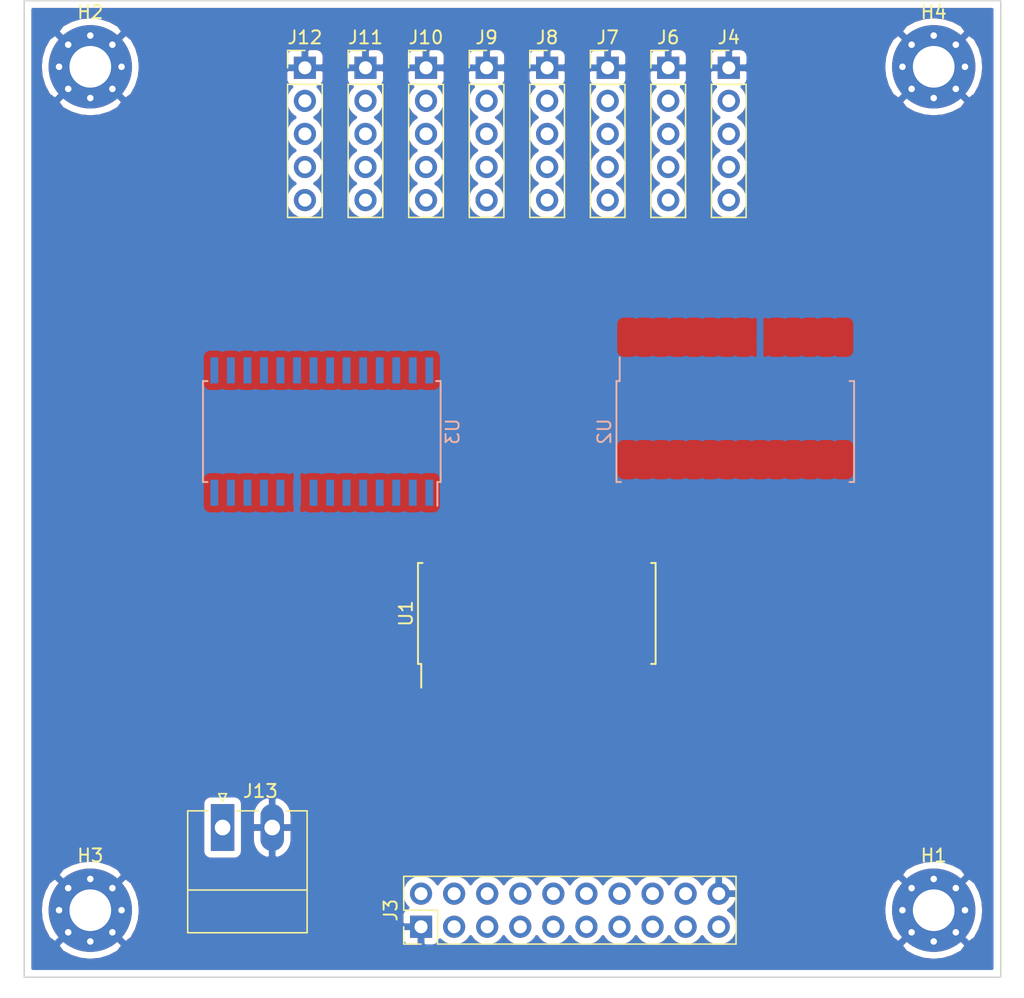
<source format=kicad_pcb>
(kicad_pcb (version 20171130) (host pcbnew "(5.1.10)-1")

  (general
    (thickness 1.6)
    (drawings 8)
    (tracks 0)
    (zones 0)
    (modules 17)
    (nets 98)
  )

  (page A4)
  (layers
    (0 F.Cu signal)
    (31 B.Cu signal)
    (32 B.Adhes user)
    (33 F.Adhes user)
    (34 B.Paste user)
    (35 F.Paste user)
    (36 B.SilkS user)
    (37 F.SilkS user)
    (38 B.Mask user)
    (39 F.Mask user)
    (40 Dwgs.User user)
    (41 Cmts.User user)
    (42 Eco1.User user)
    (43 Eco2.User user)
    (44 Edge.Cuts user)
    (45 Margin user)
    (46 B.CrtYd user)
    (47 F.CrtYd user)
    (48 B.Fab user)
    (49 F.Fab user)
  )

  (setup
    (last_trace_width 0.25)
    (trace_clearance 0.2)
    (zone_clearance 0.508)
    (zone_45_only no)
    (trace_min 0.2)
    (via_size 0.8)
    (via_drill 0.4)
    (via_min_size 0.4)
    (via_min_drill 0.3)
    (uvia_size 0.3)
    (uvia_drill 0.1)
    (uvias_allowed no)
    (uvia_min_size 0.2)
    (uvia_min_drill 0.1)
    (edge_width 0.1)
    (segment_width 0.2)
    (pcb_text_width 0.3)
    (pcb_text_size 1.5 1.5)
    (mod_edge_width 0.15)
    (mod_text_size 1 1)
    (mod_text_width 0.15)
    (pad_size 1.524 1.524)
    (pad_drill 0.762)
    (pad_to_mask_clearance 0)
    (aux_axis_origin 0 0)
    (grid_origin 50.8 152.47)
    (visible_elements FFFFFF7F)
    (pcbplotparams
      (layerselection 0x010fc_ffffffff)
      (usegerberextensions false)
      (usegerberattributes true)
      (usegerberadvancedattributes true)
      (creategerberjobfile true)
      (excludeedgelayer true)
      (linewidth 0.100000)
      (plotframeref false)
      (viasonmask false)
      (mode 1)
      (useauxorigin false)
      (hpglpennumber 1)
      (hpglpenspeed 20)
      (hpglpendiameter 15.000000)
      (psnegative false)
      (psa4output false)
      (plotreference true)
      (plotvalue true)
      (plotinvisibletext false)
      (padsonsilk false)
      (subtractmaskfromsilk false)
      (outputformat 1)
      (mirror false)
      (drillshape 1)
      (scaleselection 1)
      (outputdirectory ""))
  )

  (net 0 "")
  (net 1 GND)
  (net 2 +5V)
  (net 3 +24V)
  (net 4 OUT8)
  (net 5 OUT7)
  (net 6 OUT6)
  (net 7 OUT5)
  (net 8 OUT4)
  (net 9 OUT3)
  (net 10 OUT2)
  (net 11 OUT1)
  (net 12 OUT16)
  (net 13 OUT15)
  (net 14 OUT14)
  (net 15 OUT13)
  (net 16 OUT12)
  (net 17 OUT11)
  (net 18 OUT10)
  (net 19 OUT9)
  (net 20 SW1_2)
  (net 21 SW1_1)
  (net 22 SW1_0)
  (net 23 SW2_2)
  (net 24 SW2_1)
  (net 25 SW2_0)
  (net 26 SW3_2)
  (net 27 SW3_1)
  (net 28 SW3_0)
  (net 29 SW4_2)
  (net 30 SW4_1)
  (net 31 SW4_0)
  (net 32 SW5_2)
  (net 33 SW5_1)
  (net 34 SW5_0)
  (net 35 SW6_2)
  (net 36 SW6_1)
  (net 37 SW6_0)
  (net 38 SW7_2)
  (net 39 SW7_1)
  (net 40 SW7_0)
  (net 41 SW8_2)
  (net 42 SW8_1)
  (net 43 SW8_0)
  (net 44 TTL_OUT9)
  (net 45 TTL_OUT10)
  (net 46 TTL_OUT11)
  (net 47 TTL_OUT12)
  (net 48 TTL_OUT13)
  (net 49 TTL_OUT14)
  (net 50 TTL_OUT15)
  (net 51 TTL_OUT16)
  (net 52 "Net-(U1-Pad11)")
  (net 53 "Net-(U1-Pad12)")
  (net 54 "Net-(U1-Pad13)")
  (net 55 "Net-(U1-Pad14)")
  (net 56 TTL_OUT1)
  (net 57 TTL_OUT2)
  (net 58 TTL_OUT3)
  (net 59 TTL_OUT4)
  (net 60 TTL_OUT5)
  (net 61 TTL_OUT6)
  (net 62 TTL_OUT7)
  (net 63 TTL_OUT8)
  (net 64 "Net-(U2-Pad11)")
  (net 65 "Net-(U2-Pad12)")
  (net 66 "Net-(U2-Pad13)")
  (net 67 "Net-(U2-Pad14)")
  (net 68 TTL_AUX1)
  (net 69 TTL_AUX2)
  (net 70 TTL_AUX3)
  (net 71 TTL_AUX4)
  (net 72 TTL_AUX5)
  (net 73 TTL_AUX6)
  (net 74 TTL_AUX7)
  (net 75 TTL_AUX8)
  (net 76 "Net-(U3-Pad11)")
  (net 77 "Net-(U3-Pad12)")
  (net 78 "Net-(U3-Pad13)")
  (net 79 "Net-(U3-Pad14)")
  (net 80 "Net-(J1-Pad4)")
  (net 81 "Net-(J1-Pad5)")
  (net 82 "Net-(J1-Pad6)")
  (net 83 RESET_3)
  (net 84 INTB_3)
  (net 85 INTA_3)
  (net 86 "Net-(J2-Pad4)")
  (net 87 "Net-(J2-Pad5)")
  (net 88 "Net-(J2-Pad6)")
  (net 89 RESET_1)
  (net 90 INTB_1)
  (net 91 INTA_1)
  (net 92 "Net-(J5-Pad4)")
  (net 93 "Net-(J5-Pad5)")
  (net 94 "Net-(J5-Pad6)")
  (net 95 RESET_2)
  (net 96 INTB_2)
  (net 97 INTA_2)

  (net_class Default "This is the default net class."
    (clearance 0.2)
    (trace_width 0.25)
    (via_dia 0.8)
    (via_drill 0.4)
    (uvia_dia 0.3)
    (uvia_drill 0.1)
    (add_net +24V)
    (add_net +5V)
    (add_net GND)
    (add_net INTA_1)
    (add_net INTA_2)
    (add_net INTA_3)
    (add_net INTB_1)
    (add_net INTB_2)
    (add_net INTB_3)
    (add_net "Net-(J1-Pad4)")
    (add_net "Net-(J1-Pad5)")
    (add_net "Net-(J1-Pad6)")
    (add_net "Net-(J2-Pad4)")
    (add_net "Net-(J2-Pad5)")
    (add_net "Net-(J2-Pad6)")
    (add_net "Net-(J5-Pad4)")
    (add_net "Net-(J5-Pad5)")
    (add_net "Net-(J5-Pad6)")
    (add_net "Net-(U1-Pad11)")
    (add_net "Net-(U1-Pad12)")
    (add_net "Net-(U1-Pad13)")
    (add_net "Net-(U1-Pad14)")
    (add_net "Net-(U2-Pad11)")
    (add_net "Net-(U2-Pad12)")
    (add_net "Net-(U2-Pad13)")
    (add_net "Net-(U2-Pad14)")
    (add_net "Net-(U3-Pad11)")
    (add_net "Net-(U3-Pad12)")
    (add_net "Net-(U3-Pad13)")
    (add_net "Net-(U3-Pad14)")
    (add_net OUT1)
    (add_net OUT10)
    (add_net OUT11)
    (add_net OUT12)
    (add_net OUT13)
    (add_net OUT14)
    (add_net OUT15)
    (add_net OUT16)
    (add_net OUT2)
    (add_net OUT3)
    (add_net OUT4)
    (add_net OUT5)
    (add_net OUT6)
    (add_net OUT7)
    (add_net OUT8)
    (add_net OUT9)
    (add_net RESET_1)
    (add_net RESET_2)
    (add_net RESET_3)
    (add_net SW1_0)
    (add_net SW1_1)
    (add_net SW1_2)
    (add_net SW2_0)
    (add_net SW2_1)
    (add_net SW2_2)
    (add_net SW3_0)
    (add_net SW3_1)
    (add_net SW3_2)
    (add_net SW4_0)
    (add_net SW4_1)
    (add_net SW4_2)
    (add_net SW5_0)
    (add_net SW5_1)
    (add_net SW5_2)
    (add_net SW6_0)
    (add_net SW6_1)
    (add_net SW6_2)
    (add_net SW7_0)
    (add_net SW7_1)
    (add_net SW7_2)
    (add_net SW8_0)
    (add_net SW8_1)
    (add_net SW8_2)
    (add_net TTL_AUX1)
    (add_net TTL_AUX2)
    (add_net TTL_AUX3)
    (add_net TTL_AUX4)
    (add_net TTL_AUX5)
    (add_net TTL_AUX6)
    (add_net TTL_AUX7)
    (add_net TTL_AUX8)
    (add_net TTL_OUT1)
    (add_net TTL_OUT10)
    (add_net TTL_OUT11)
    (add_net TTL_OUT12)
    (add_net TTL_OUT13)
    (add_net TTL_OUT14)
    (add_net TTL_OUT15)
    (add_net TTL_OUT16)
    (add_net TTL_OUT2)
    (add_net TTL_OUT3)
    (add_net TTL_OUT4)
    (add_net TTL_OUT5)
    (add_net TTL_OUT6)
    (add_net TTL_OUT7)
    (add_net TTL_OUT8)
    (add_net TTL_OUT9)
  )

  (module Housings_SOIC:SOIC-28W_7.5x17.9mm_Pitch1.27mm (layer B.Cu) (tedit 58CC8F64) (tstamp 616BB09C)
    (at 73.66 110.56 90)
    (descr "28-Lead Plastic Small Outline (SO) - Wide, 7.50 mm Body [SOIC] (see Microchip Packaging Specification 00000049BS.pdf)")
    (tags "SOIC 1.27")
    (path /61758241/6177C55E)
    (attr smd)
    (fp_text reference U3 (at 0 10.05 90) (layer B.SilkS)
      (effects (font (size 1 1) (thickness 0.15)) (justify mirror))
    )
    (fp_text value MCP23017_SP (at 0 -10.05 90) (layer B.Fab)
      (effects (font (size 1 1) (thickness 0.15)) (justify mirror))
    )
    (fp_line (start -3.875 8.875) (end -5.7 8.875) (layer B.SilkS) (width 0.15))
    (fp_line (start -3.875 -9.125) (end 3.875 -9.125) (layer B.SilkS) (width 0.15))
    (fp_line (start -3.875 9.125) (end 3.875 9.125) (layer B.SilkS) (width 0.15))
    (fp_line (start -3.875 -9.125) (end -3.875 -8.78) (layer B.SilkS) (width 0.15))
    (fp_line (start 3.875 -9.125) (end 3.875 -8.78) (layer B.SilkS) (width 0.15))
    (fp_line (start 3.875 9.125) (end 3.875 8.78) (layer B.SilkS) (width 0.15))
    (fp_line (start -3.875 9.125) (end -3.875 8.875) (layer B.SilkS) (width 0.15))
    (fp_line (start -5.95 -9.3) (end 5.95 -9.3) (layer B.CrtYd) (width 0.05))
    (fp_line (start -5.95 9.3) (end 5.95 9.3) (layer B.CrtYd) (width 0.05))
    (fp_line (start 5.95 9.3) (end 5.95 -9.3) (layer B.CrtYd) (width 0.05))
    (fp_line (start -5.95 9.3) (end -5.95 -9.3) (layer B.CrtYd) (width 0.05))
    (fp_line (start -3.75 7.95) (end -2.75 8.95) (layer B.Fab) (width 0.15))
    (fp_line (start -3.75 -8.95) (end -3.75 7.95) (layer B.Fab) (width 0.15))
    (fp_line (start 3.75 -8.95) (end -3.75 -8.95) (layer B.Fab) (width 0.15))
    (fp_line (start 3.75 8.95) (end 3.75 -8.95) (layer B.Fab) (width 0.15))
    (fp_line (start -2.75 8.95) (end 3.75 8.95) (layer B.Fab) (width 0.15))
    (fp_text user %R (at 0 0 90) (layer B.Fab)
      (effects (font (size 1 1) (thickness 0.15)) (justify mirror))
    )
    (pad 1 smd rect (at -4.7 8.255 90) (size 2 0.6) (layers B.Cu B.Paste B.Mask)
      (net 68 TTL_AUX1))
    (pad 2 smd rect (at -4.7 6.985 90) (size 2 0.6) (layers B.Cu B.Paste B.Mask)
      (net 69 TTL_AUX2))
    (pad 3 smd rect (at -4.7 5.715 90) (size 2 0.6) (layers B.Cu B.Paste B.Mask)
      (net 70 TTL_AUX3))
    (pad 4 smd rect (at -4.7 4.445 90) (size 2 0.6) (layers B.Cu B.Paste B.Mask)
      (net 71 TTL_AUX4))
    (pad 5 smd rect (at -4.7 3.175 90) (size 2 0.6) (layers B.Cu B.Paste B.Mask)
      (net 72 TTL_AUX5))
    (pad 6 smd rect (at -4.7 1.905 90) (size 2 0.6) (layers B.Cu B.Paste B.Mask)
      (net 73 TTL_AUX6))
    (pad 7 smd rect (at -4.7 0.635 90) (size 2 0.6) (layers B.Cu B.Paste B.Mask)
      (net 74 TTL_AUX7))
    (pad 8 smd rect (at -4.7 -0.635 90) (size 2 0.6) (layers B.Cu B.Paste B.Mask)
      (net 75 TTL_AUX8))
    (pad 9 smd rect (at -4.7 -1.905 90) (size 2 0.6) (layers B.Cu B.Paste B.Mask)
      (net 1 GND))
    (pad 10 smd rect (at -4.7 -3.175 90) (size 2 0.6) (layers B.Cu B.Paste B.Mask)
      (net 2 +5V))
    (pad 11 smd rect (at -4.7 -4.445 90) (size 2 0.6) (layers B.Cu B.Paste B.Mask)
      (net 76 "Net-(U3-Pad11)"))
    (pad 12 smd rect (at -4.7 -5.715 90) (size 2 0.6) (layers B.Cu B.Paste B.Mask)
      (net 77 "Net-(U3-Pad12)"))
    (pad 13 smd rect (at -4.7 -6.985 90) (size 2 0.6) (layers B.Cu B.Paste B.Mask)
      (net 78 "Net-(U3-Pad13)"))
    (pad 14 smd rect (at -4.7 -8.255 90) (size 2 0.6) (layers B.Cu B.Paste B.Mask)
      (net 79 "Net-(U3-Pad14)"))
    (pad 15 smd rect (at 4.7 -8.255 90) (size 2 0.6) (layers B.Cu B.Paste B.Mask)
      (net 92 "Net-(J5-Pad4)"))
    (pad 16 smd rect (at 4.7 -6.985 90) (size 2 0.6) (layers B.Cu B.Paste B.Mask)
      (net 93 "Net-(J5-Pad5)"))
    (pad 17 smd rect (at 4.7 -5.715 90) (size 2 0.6) (layers B.Cu B.Paste B.Mask)
      (net 94 "Net-(J5-Pad6)"))
    (pad 18 smd rect (at 4.7 -4.445 90) (size 2 0.6) (layers B.Cu B.Paste B.Mask)
      (net 95 RESET_2))
    (pad 19 smd rect (at 4.7 -3.175 90) (size 2 0.6) (layers B.Cu B.Paste B.Mask)
      (net 96 INTB_2))
    (pad 20 smd rect (at 4.7 -1.905 90) (size 2 0.6) (layers B.Cu B.Paste B.Mask)
      (net 97 INTA_2))
    (pad 21 smd rect (at 4.7 -0.635 90) (size 2 0.6) (layers B.Cu B.Paste B.Mask)
      (net 36 SW6_1))
    (pad 22 smd rect (at 4.7 0.635 90) (size 2 0.6) (layers B.Cu B.Paste B.Mask)
      (net 35 SW6_2))
    (pad 23 smd rect (at 4.7 1.905 90) (size 2 0.6) (layers B.Cu B.Paste B.Mask)
      (net 40 SW7_0))
    (pad 24 smd rect (at 4.7 3.175 90) (size 2 0.6) (layers B.Cu B.Paste B.Mask)
      (net 39 SW7_1))
    (pad 25 smd rect (at 4.7 4.445 90) (size 2 0.6) (layers B.Cu B.Paste B.Mask)
      (net 38 SW7_2))
    (pad 26 smd rect (at 4.7 5.715 90) (size 2 0.6) (layers B.Cu B.Paste B.Mask)
      (net 43 SW8_0))
    (pad 27 smd rect (at 4.7 6.985 90) (size 2 0.6) (layers B.Cu B.Paste B.Mask)
      (net 42 SW8_1))
    (pad 28 smd rect (at 4.7 8.255 90) (size 2 0.6) (layers B.Cu B.Paste B.Mask)
      (net 41 SW8_2))
    (model ${KISYS3DMOD}/Housings_SOIC.3dshapes/SOIC-28W_7.5x17.9mm_Pitch1.27mm.wrl
      (at (xyz 0 0 0))
      (scale (xyz 1 1 1))
      (rotate (xyz 0 0 0))
    )
  )

  (module Housings_SOIC:SOIC-28W_7.5x17.9mm_Pitch1.27mm (layer B.Cu) (tedit 58CC8F64) (tstamp 616BB099)
    (at 105.41 110.56 270)
    (descr "28-Lead Plastic Small Outline (SO) - Wide, 7.50 mm Body [SOIC] (see Microchip Packaging Specification 00000049BS.pdf)")
    (tags "SOIC 1.27")
    (path /61758241/6177C558)
    (attr smd)
    (fp_text reference U2 (at 0 10.05 90) (layer B.SilkS)
      (effects (font (size 1 1) (thickness 0.15)) (justify mirror))
    )
    (fp_text value MCP23017_SP (at 0 -10.05 90) (layer B.Fab)
      (effects (font (size 1 1) (thickness 0.15)) (justify mirror))
    )
    (fp_line (start -3.875 8.875) (end -5.7 8.875) (layer B.SilkS) (width 0.15))
    (fp_line (start -3.875 -9.125) (end 3.875 -9.125) (layer B.SilkS) (width 0.15))
    (fp_line (start -3.875 9.125) (end 3.875 9.125) (layer B.SilkS) (width 0.15))
    (fp_line (start -3.875 -9.125) (end -3.875 -8.78) (layer B.SilkS) (width 0.15))
    (fp_line (start 3.875 -9.125) (end 3.875 -8.78) (layer B.SilkS) (width 0.15))
    (fp_line (start 3.875 9.125) (end 3.875 8.78) (layer B.SilkS) (width 0.15))
    (fp_line (start -3.875 9.125) (end -3.875 8.875) (layer B.SilkS) (width 0.15))
    (fp_line (start -5.95 -9.3) (end 5.95 -9.3) (layer B.CrtYd) (width 0.05))
    (fp_line (start -5.95 9.3) (end 5.95 9.3) (layer B.CrtYd) (width 0.05))
    (fp_line (start 5.95 9.3) (end 5.95 -9.3) (layer B.CrtYd) (width 0.05))
    (fp_line (start -5.95 9.3) (end -5.95 -9.3) (layer B.CrtYd) (width 0.05))
    (fp_line (start -3.75 7.95) (end -2.75 8.95) (layer B.Fab) (width 0.15))
    (fp_line (start -3.75 -8.95) (end -3.75 7.95) (layer B.Fab) (width 0.15))
    (fp_line (start 3.75 -8.95) (end -3.75 -8.95) (layer B.Fab) (width 0.15))
    (fp_line (start 3.75 8.95) (end 3.75 -8.95) (layer B.Fab) (width 0.15))
    (fp_line (start -2.75 8.95) (end 3.75 8.95) (layer B.Fab) (width 0.15))
    (fp_text user %R (at 0 0 90) (layer B.Fab)
      (effects (font (size 1 1) (thickness 0.15)) (justify mirror))
    )
    (pad 1 smd rect (at -4.7 8.255 270) (size 2 0.6) (layers B.Cu B.Paste B.Mask)
      (net 26 SW3_2))
    (pad 2 smd rect (at -4.7 6.985 270) (size 2 0.6) (layers B.Cu B.Paste B.Mask)
      (net 31 SW4_0))
    (pad 3 smd rect (at -4.7 5.715 270) (size 2 0.6) (layers B.Cu B.Paste B.Mask)
      (net 30 SW4_1))
    (pad 4 smd rect (at -4.7 4.445 270) (size 2 0.6) (layers B.Cu B.Paste B.Mask)
      (net 29 SW4_2))
    (pad 5 smd rect (at -4.7 3.175 270) (size 2 0.6) (layers B.Cu B.Paste B.Mask)
      (net 34 SW5_0))
    (pad 6 smd rect (at -4.7 1.905 270) (size 2 0.6) (layers B.Cu B.Paste B.Mask)
      (net 33 SW5_1))
    (pad 7 smd rect (at -4.7 0.635 270) (size 2 0.6) (layers B.Cu B.Paste B.Mask)
      (net 32 SW5_2))
    (pad 8 smd rect (at -4.7 -0.635 270) (size 2 0.6) (layers B.Cu B.Paste B.Mask)
      (net 37 SW6_0))
    (pad 9 smd rect (at -4.7 -1.905 270) (size 2 0.6) (layers B.Cu B.Paste B.Mask)
      (net 1 GND))
    (pad 10 smd rect (at -4.7 -3.175 270) (size 2 0.6) (layers B.Cu B.Paste B.Mask)
      (net 2 +5V))
    (pad 11 smd rect (at -4.7 -4.445 270) (size 2 0.6) (layers B.Cu B.Paste B.Mask)
      (net 64 "Net-(U2-Pad11)"))
    (pad 12 smd rect (at -4.7 -5.715 270) (size 2 0.6) (layers B.Cu B.Paste B.Mask)
      (net 65 "Net-(U2-Pad12)"))
    (pad 13 smd rect (at -4.7 -6.985 270) (size 2 0.6) (layers B.Cu B.Paste B.Mask)
      (net 66 "Net-(U2-Pad13)"))
    (pad 14 smd rect (at -4.7 -8.255 270) (size 2 0.6) (layers B.Cu B.Paste B.Mask)
      (net 67 "Net-(U2-Pad14)"))
    (pad 15 smd rect (at 4.7 -8.255 270) (size 2 0.6) (layers B.Cu B.Paste B.Mask)
      (net 86 "Net-(J2-Pad4)"))
    (pad 16 smd rect (at 4.7 -6.985 270) (size 2 0.6) (layers B.Cu B.Paste B.Mask)
      (net 87 "Net-(J2-Pad5)"))
    (pad 17 smd rect (at 4.7 -5.715 270) (size 2 0.6) (layers B.Cu B.Paste B.Mask)
      (net 88 "Net-(J2-Pad6)"))
    (pad 18 smd rect (at 4.7 -4.445 270) (size 2 0.6) (layers B.Cu B.Paste B.Mask)
      (net 89 RESET_1))
    (pad 19 smd rect (at 4.7 -3.175 270) (size 2 0.6) (layers B.Cu B.Paste B.Mask)
      (net 90 INTB_1))
    (pad 20 smd rect (at 4.7 -1.905 270) (size 2 0.6) (layers B.Cu B.Paste B.Mask)
      (net 91 INTA_1))
    (pad 21 smd rect (at 4.7 -0.635 270) (size 2 0.6) (layers B.Cu B.Paste B.Mask)
      (net 22 SW1_0))
    (pad 22 smd rect (at 4.7 0.635 270) (size 2 0.6) (layers B.Cu B.Paste B.Mask)
      (net 21 SW1_1))
    (pad 23 smd rect (at 4.7 1.905 270) (size 2 0.6) (layers B.Cu B.Paste B.Mask)
      (net 20 SW1_2))
    (pad 24 smd rect (at 4.7 3.175 270) (size 2 0.6) (layers B.Cu B.Paste B.Mask)
      (net 25 SW2_0))
    (pad 25 smd rect (at 4.7 4.445 270) (size 2 0.6) (layers B.Cu B.Paste B.Mask)
      (net 24 SW2_1))
    (pad 26 smd rect (at 4.7 5.715 270) (size 2 0.6) (layers B.Cu B.Paste B.Mask)
      (net 23 SW2_2))
    (pad 27 smd rect (at 4.7 6.985 270) (size 2 0.6) (layers B.Cu B.Paste B.Mask)
      (net 28 SW3_0))
    (pad 28 smd rect (at 4.7 8.255 270) (size 2 0.6) (layers B.Cu B.Paste B.Mask)
      (net 27 SW3_1))
    (model ${KISYS3DMOD}/Housings_SOIC.3dshapes/SOIC-28W_7.5x17.9mm_Pitch1.27mm.wrl
      (at (xyz 0 0 0))
      (scale (xyz 1 1 1))
      (rotate (xyz 0 0 0))
    )
  )

  (module Housings_SOIC:SOIC-28W_7.5x17.9mm_Pitch1.27mm (layer F.Cu) (tedit 58CC8F64) (tstamp 616BB096)
    (at 90.17 124.53 90)
    (descr "28-Lead Plastic Small Outline (SO) - Wide, 7.50 mm Body [SOIC] (see Microchip Packaging Specification 00000049BS.pdf)")
    (tags "SOIC 1.27")
    (path /61757C97/6176073F)
    (attr smd)
    (fp_text reference U1 (at 0 -10.05 90) (layer F.SilkS)
      (effects (font (size 1 1) (thickness 0.15)))
    )
    (fp_text value MCP23017_SP (at 0 10.05 90) (layer F.Fab)
      (effects (font (size 1 1) (thickness 0.15)))
    )
    (fp_line (start -3.875 -8.875) (end -5.7 -8.875) (layer F.SilkS) (width 0.15))
    (fp_line (start -3.875 9.125) (end 3.875 9.125) (layer F.SilkS) (width 0.15))
    (fp_line (start -3.875 -9.125) (end 3.875 -9.125) (layer F.SilkS) (width 0.15))
    (fp_line (start -3.875 9.125) (end -3.875 8.78) (layer F.SilkS) (width 0.15))
    (fp_line (start 3.875 9.125) (end 3.875 8.78) (layer F.SilkS) (width 0.15))
    (fp_line (start 3.875 -9.125) (end 3.875 -8.78) (layer F.SilkS) (width 0.15))
    (fp_line (start -3.875 -9.125) (end -3.875 -8.875) (layer F.SilkS) (width 0.15))
    (fp_line (start -5.95 9.3) (end 5.95 9.3) (layer F.CrtYd) (width 0.05))
    (fp_line (start -5.95 -9.3) (end 5.95 -9.3) (layer F.CrtYd) (width 0.05))
    (fp_line (start 5.95 -9.3) (end 5.95 9.3) (layer F.CrtYd) (width 0.05))
    (fp_line (start -5.95 -9.3) (end -5.95 9.3) (layer F.CrtYd) (width 0.05))
    (fp_line (start -3.75 -7.95) (end -2.75 -8.95) (layer F.Fab) (width 0.15))
    (fp_line (start -3.75 8.95) (end -3.75 -7.95) (layer F.Fab) (width 0.15))
    (fp_line (start 3.75 8.95) (end -3.75 8.95) (layer F.Fab) (width 0.15))
    (fp_line (start 3.75 -8.95) (end 3.75 8.95) (layer F.Fab) (width 0.15))
    (fp_line (start -2.75 -8.95) (end 3.75 -8.95) (layer F.Fab) (width 0.15))
    (fp_text user %R (at 0 0 90) (layer F.Fab)
      (effects (font (size 1 1) (thickness 0.15)))
    )
    (pad 1 smd rect (at -4.7 -8.255 90) (size 2 0.6) (layers F.Cu F.Paste F.Mask)
      (net 44 TTL_OUT9))
    (pad 2 smd rect (at -4.7 -6.985 90) (size 2 0.6) (layers F.Cu F.Paste F.Mask)
      (net 45 TTL_OUT10))
    (pad 3 smd rect (at -4.7 -5.715 90) (size 2 0.6) (layers F.Cu F.Paste F.Mask)
      (net 46 TTL_OUT11))
    (pad 4 smd rect (at -4.7 -4.445 90) (size 2 0.6) (layers F.Cu F.Paste F.Mask)
      (net 47 TTL_OUT12))
    (pad 5 smd rect (at -4.7 -3.175 90) (size 2 0.6) (layers F.Cu F.Paste F.Mask)
      (net 48 TTL_OUT13))
    (pad 6 smd rect (at -4.7 -1.905 90) (size 2 0.6) (layers F.Cu F.Paste F.Mask)
      (net 49 TTL_OUT14))
    (pad 7 smd rect (at -4.7 -0.635 90) (size 2 0.6) (layers F.Cu F.Paste F.Mask)
      (net 50 TTL_OUT15))
    (pad 8 smd rect (at -4.7 0.635 90) (size 2 0.6) (layers F.Cu F.Paste F.Mask)
      (net 51 TTL_OUT16))
    (pad 9 smd rect (at -4.7 1.905 90) (size 2 0.6) (layers F.Cu F.Paste F.Mask)
      (net 1 GND))
    (pad 10 smd rect (at -4.7 3.175 90) (size 2 0.6) (layers F.Cu F.Paste F.Mask)
      (net 2 +5V))
    (pad 11 smd rect (at -4.7 4.445 90) (size 2 0.6) (layers F.Cu F.Paste F.Mask)
      (net 52 "Net-(U1-Pad11)"))
    (pad 12 smd rect (at -4.7 5.715 90) (size 2 0.6) (layers F.Cu F.Paste F.Mask)
      (net 53 "Net-(U1-Pad12)"))
    (pad 13 smd rect (at -4.7 6.985 90) (size 2 0.6) (layers F.Cu F.Paste F.Mask)
      (net 54 "Net-(U1-Pad13)"))
    (pad 14 smd rect (at -4.7 8.255 90) (size 2 0.6) (layers F.Cu F.Paste F.Mask)
      (net 55 "Net-(U1-Pad14)"))
    (pad 15 smd rect (at 4.7 8.255 90) (size 2 0.6) (layers F.Cu F.Paste F.Mask)
      (net 80 "Net-(J1-Pad4)"))
    (pad 16 smd rect (at 4.7 6.985 90) (size 2 0.6) (layers F.Cu F.Paste F.Mask)
      (net 81 "Net-(J1-Pad5)"))
    (pad 17 smd rect (at 4.7 5.715 90) (size 2 0.6) (layers F.Cu F.Paste F.Mask)
      (net 82 "Net-(J1-Pad6)"))
    (pad 18 smd rect (at 4.7 4.445 90) (size 2 0.6) (layers F.Cu F.Paste F.Mask)
      (net 83 RESET_3))
    (pad 19 smd rect (at 4.7 3.175 90) (size 2 0.6) (layers F.Cu F.Paste F.Mask)
      (net 84 INTB_3))
    (pad 20 smd rect (at 4.7 1.905 90) (size 2 0.6) (layers F.Cu F.Paste F.Mask)
      (net 85 INTA_3))
    (pad 21 smd rect (at 4.7 0.635 90) (size 2 0.6) (layers F.Cu F.Paste F.Mask)
      (net 56 TTL_OUT1))
    (pad 22 smd rect (at 4.7 -0.635 90) (size 2 0.6) (layers F.Cu F.Paste F.Mask)
      (net 57 TTL_OUT2))
    (pad 23 smd rect (at 4.7 -1.905 90) (size 2 0.6) (layers F.Cu F.Paste F.Mask)
      (net 58 TTL_OUT3))
    (pad 24 smd rect (at 4.7 -3.175 90) (size 2 0.6) (layers F.Cu F.Paste F.Mask)
      (net 59 TTL_OUT4))
    (pad 25 smd rect (at 4.7 -4.445 90) (size 2 0.6) (layers F.Cu F.Paste F.Mask)
      (net 60 TTL_OUT5))
    (pad 26 smd rect (at 4.7 -5.715 90) (size 2 0.6) (layers F.Cu F.Paste F.Mask)
      (net 61 TTL_OUT6))
    (pad 27 smd rect (at 4.7 -6.985 90) (size 2 0.6) (layers F.Cu F.Paste F.Mask)
      (net 62 TTL_OUT7))
    (pad 28 smd rect (at 4.7 -8.255 90) (size 2 0.6) (layers F.Cu F.Paste F.Mask)
      (net 63 TTL_OUT8))
    (model ${KISYS3DMOD}/Housings_SOIC.3dshapes/SOIC-28W_7.5x17.9mm_Pitch1.27mm.wrl
      (at (xyz 0 0 0))
      (scale (xyz 1 1 1))
      (rotate (xyz 0 0 0))
    )
  )

  (module Pin_Headers:Pin_Header_Straight_2x10_Pitch2.54mm (layer F.Cu) (tedit 59650532) (tstamp 616B9B8E)
    (at 81.28 148.59 90)
    (descr "Through hole straight pin header, 2x10, 2.54mm pitch, double rows")
    (tags "Through hole pin header THT 2x10 2.54mm double row")
    (path /61757C97/61760759)
    (fp_text reference J3 (at 1.27 -2.33 90) (layer F.SilkS)
      (effects (font (size 1 1) (thickness 0.15)))
    )
    (fp_text value Conn_01x10_Male (at 1.27 25.19 90) (layer F.Fab)
      (effects (font (size 1 1) (thickness 0.15)))
    )
    (fp_line (start 4.35 -1.8) (end -1.8 -1.8) (layer F.CrtYd) (width 0.05))
    (fp_line (start 4.35 24.65) (end 4.35 -1.8) (layer F.CrtYd) (width 0.05))
    (fp_line (start -1.8 24.65) (end 4.35 24.65) (layer F.CrtYd) (width 0.05))
    (fp_line (start -1.8 -1.8) (end -1.8 24.65) (layer F.CrtYd) (width 0.05))
    (fp_line (start -1.33 -1.33) (end 0 -1.33) (layer F.SilkS) (width 0.12))
    (fp_line (start -1.33 0) (end -1.33 -1.33) (layer F.SilkS) (width 0.12))
    (fp_line (start 1.27 -1.33) (end 3.87 -1.33) (layer F.SilkS) (width 0.12))
    (fp_line (start 1.27 1.27) (end 1.27 -1.33) (layer F.SilkS) (width 0.12))
    (fp_line (start -1.33 1.27) (end 1.27 1.27) (layer F.SilkS) (width 0.12))
    (fp_line (start 3.87 -1.33) (end 3.87 24.19) (layer F.SilkS) (width 0.12))
    (fp_line (start -1.33 1.27) (end -1.33 24.19) (layer F.SilkS) (width 0.12))
    (fp_line (start -1.33 24.19) (end 3.87 24.19) (layer F.SilkS) (width 0.12))
    (fp_line (start -1.27 0) (end 0 -1.27) (layer F.Fab) (width 0.1))
    (fp_line (start -1.27 24.13) (end -1.27 0) (layer F.Fab) (width 0.1))
    (fp_line (start 3.81 24.13) (end -1.27 24.13) (layer F.Fab) (width 0.1))
    (fp_line (start 3.81 -1.27) (end 3.81 24.13) (layer F.Fab) (width 0.1))
    (fp_line (start 0 -1.27) (end 3.81 -1.27) (layer F.Fab) (width 0.1))
    (fp_text user %R (at 1.27 11.43) (layer F.Fab)
      (effects (font (size 1 1) (thickness 0.15)))
    )
    (pad 1 thru_hole rect (at 0 0 90) (size 1.7 1.7) (drill 1) (layers *.Cu *.Mask)
      (net 1 GND))
    (pad 2 thru_hole oval (at 2.54 0 90) (size 1.7 1.7) (drill 1) (layers *.Cu *.Mask)
      (net 11 OUT1))
    (pad 3 thru_hole oval (at 0 2.54 90) (size 1.7 1.7) (drill 1) (layers *.Cu *.Mask)
      (net 10 OUT2))
    (pad 4 thru_hole oval (at 2.54 2.54 90) (size 1.7 1.7) (drill 1) (layers *.Cu *.Mask)
      (net 9 OUT3))
    (pad 5 thru_hole oval (at 0 5.08 90) (size 1.7 1.7) (drill 1) (layers *.Cu *.Mask)
      (net 8 OUT4))
    (pad 6 thru_hole oval (at 2.54 5.08 90) (size 1.7 1.7) (drill 1) (layers *.Cu *.Mask)
      (net 7 OUT5))
    (pad 7 thru_hole oval (at 0 7.62 90) (size 1.7 1.7) (drill 1) (layers *.Cu *.Mask)
      (net 6 OUT6))
    (pad 8 thru_hole oval (at 2.54 7.62 90) (size 1.7 1.7) (drill 1) (layers *.Cu *.Mask)
      (net 5 OUT7))
    (pad 9 thru_hole oval (at 0 10.16 90) (size 1.7 1.7) (drill 1) (layers *.Cu *.Mask)
      (net 4 OUT8))
    (pad 10 thru_hole oval (at 2.54 10.16 90) (size 1.7 1.7) (drill 1) (layers *.Cu *.Mask)
      (net 3 +24V))
    (pad 11 thru_hole oval (at 0 12.7 90) (size 1.7 1.7) (drill 1) (layers *.Cu *.Mask)
      (net 3 +24V))
    (pad 12 thru_hole oval (at 2.54 12.7 90) (size 1.7 1.7) (drill 1) (layers *.Cu *.Mask)
      (net 12 OUT16))
    (pad 13 thru_hole oval (at 0 15.24 90) (size 1.7 1.7) (drill 1) (layers *.Cu *.Mask)
      (net 13 OUT15))
    (pad 14 thru_hole oval (at 2.54 15.24 90) (size 1.7 1.7) (drill 1) (layers *.Cu *.Mask)
      (net 14 OUT14))
    (pad 15 thru_hole oval (at 0 17.78 90) (size 1.7 1.7) (drill 1) (layers *.Cu *.Mask)
      (net 15 OUT13))
    (pad 16 thru_hole oval (at 2.54 17.78 90) (size 1.7 1.7) (drill 1) (layers *.Cu *.Mask)
      (net 16 OUT12))
    (pad 17 thru_hole oval (at 0 20.32 90) (size 1.7 1.7) (drill 1) (layers *.Cu *.Mask)
      (net 17 OUT11))
    (pad 18 thru_hole oval (at 2.54 20.32 90) (size 1.7 1.7) (drill 1) (layers *.Cu *.Mask)
      (net 18 OUT10))
    (pad 19 thru_hole oval (at 0 22.86 90) (size 1.7 1.7) (drill 1) (layers *.Cu *.Mask)
      (net 19 OUT9))
    (pad 20 thru_hole oval (at 2.54 22.86 90) (size 1.7 1.7) (drill 1) (layers *.Cu *.Mask)
      (net 1 GND))
    (model ${KISYS3DMOD}/Pin_Headers.3dshapes/Pin_Header_Straight_2x10_Pitch2.54mm.wrl
      (at (xyz 0 0 0))
      (scale (xyz 1 1 1))
      (rotate (xyz 0 0 0))
    )
  )

  (module Connectors_Phoenix:PhoenixContact_MC-G_02x3.81mm_Angled (layer F.Cu) (tedit 59566E61) (tstamp 616B9BAC)
    (at 66.04 140.97)
    (descr "Generic Phoenix Contact connector footprint for series: MC-G; number of pins: 02; pin pitch: 3.81mm; Angled || order number: 1803277 8A 160V")
    (tags "phoenix_contact connector MC_01x02_G_3.81mm")
    (path /61788424/6178A371)
    (fp_text reference J13 (at 2.905 -2.8) (layer F.SilkS)
      (effects (font (size 1 1) (thickness 0.15)))
    )
    (fp_text value Conn_01x02 (at 1.905 9) (layer F.Fab)
      (effects (font (size 1 1) (thickness 0.15)))
    )
    (fp_line (start 0 0) (end -0.8 -1.2) (layer F.Fab) (width 0.1))
    (fp_line (start 0.8 -1.2) (end 0 0) (layer F.Fab) (width 0.1))
    (fp_line (start -0.3 -2.6) (end 0.3 -2.6) (layer F.SilkS) (width 0.12))
    (fp_line (start 0 -2) (end -0.3 -2.6) (layer F.SilkS) (width 0.12))
    (fp_line (start 0.3 -2.6) (end 0 -2) (layer F.SilkS) (width 0.12))
    (fp_line (start 6.91 -2.3) (end -3.18 -2.3) (layer F.CrtYd) (width 0.05))
    (fp_line (start 6.91 8.5) (end 6.91 -2.3) (layer F.CrtYd) (width 0.05))
    (fp_line (start -3.18 8.5) (end 6.91 8.5) (layer F.CrtYd) (width 0.05))
    (fp_line (start -3.18 -2.3) (end -3.18 8.5) (layer F.CrtYd) (width 0.05))
    (fp_line (start -2.68 4.8) (end 6.49 4.8) (layer F.SilkS) (width 0.12))
    (fp_line (start 6.41 -1.2) (end -2.6 -1.2) (layer F.Fab) (width 0.1))
    (fp_line (start 6.41 8) (end 6.41 -1.2) (layer F.Fab) (width 0.1))
    (fp_line (start -2.6 8) (end 6.41 8) (layer F.Fab) (width 0.1))
    (fp_line (start -2.6 -1.2) (end -2.6 8) (layer F.Fab) (width 0.1))
    (fp_line (start 1.05 -1.28) (end 2.76 -1.28) (layer F.SilkS) (width 0.12))
    (fp_line (start 6.49 -1.28) (end 4.86 -1.28) (layer F.SilkS) (width 0.12))
    (fp_line (start -2.68 -1.28) (end -1.05 -1.28) (layer F.SilkS) (width 0.12))
    (fp_line (start 6.49 8.08) (end 6.49 -1.28) (layer F.SilkS) (width 0.12))
    (fp_line (start -2.68 8.08) (end 6.49 8.08) (layer F.SilkS) (width 0.12))
    (fp_line (start -2.68 -1.28) (end -2.68 8.08) (layer F.SilkS) (width 0.12))
    (fp_text user %R (at 1.905 3) (layer F.Fab)
      (effects (font (size 1 1) (thickness 0.15)))
    )
    (pad 1 thru_hole rect (at 0 0) (size 1.8 3.6) (drill 1.2) (layers *.Cu *.Mask)
      (net 3 +24V))
    (pad 2 thru_hole oval (at 3.81 0) (size 1.8 3.6) (drill 1.2) (layers *.Cu *.Mask)
      (net 1 GND))
    (model ${KISYS3DMOD}/Connectors_Phoenix.3dshapes/PhoenixContact_MC-G_02x3.81mm_Angled.wrl
      (at (xyz 0 0 0))
      (scale (xyz 1 1 1))
      (rotate (xyz 0 0 0))
    )
  )

  (module Pin_Headers:Pin_Header_Straight_1x05_Pitch2.54mm (layer F.Cu) (tedit 59650532) (tstamp 616B9BA9)
    (at 72.362 82.626)
    (descr "Through hole straight pin header, 1x05, 2.54mm pitch, single row")
    (tags "Through hole pin header THT 1x05 2.54mm single row")
    (path /61761101/61774270)
    (fp_text reference J12 (at 0 -2.33) (layer F.SilkS)
      (effects (font (size 1 1) (thickness 0.15)))
    )
    (fp_text value Conn_01x05_Male (at 0 12.49) (layer F.Fab)
      (effects (font (size 1 1) (thickness 0.15)))
    )
    (fp_line (start 1.8 -1.8) (end -1.8 -1.8) (layer F.CrtYd) (width 0.05))
    (fp_line (start 1.8 11.95) (end 1.8 -1.8) (layer F.CrtYd) (width 0.05))
    (fp_line (start -1.8 11.95) (end 1.8 11.95) (layer F.CrtYd) (width 0.05))
    (fp_line (start -1.8 -1.8) (end -1.8 11.95) (layer F.CrtYd) (width 0.05))
    (fp_line (start -1.33 -1.33) (end 0 -1.33) (layer F.SilkS) (width 0.12))
    (fp_line (start -1.33 0) (end -1.33 -1.33) (layer F.SilkS) (width 0.12))
    (fp_line (start -1.33 1.27) (end 1.33 1.27) (layer F.SilkS) (width 0.12))
    (fp_line (start 1.33 1.27) (end 1.33 11.49) (layer F.SilkS) (width 0.12))
    (fp_line (start -1.33 1.27) (end -1.33 11.49) (layer F.SilkS) (width 0.12))
    (fp_line (start -1.33 11.49) (end 1.33 11.49) (layer F.SilkS) (width 0.12))
    (fp_line (start -1.27 -0.635) (end -0.635 -1.27) (layer F.Fab) (width 0.1))
    (fp_line (start -1.27 11.43) (end -1.27 -0.635) (layer F.Fab) (width 0.1))
    (fp_line (start 1.27 11.43) (end -1.27 11.43) (layer F.Fab) (width 0.1))
    (fp_line (start 1.27 -1.27) (end 1.27 11.43) (layer F.Fab) (width 0.1))
    (fp_line (start -0.635 -1.27) (end 1.27 -1.27) (layer F.Fab) (width 0.1))
    (fp_text user %R (at 0 5.08 90) (layer F.Fab)
      (effects (font (size 1 1) (thickness 0.15)))
    )
    (pad 1 thru_hole rect (at 0 0) (size 1.7 1.7) (drill 1) (layers *.Cu *.Mask)
      (net 1 GND))
    (pad 2 thru_hole oval (at 0 2.54) (size 1.7 1.7) (drill 1) (layers *.Cu *.Mask)
      (net 41 SW8_2))
    (pad 3 thru_hole oval (at 0 5.08) (size 1.7 1.7) (drill 1) (layers *.Cu *.Mask)
      (net 42 SW8_1))
    (pad 4 thru_hole oval (at 0 7.62) (size 1.7 1.7) (drill 1) (layers *.Cu *.Mask)
      (net 43 SW8_0))
    (pad 5 thru_hole oval (at 0 10.16) (size 1.7 1.7) (drill 1) (layers *.Cu *.Mask)
      (net 2 +5V))
    (model ${KISYS3DMOD}/Pin_Headers.3dshapes/Pin_Header_Straight_1x05_Pitch2.54mm.wrl
      (at (xyz 0 0 0))
      (scale (xyz 1 1 1))
      (rotate (xyz 0 0 0))
    )
  )

  (module Pin_Headers:Pin_Header_Straight_1x05_Pitch2.54mm (layer F.Cu) (tedit 59650532) (tstamp 616B9BA6)
    (at 77.012 82.626)
    (descr "Through hole straight pin header, 1x05, 2.54mm pitch, single row")
    (tags "Through hole pin header THT 1x05 2.54mm single row")
    (path /61761101/6177425E)
    (fp_text reference J11 (at 0 -2.33) (layer F.SilkS)
      (effects (font (size 1 1) (thickness 0.15)))
    )
    (fp_text value Conn_01x05_Male (at 0 12.49) (layer F.Fab)
      (effects (font (size 1 1) (thickness 0.15)))
    )
    (fp_line (start 1.8 -1.8) (end -1.8 -1.8) (layer F.CrtYd) (width 0.05))
    (fp_line (start 1.8 11.95) (end 1.8 -1.8) (layer F.CrtYd) (width 0.05))
    (fp_line (start -1.8 11.95) (end 1.8 11.95) (layer F.CrtYd) (width 0.05))
    (fp_line (start -1.8 -1.8) (end -1.8 11.95) (layer F.CrtYd) (width 0.05))
    (fp_line (start -1.33 -1.33) (end 0 -1.33) (layer F.SilkS) (width 0.12))
    (fp_line (start -1.33 0) (end -1.33 -1.33) (layer F.SilkS) (width 0.12))
    (fp_line (start -1.33 1.27) (end 1.33 1.27) (layer F.SilkS) (width 0.12))
    (fp_line (start 1.33 1.27) (end 1.33 11.49) (layer F.SilkS) (width 0.12))
    (fp_line (start -1.33 1.27) (end -1.33 11.49) (layer F.SilkS) (width 0.12))
    (fp_line (start -1.33 11.49) (end 1.33 11.49) (layer F.SilkS) (width 0.12))
    (fp_line (start -1.27 -0.635) (end -0.635 -1.27) (layer F.Fab) (width 0.1))
    (fp_line (start -1.27 11.43) (end -1.27 -0.635) (layer F.Fab) (width 0.1))
    (fp_line (start 1.27 11.43) (end -1.27 11.43) (layer F.Fab) (width 0.1))
    (fp_line (start 1.27 -1.27) (end 1.27 11.43) (layer F.Fab) (width 0.1))
    (fp_line (start -0.635 -1.27) (end 1.27 -1.27) (layer F.Fab) (width 0.1))
    (fp_text user %R (at 0 5.08 90) (layer F.Fab)
      (effects (font (size 1 1) (thickness 0.15)))
    )
    (pad 1 thru_hole rect (at 0 0) (size 1.7 1.7) (drill 1) (layers *.Cu *.Mask)
      (net 1 GND))
    (pad 2 thru_hole oval (at 0 2.54) (size 1.7 1.7) (drill 1) (layers *.Cu *.Mask)
      (net 38 SW7_2))
    (pad 3 thru_hole oval (at 0 5.08) (size 1.7 1.7) (drill 1) (layers *.Cu *.Mask)
      (net 39 SW7_1))
    (pad 4 thru_hole oval (at 0 7.62) (size 1.7 1.7) (drill 1) (layers *.Cu *.Mask)
      (net 40 SW7_0))
    (pad 5 thru_hole oval (at 0 10.16) (size 1.7 1.7) (drill 1) (layers *.Cu *.Mask)
      (net 2 +5V))
    (model ${KISYS3DMOD}/Pin_Headers.3dshapes/Pin_Header_Straight_1x05_Pitch2.54mm.wrl
      (at (xyz 0 0 0))
      (scale (xyz 1 1 1))
      (rotate (xyz 0 0 0))
    )
  )

  (module Pin_Headers:Pin_Header_Straight_1x05_Pitch2.54mm (layer F.Cu) (tedit 59650532) (tstamp 616B9BA3)
    (at 81.662 82.626)
    (descr "Through hole straight pin header, 1x05, 2.54mm pitch, single row")
    (tags "Through hole pin header THT 1x05 2.54mm single row")
    (path /61761101/6177424C)
    (fp_text reference J10 (at 0 -2.33) (layer F.SilkS)
      (effects (font (size 1 1) (thickness 0.15)))
    )
    (fp_text value Conn_01x05_Male (at 0 12.49) (layer F.Fab)
      (effects (font (size 1 1) (thickness 0.15)))
    )
    (fp_line (start 1.8 -1.8) (end -1.8 -1.8) (layer F.CrtYd) (width 0.05))
    (fp_line (start 1.8 11.95) (end 1.8 -1.8) (layer F.CrtYd) (width 0.05))
    (fp_line (start -1.8 11.95) (end 1.8 11.95) (layer F.CrtYd) (width 0.05))
    (fp_line (start -1.8 -1.8) (end -1.8 11.95) (layer F.CrtYd) (width 0.05))
    (fp_line (start -1.33 -1.33) (end 0 -1.33) (layer F.SilkS) (width 0.12))
    (fp_line (start -1.33 0) (end -1.33 -1.33) (layer F.SilkS) (width 0.12))
    (fp_line (start -1.33 1.27) (end 1.33 1.27) (layer F.SilkS) (width 0.12))
    (fp_line (start 1.33 1.27) (end 1.33 11.49) (layer F.SilkS) (width 0.12))
    (fp_line (start -1.33 1.27) (end -1.33 11.49) (layer F.SilkS) (width 0.12))
    (fp_line (start -1.33 11.49) (end 1.33 11.49) (layer F.SilkS) (width 0.12))
    (fp_line (start -1.27 -0.635) (end -0.635 -1.27) (layer F.Fab) (width 0.1))
    (fp_line (start -1.27 11.43) (end -1.27 -0.635) (layer F.Fab) (width 0.1))
    (fp_line (start 1.27 11.43) (end -1.27 11.43) (layer F.Fab) (width 0.1))
    (fp_line (start 1.27 -1.27) (end 1.27 11.43) (layer F.Fab) (width 0.1))
    (fp_line (start -0.635 -1.27) (end 1.27 -1.27) (layer F.Fab) (width 0.1))
    (fp_text user %R (at 0 5.08 90) (layer F.Fab)
      (effects (font (size 1 1) (thickness 0.15)))
    )
    (pad 1 thru_hole rect (at 0 0) (size 1.7 1.7) (drill 1) (layers *.Cu *.Mask)
      (net 1 GND))
    (pad 2 thru_hole oval (at 0 2.54) (size 1.7 1.7) (drill 1) (layers *.Cu *.Mask)
      (net 35 SW6_2))
    (pad 3 thru_hole oval (at 0 5.08) (size 1.7 1.7) (drill 1) (layers *.Cu *.Mask)
      (net 36 SW6_1))
    (pad 4 thru_hole oval (at 0 7.62) (size 1.7 1.7) (drill 1) (layers *.Cu *.Mask)
      (net 37 SW6_0))
    (pad 5 thru_hole oval (at 0 10.16) (size 1.7 1.7) (drill 1) (layers *.Cu *.Mask)
      (net 2 +5V))
    (model ${KISYS3DMOD}/Pin_Headers.3dshapes/Pin_Header_Straight_1x05_Pitch2.54mm.wrl
      (at (xyz 0 0 0))
      (scale (xyz 1 1 1))
      (rotate (xyz 0 0 0))
    )
  )

  (module Pin_Headers:Pin_Header_Straight_1x05_Pitch2.54mm (layer F.Cu) (tedit 59650532) (tstamp 616B9BA0)
    (at 86.312 82.626)
    (descr "Through hole straight pin header, 1x05, 2.54mm pitch, single row")
    (tags "Through hole pin header THT 1x05 2.54mm single row")
    (path /61761101/6177423A)
    (fp_text reference J9 (at 0 -2.33) (layer F.SilkS)
      (effects (font (size 1 1) (thickness 0.15)))
    )
    (fp_text value Conn_01x05_Male (at 0 12.49) (layer F.Fab)
      (effects (font (size 1 1) (thickness 0.15)))
    )
    (fp_line (start 1.8 -1.8) (end -1.8 -1.8) (layer F.CrtYd) (width 0.05))
    (fp_line (start 1.8 11.95) (end 1.8 -1.8) (layer F.CrtYd) (width 0.05))
    (fp_line (start -1.8 11.95) (end 1.8 11.95) (layer F.CrtYd) (width 0.05))
    (fp_line (start -1.8 -1.8) (end -1.8 11.95) (layer F.CrtYd) (width 0.05))
    (fp_line (start -1.33 -1.33) (end 0 -1.33) (layer F.SilkS) (width 0.12))
    (fp_line (start -1.33 0) (end -1.33 -1.33) (layer F.SilkS) (width 0.12))
    (fp_line (start -1.33 1.27) (end 1.33 1.27) (layer F.SilkS) (width 0.12))
    (fp_line (start 1.33 1.27) (end 1.33 11.49) (layer F.SilkS) (width 0.12))
    (fp_line (start -1.33 1.27) (end -1.33 11.49) (layer F.SilkS) (width 0.12))
    (fp_line (start -1.33 11.49) (end 1.33 11.49) (layer F.SilkS) (width 0.12))
    (fp_line (start -1.27 -0.635) (end -0.635 -1.27) (layer F.Fab) (width 0.1))
    (fp_line (start -1.27 11.43) (end -1.27 -0.635) (layer F.Fab) (width 0.1))
    (fp_line (start 1.27 11.43) (end -1.27 11.43) (layer F.Fab) (width 0.1))
    (fp_line (start 1.27 -1.27) (end 1.27 11.43) (layer F.Fab) (width 0.1))
    (fp_line (start -0.635 -1.27) (end 1.27 -1.27) (layer F.Fab) (width 0.1))
    (fp_text user %R (at 0 5.08 90) (layer F.Fab)
      (effects (font (size 1 1) (thickness 0.15)))
    )
    (pad 1 thru_hole rect (at 0 0) (size 1.7 1.7) (drill 1) (layers *.Cu *.Mask)
      (net 1 GND))
    (pad 2 thru_hole oval (at 0 2.54) (size 1.7 1.7) (drill 1) (layers *.Cu *.Mask)
      (net 32 SW5_2))
    (pad 3 thru_hole oval (at 0 5.08) (size 1.7 1.7) (drill 1) (layers *.Cu *.Mask)
      (net 33 SW5_1))
    (pad 4 thru_hole oval (at 0 7.62) (size 1.7 1.7) (drill 1) (layers *.Cu *.Mask)
      (net 34 SW5_0))
    (pad 5 thru_hole oval (at 0 10.16) (size 1.7 1.7) (drill 1) (layers *.Cu *.Mask)
      (net 2 +5V))
    (model ${KISYS3DMOD}/Pin_Headers.3dshapes/Pin_Header_Straight_1x05_Pitch2.54mm.wrl
      (at (xyz 0 0 0))
      (scale (xyz 1 1 1))
      (rotate (xyz 0 0 0))
    )
  )

  (module Pin_Headers:Pin_Header_Straight_1x05_Pitch2.54mm (layer F.Cu) (tedit 59650532) (tstamp 616B9B9D)
    (at 90.962 82.626)
    (descr "Through hole straight pin header, 1x05, 2.54mm pitch, single row")
    (tags "Through hole pin header THT 1x05 2.54mm single row")
    (path /61761101/61774228)
    (fp_text reference J8 (at 0 -2.33) (layer F.SilkS)
      (effects (font (size 1 1) (thickness 0.15)))
    )
    (fp_text value Conn_01x05_Male (at 0 12.49) (layer F.Fab)
      (effects (font (size 1 1) (thickness 0.15)))
    )
    (fp_line (start 1.8 -1.8) (end -1.8 -1.8) (layer F.CrtYd) (width 0.05))
    (fp_line (start 1.8 11.95) (end 1.8 -1.8) (layer F.CrtYd) (width 0.05))
    (fp_line (start -1.8 11.95) (end 1.8 11.95) (layer F.CrtYd) (width 0.05))
    (fp_line (start -1.8 -1.8) (end -1.8 11.95) (layer F.CrtYd) (width 0.05))
    (fp_line (start -1.33 -1.33) (end 0 -1.33) (layer F.SilkS) (width 0.12))
    (fp_line (start -1.33 0) (end -1.33 -1.33) (layer F.SilkS) (width 0.12))
    (fp_line (start -1.33 1.27) (end 1.33 1.27) (layer F.SilkS) (width 0.12))
    (fp_line (start 1.33 1.27) (end 1.33 11.49) (layer F.SilkS) (width 0.12))
    (fp_line (start -1.33 1.27) (end -1.33 11.49) (layer F.SilkS) (width 0.12))
    (fp_line (start -1.33 11.49) (end 1.33 11.49) (layer F.SilkS) (width 0.12))
    (fp_line (start -1.27 -0.635) (end -0.635 -1.27) (layer F.Fab) (width 0.1))
    (fp_line (start -1.27 11.43) (end -1.27 -0.635) (layer F.Fab) (width 0.1))
    (fp_line (start 1.27 11.43) (end -1.27 11.43) (layer F.Fab) (width 0.1))
    (fp_line (start 1.27 -1.27) (end 1.27 11.43) (layer F.Fab) (width 0.1))
    (fp_line (start -0.635 -1.27) (end 1.27 -1.27) (layer F.Fab) (width 0.1))
    (fp_text user %R (at 0 5.08 90) (layer F.Fab)
      (effects (font (size 1 1) (thickness 0.15)))
    )
    (pad 1 thru_hole rect (at 0 0) (size 1.7 1.7) (drill 1) (layers *.Cu *.Mask)
      (net 1 GND))
    (pad 2 thru_hole oval (at 0 2.54) (size 1.7 1.7) (drill 1) (layers *.Cu *.Mask)
      (net 29 SW4_2))
    (pad 3 thru_hole oval (at 0 5.08) (size 1.7 1.7) (drill 1) (layers *.Cu *.Mask)
      (net 30 SW4_1))
    (pad 4 thru_hole oval (at 0 7.62) (size 1.7 1.7) (drill 1) (layers *.Cu *.Mask)
      (net 31 SW4_0))
    (pad 5 thru_hole oval (at 0 10.16) (size 1.7 1.7) (drill 1) (layers *.Cu *.Mask)
      (net 2 +5V))
    (model ${KISYS3DMOD}/Pin_Headers.3dshapes/Pin_Header_Straight_1x05_Pitch2.54mm.wrl
      (at (xyz 0 0 0))
      (scale (xyz 1 1 1))
      (rotate (xyz 0 0 0))
    )
  )

  (module Pin_Headers:Pin_Header_Straight_1x05_Pitch2.54mm (layer F.Cu) (tedit 59650532) (tstamp 616B9B9A)
    (at 95.612 82.626)
    (descr "Through hole straight pin header, 1x05, 2.54mm pitch, single row")
    (tags "Through hole pin header THT 1x05 2.54mm single row")
    (path /61761101/61774216)
    (fp_text reference J7 (at 0 -2.33) (layer F.SilkS)
      (effects (font (size 1 1) (thickness 0.15)))
    )
    (fp_text value Conn_01x05_Male (at 0 12.49) (layer F.Fab)
      (effects (font (size 1 1) (thickness 0.15)))
    )
    (fp_line (start 1.8 -1.8) (end -1.8 -1.8) (layer F.CrtYd) (width 0.05))
    (fp_line (start 1.8 11.95) (end 1.8 -1.8) (layer F.CrtYd) (width 0.05))
    (fp_line (start -1.8 11.95) (end 1.8 11.95) (layer F.CrtYd) (width 0.05))
    (fp_line (start -1.8 -1.8) (end -1.8 11.95) (layer F.CrtYd) (width 0.05))
    (fp_line (start -1.33 -1.33) (end 0 -1.33) (layer F.SilkS) (width 0.12))
    (fp_line (start -1.33 0) (end -1.33 -1.33) (layer F.SilkS) (width 0.12))
    (fp_line (start -1.33 1.27) (end 1.33 1.27) (layer F.SilkS) (width 0.12))
    (fp_line (start 1.33 1.27) (end 1.33 11.49) (layer F.SilkS) (width 0.12))
    (fp_line (start -1.33 1.27) (end -1.33 11.49) (layer F.SilkS) (width 0.12))
    (fp_line (start -1.33 11.49) (end 1.33 11.49) (layer F.SilkS) (width 0.12))
    (fp_line (start -1.27 -0.635) (end -0.635 -1.27) (layer F.Fab) (width 0.1))
    (fp_line (start -1.27 11.43) (end -1.27 -0.635) (layer F.Fab) (width 0.1))
    (fp_line (start 1.27 11.43) (end -1.27 11.43) (layer F.Fab) (width 0.1))
    (fp_line (start 1.27 -1.27) (end 1.27 11.43) (layer F.Fab) (width 0.1))
    (fp_line (start -0.635 -1.27) (end 1.27 -1.27) (layer F.Fab) (width 0.1))
    (fp_text user %R (at 0 5.08 90) (layer F.Fab)
      (effects (font (size 1 1) (thickness 0.15)))
    )
    (pad 1 thru_hole rect (at 0 0) (size 1.7 1.7) (drill 1) (layers *.Cu *.Mask)
      (net 1 GND))
    (pad 2 thru_hole oval (at 0 2.54) (size 1.7 1.7) (drill 1) (layers *.Cu *.Mask)
      (net 26 SW3_2))
    (pad 3 thru_hole oval (at 0 5.08) (size 1.7 1.7) (drill 1) (layers *.Cu *.Mask)
      (net 27 SW3_1))
    (pad 4 thru_hole oval (at 0 7.62) (size 1.7 1.7) (drill 1) (layers *.Cu *.Mask)
      (net 28 SW3_0))
    (pad 5 thru_hole oval (at 0 10.16) (size 1.7 1.7) (drill 1) (layers *.Cu *.Mask)
      (net 2 +5V))
    (model ${KISYS3DMOD}/Pin_Headers.3dshapes/Pin_Header_Straight_1x05_Pitch2.54mm.wrl
      (at (xyz 0 0 0))
      (scale (xyz 1 1 1))
      (rotate (xyz 0 0 0))
    )
  )

  (module Pin_Headers:Pin_Header_Straight_1x05_Pitch2.54mm (layer F.Cu) (tedit 59650532) (tstamp 616B9B97)
    (at 100.262 82.626)
    (descr "Through hole straight pin header, 1x05, 2.54mm pitch, single row")
    (tags "Through hole pin header THT 1x05 2.54mm single row")
    (path /61761101/61774204)
    (fp_text reference J6 (at 0 -2.33) (layer F.SilkS)
      (effects (font (size 1 1) (thickness 0.15)))
    )
    (fp_text value Conn_01x05_Male (at 0 12.49) (layer F.Fab)
      (effects (font (size 1 1) (thickness 0.15)))
    )
    (fp_line (start 1.8 -1.8) (end -1.8 -1.8) (layer F.CrtYd) (width 0.05))
    (fp_line (start 1.8 11.95) (end 1.8 -1.8) (layer F.CrtYd) (width 0.05))
    (fp_line (start -1.8 11.95) (end 1.8 11.95) (layer F.CrtYd) (width 0.05))
    (fp_line (start -1.8 -1.8) (end -1.8 11.95) (layer F.CrtYd) (width 0.05))
    (fp_line (start -1.33 -1.33) (end 0 -1.33) (layer F.SilkS) (width 0.12))
    (fp_line (start -1.33 0) (end -1.33 -1.33) (layer F.SilkS) (width 0.12))
    (fp_line (start -1.33 1.27) (end 1.33 1.27) (layer F.SilkS) (width 0.12))
    (fp_line (start 1.33 1.27) (end 1.33 11.49) (layer F.SilkS) (width 0.12))
    (fp_line (start -1.33 1.27) (end -1.33 11.49) (layer F.SilkS) (width 0.12))
    (fp_line (start -1.33 11.49) (end 1.33 11.49) (layer F.SilkS) (width 0.12))
    (fp_line (start -1.27 -0.635) (end -0.635 -1.27) (layer F.Fab) (width 0.1))
    (fp_line (start -1.27 11.43) (end -1.27 -0.635) (layer F.Fab) (width 0.1))
    (fp_line (start 1.27 11.43) (end -1.27 11.43) (layer F.Fab) (width 0.1))
    (fp_line (start 1.27 -1.27) (end 1.27 11.43) (layer F.Fab) (width 0.1))
    (fp_line (start -0.635 -1.27) (end 1.27 -1.27) (layer F.Fab) (width 0.1))
    (fp_text user %R (at 0 5.08 90) (layer F.Fab)
      (effects (font (size 1 1) (thickness 0.15)))
    )
    (pad 1 thru_hole rect (at 0 0) (size 1.7 1.7) (drill 1) (layers *.Cu *.Mask)
      (net 1 GND))
    (pad 2 thru_hole oval (at 0 2.54) (size 1.7 1.7) (drill 1) (layers *.Cu *.Mask)
      (net 23 SW2_2))
    (pad 3 thru_hole oval (at 0 5.08) (size 1.7 1.7) (drill 1) (layers *.Cu *.Mask)
      (net 24 SW2_1))
    (pad 4 thru_hole oval (at 0 7.62) (size 1.7 1.7) (drill 1) (layers *.Cu *.Mask)
      (net 25 SW2_0))
    (pad 5 thru_hole oval (at 0 10.16) (size 1.7 1.7) (drill 1) (layers *.Cu *.Mask)
      (net 2 +5V))
    (model ${KISYS3DMOD}/Pin_Headers.3dshapes/Pin_Header_Straight_1x05_Pitch2.54mm.wrl
      (at (xyz 0 0 0))
      (scale (xyz 1 1 1))
      (rotate (xyz 0 0 0))
    )
  )

  (module Pin_Headers:Pin_Header_Straight_1x05_Pitch2.54mm (layer F.Cu) (tedit 59650532) (tstamp 616B9B91)
    (at 104.912 82.626)
    (descr "Through hole straight pin header, 1x05, 2.54mm pitch, single row")
    (tags "Through hole pin header THT 1x05 2.54mm single row")
    (path /61761101/617742A6)
    (fp_text reference J4 (at 0 -2.33) (layer F.SilkS)
      (effects (font (size 1 1) (thickness 0.15)))
    )
    (fp_text value Conn_01x05_Male (at 0 12.49) (layer F.Fab)
      (effects (font (size 1 1) (thickness 0.15)))
    )
    (fp_line (start 1.8 -1.8) (end -1.8 -1.8) (layer F.CrtYd) (width 0.05))
    (fp_line (start 1.8 11.95) (end 1.8 -1.8) (layer F.CrtYd) (width 0.05))
    (fp_line (start -1.8 11.95) (end 1.8 11.95) (layer F.CrtYd) (width 0.05))
    (fp_line (start -1.8 -1.8) (end -1.8 11.95) (layer F.CrtYd) (width 0.05))
    (fp_line (start -1.33 -1.33) (end 0 -1.33) (layer F.SilkS) (width 0.12))
    (fp_line (start -1.33 0) (end -1.33 -1.33) (layer F.SilkS) (width 0.12))
    (fp_line (start -1.33 1.27) (end 1.33 1.27) (layer F.SilkS) (width 0.12))
    (fp_line (start 1.33 1.27) (end 1.33 11.49) (layer F.SilkS) (width 0.12))
    (fp_line (start -1.33 1.27) (end -1.33 11.49) (layer F.SilkS) (width 0.12))
    (fp_line (start -1.33 11.49) (end 1.33 11.49) (layer F.SilkS) (width 0.12))
    (fp_line (start -1.27 -0.635) (end -0.635 -1.27) (layer F.Fab) (width 0.1))
    (fp_line (start -1.27 11.43) (end -1.27 -0.635) (layer F.Fab) (width 0.1))
    (fp_line (start 1.27 11.43) (end -1.27 11.43) (layer F.Fab) (width 0.1))
    (fp_line (start 1.27 -1.27) (end 1.27 11.43) (layer F.Fab) (width 0.1))
    (fp_line (start -0.635 -1.27) (end 1.27 -1.27) (layer F.Fab) (width 0.1))
    (fp_text user %R (at 0 5.08 90) (layer F.Fab)
      (effects (font (size 1 1) (thickness 0.15)))
    )
    (pad 1 thru_hole rect (at 0 0) (size 1.7 1.7) (drill 1) (layers *.Cu *.Mask)
      (net 1 GND))
    (pad 2 thru_hole oval (at 0 2.54) (size 1.7 1.7) (drill 1) (layers *.Cu *.Mask)
      (net 20 SW1_2))
    (pad 3 thru_hole oval (at 0 5.08) (size 1.7 1.7) (drill 1) (layers *.Cu *.Mask)
      (net 21 SW1_1))
    (pad 4 thru_hole oval (at 0 7.62) (size 1.7 1.7) (drill 1) (layers *.Cu *.Mask)
      (net 22 SW1_0))
    (pad 5 thru_hole oval (at 0 10.16) (size 1.7 1.7) (drill 1) (layers *.Cu *.Mask)
      (net 2 +5V))
    (model ${KISYS3DMOD}/Pin_Headers.3dshapes/Pin_Header_Straight_1x05_Pitch2.54mm.wrl
      (at (xyz 0 0 0))
      (scale (xyz 1 1 1))
      (rotate (xyz 0 0 0))
    )
  )

  (module Mounting_Holes:MountingHole_3.2mm_M3_Pad_Via (layer F.Cu) (tedit 56DDBCCA) (tstamp 616B9B85)
    (at 120.65 82.55)
    (descr "Mounting Hole 3.2mm, M3")
    (tags "mounting hole 3.2mm m3")
    (path /616BAEE2)
    (attr virtual)
    (fp_text reference H4 (at 0 -4.2) (layer F.SilkS)
      (effects (font (size 1 1) (thickness 0.15)))
    )
    (fp_text value MountingHole_Pad (at 0 4.2) (layer F.Fab)
      (effects (font (size 1 1) (thickness 0.15)))
    )
    (fp_circle (center 0 0) (end 3.45 0) (layer F.CrtYd) (width 0.05))
    (fp_circle (center 0 0) (end 3.2 0) (layer Cmts.User) (width 0.15))
    (fp_text user %R (at 0.3 0) (layer F.Fab)
      (effects (font (size 1 1) (thickness 0.15)))
    )
    (pad 1 thru_hole circle (at 0 0) (size 6.4 6.4) (drill 3.2) (layers *.Cu *.Mask)
      (net 1 GND))
    (pad 1 thru_hole circle (at 2.4 0) (size 0.8 0.8) (drill 0.5) (layers *.Cu *.Mask)
      (net 1 GND))
    (pad 1 thru_hole circle (at 1.697056 1.697056) (size 0.8 0.8) (drill 0.5) (layers *.Cu *.Mask)
      (net 1 GND))
    (pad 1 thru_hole circle (at 0 2.4) (size 0.8 0.8) (drill 0.5) (layers *.Cu *.Mask)
      (net 1 GND))
    (pad 1 thru_hole circle (at -1.697056 1.697056) (size 0.8 0.8) (drill 0.5) (layers *.Cu *.Mask)
      (net 1 GND))
    (pad 1 thru_hole circle (at -2.4 0) (size 0.8 0.8) (drill 0.5) (layers *.Cu *.Mask)
      (net 1 GND))
    (pad 1 thru_hole circle (at -1.697056 -1.697056) (size 0.8 0.8) (drill 0.5) (layers *.Cu *.Mask)
      (net 1 GND))
    (pad 1 thru_hole circle (at 0 -2.4) (size 0.8 0.8) (drill 0.5) (layers *.Cu *.Mask)
      (net 1 GND))
    (pad 1 thru_hole circle (at 1.697056 -1.697056) (size 0.8 0.8) (drill 0.5) (layers *.Cu *.Mask)
      (net 1 GND))
  )

  (module Mounting_Holes:MountingHole_3.2mm_M3_Pad_Via (layer F.Cu) (tedit 56DDBCCA) (tstamp 616B9B82)
    (at 55.88 147.32)
    (descr "Mounting Hole 3.2mm, M3")
    (tags "mounting hole 3.2mm m3")
    (path /616BAF6E)
    (attr virtual)
    (fp_text reference H3 (at 0 -4.2) (layer F.SilkS)
      (effects (font (size 1 1) (thickness 0.15)))
    )
    (fp_text value MountingHole_Pad (at 0 4.2) (layer F.Fab)
      (effects (font (size 1 1) (thickness 0.15)))
    )
    (fp_circle (center 0 0) (end 3.45 0) (layer F.CrtYd) (width 0.05))
    (fp_circle (center 0 0) (end 3.2 0) (layer Cmts.User) (width 0.15))
    (fp_text user %R (at 0.3 0) (layer F.Fab)
      (effects (font (size 1 1) (thickness 0.15)))
    )
    (pad 1 thru_hole circle (at 0 0) (size 6.4 6.4) (drill 3.2) (layers *.Cu *.Mask)
      (net 1 GND))
    (pad 1 thru_hole circle (at 2.4 0) (size 0.8 0.8) (drill 0.5) (layers *.Cu *.Mask)
      (net 1 GND))
    (pad 1 thru_hole circle (at 1.697056 1.697056) (size 0.8 0.8) (drill 0.5) (layers *.Cu *.Mask)
      (net 1 GND))
    (pad 1 thru_hole circle (at 0 2.4) (size 0.8 0.8) (drill 0.5) (layers *.Cu *.Mask)
      (net 1 GND))
    (pad 1 thru_hole circle (at -1.697056 1.697056) (size 0.8 0.8) (drill 0.5) (layers *.Cu *.Mask)
      (net 1 GND))
    (pad 1 thru_hole circle (at -2.4 0) (size 0.8 0.8) (drill 0.5) (layers *.Cu *.Mask)
      (net 1 GND))
    (pad 1 thru_hole circle (at -1.697056 -1.697056) (size 0.8 0.8) (drill 0.5) (layers *.Cu *.Mask)
      (net 1 GND))
    (pad 1 thru_hole circle (at 0 -2.4) (size 0.8 0.8) (drill 0.5) (layers *.Cu *.Mask)
      (net 1 GND))
    (pad 1 thru_hole circle (at 1.697056 -1.697056) (size 0.8 0.8) (drill 0.5) (layers *.Cu *.Mask)
      (net 1 GND))
  )

  (module Mounting_Holes:MountingHole_3.2mm_M3_Pad_Via (layer F.Cu) (tedit 56DDBCCA) (tstamp 616B9B7F)
    (at 55.88 82.55)
    (descr "Mounting Hole 3.2mm, M3")
    (tags "mounting hole 3.2mm m3")
    (path /613764B6)
    (attr virtual)
    (fp_text reference H2 (at 0 -4.2) (layer F.SilkS)
      (effects (font (size 1 1) (thickness 0.15)))
    )
    (fp_text value MountingHole_Pad (at 0 4.2) (layer F.Fab)
      (effects (font (size 1 1) (thickness 0.15)))
    )
    (fp_circle (center 0 0) (end 3.45 0) (layer F.CrtYd) (width 0.05))
    (fp_circle (center 0 0) (end 3.2 0) (layer Cmts.User) (width 0.15))
    (fp_text user %R (at 0.3 0) (layer F.Fab)
      (effects (font (size 1 1) (thickness 0.15)))
    )
    (pad 1 thru_hole circle (at 0 0) (size 6.4 6.4) (drill 3.2) (layers *.Cu *.Mask)
      (net 1 GND))
    (pad 1 thru_hole circle (at 2.4 0) (size 0.8 0.8) (drill 0.5) (layers *.Cu *.Mask)
      (net 1 GND))
    (pad 1 thru_hole circle (at 1.697056 1.697056) (size 0.8 0.8) (drill 0.5) (layers *.Cu *.Mask)
      (net 1 GND))
    (pad 1 thru_hole circle (at 0 2.4) (size 0.8 0.8) (drill 0.5) (layers *.Cu *.Mask)
      (net 1 GND))
    (pad 1 thru_hole circle (at -1.697056 1.697056) (size 0.8 0.8) (drill 0.5) (layers *.Cu *.Mask)
      (net 1 GND))
    (pad 1 thru_hole circle (at -2.4 0) (size 0.8 0.8) (drill 0.5) (layers *.Cu *.Mask)
      (net 1 GND))
    (pad 1 thru_hole circle (at -1.697056 -1.697056) (size 0.8 0.8) (drill 0.5) (layers *.Cu *.Mask)
      (net 1 GND))
    (pad 1 thru_hole circle (at 0 -2.4) (size 0.8 0.8) (drill 0.5) (layers *.Cu *.Mask)
      (net 1 GND))
    (pad 1 thru_hole circle (at 1.697056 -1.697056) (size 0.8 0.8) (drill 0.5) (layers *.Cu *.Mask)
      (net 1 GND))
  )

  (module Mounting_Holes:MountingHole_3.2mm_M3_Pad_Via (layer F.Cu) (tedit 56DDBCCA) (tstamp 616B9B7C)
    (at 120.65 147.32)
    (descr "Mounting Hole 3.2mm, M3")
    (tags "mounting hole 3.2mm m3")
    (path /61375F74)
    (attr virtual)
    (fp_text reference H1 (at 0 -4.2) (layer F.SilkS)
      (effects (font (size 1 1) (thickness 0.15)))
    )
    (fp_text value MountingHole_Pad (at 0 4.2) (layer F.Fab)
      (effects (font (size 1 1) (thickness 0.15)))
    )
    (fp_circle (center 0 0) (end 3.45 0) (layer F.CrtYd) (width 0.05))
    (fp_circle (center 0 0) (end 3.2 0) (layer Cmts.User) (width 0.15))
    (fp_text user %R (at 0.3 0) (layer F.Fab)
      (effects (font (size 1 1) (thickness 0.15)))
    )
    (pad 1 thru_hole circle (at 0 0) (size 6.4 6.4) (drill 3.2) (layers *.Cu *.Mask)
      (net 1 GND))
    (pad 1 thru_hole circle (at 2.4 0) (size 0.8 0.8) (drill 0.5) (layers *.Cu *.Mask)
      (net 1 GND))
    (pad 1 thru_hole circle (at 1.697056 1.697056) (size 0.8 0.8) (drill 0.5) (layers *.Cu *.Mask)
      (net 1 GND))
    (pad 1 thru_hole circle (at 0 2.4) (size 0.8 0.8) (drill 0.5) (layers *.Cu *.Mask)
      (net 1 GND))
    (pad 1 thru_hole circle (at -1.697056 1.697056) (size 0.8 0.8) (drill 0.5) (layers *.Cu *.Mask)
      (net 1 GND))
    (pad 1 thru_hole circle (at -2.4 0) (size 0.8 0.8) (drill 0.5) (layers *.Cu *.Mask)
      (net 1 GND))
    (pad 1 thru_hole circle (at -1.697056 -1.697056) (size 0.8 0.8) (drill 0.5) (layers *.Cu *.Mask)
      (net 1 GND))
    (pad 1 thru_hole circle (at 0 -2.4) (size 0.8 0.8) (drill 0.5) (layers *.Cu *.Mask)
      (net 1 GND))
    (pad 1 thru_hole circle (at 1.697056 -1.697056) (size 0.8 0.8) (drill 0.5) (layers *.Cu *.Mask)
      (net 1 GND))
  )

  (gr_line (start 125.8 77.47) (end 125.8 152.47) (layer Edge.Cuts) (width 0.1))
  (gr_line (start 50.8 77.47) (end 125.8 77.47) (layer Edge.Cuts) (width 0.1))
  (gr_line (start 50.8 152.47) (end 50.8 77.47) (layer Edge.Cuts) (width 0.1))
  (gr_line (start 125.8 152.47) (end 50.8 152.47) (layer Edge.Cuts) (width 0.1))
  (gr_line (start 125.8 152.47) (end 125.8 77.47) (layer Edge.Cuts) (width 0.1) (tstamp 616BAA1A))
  (gr_line (start 50.8 77.47) (end 125.8 77.47) (layer Edge.Cuts) (width 0.1) (tstamp 616BAA13))
  (gr_line (start 50.8 152.47) (end 50.8 77.47) (layer Edge.Cuts) (width 0.1) (tstamp 616BA897))
  (gr_line (start 50.8 152.47) (end 125.8 152.47) (layer Edge.Cuts) (width 0.1))

  (zone (net 1) (net_name GND) (layer F.Cu) (tstamp 0) (hatch edge 0.508)
    (connect_pads (clearance 0.508))
    (min_thickness 0.254)
    (fill yes (arc_segments 32) (thermal_gap 0.508) (thermal_bridge_width 0.508))
    (polygon
      (pts
        (xy 125.73 152.4) (xy 50.8 152.4) (xy 50.8 77.47) (xy 125.73 77.47)
      )
    )
    (filled_polygon
      (pts
        (xy 125.115001 114.97) (xy 125.115 151.785) (xy 51.485 151.785) (xy 51.485 150.020881) (xy 53.358724 150.020881)
        (xy 53.718912 150.510548) (xy 54.382882 150.870849) (xy 55.104385 151.094694) (xy 55.855695 151.17348) (xy 56.607938 151.104178)
        (xy 57.332208 150.889452) (xy 58.00067 150.537555) (xy 58.041088 150.510548) (xy 58.401276 150.020881) (xy 55.88 147.499605)
        (xy 53.358724 150.020881) (xy 51.485 150.020881) (xy 51.485 147.295695) (xy 52.02652 147.295695) (xy 52.095822 148.047938)
        (xy 52.310548 148.772208) (xy 52.662445 149.44067) (xy 52.689452 149.481088) (xy 53.179119 149.841276) (xy 55.700395 147.32)
        (xy 56.059605 147.32) (xy 58.580881 149.841276) (xy 59.070548 149.481088) (xy 59.092844 149.44) (xy 79.791928 149.44)
        (xy 79.804188 149.564482) (xy 79.840498 149.68418) (xy 79.899463 149.794494) (xy 79.978815 149.891185) (xy 80.075506 149.970537)
        (xy 80.18582 150.029502) (xy 80.305518 150.065812) (xy 80.43 150.078072) (xy 80.99425 150.075) (xy 81.153 149.91625)
        (xy 81.153 148.717) (xy 79.95375 148.717) (xy 79.795 148.87575) (xy 79.791928 149.44) (xy 59.092844 149.44)
        (xy 59.430849 148.817118) (xy 59.654694 148.095615) (xy 59.691985 147.74) (xy 79.791928 147.74) (xy 79.795 148.30425)
        (xy 79.95375 148.463) (xy 81.153 148.463) (xy 81.153 148.443) (xy 81.407 148.443) (xy 81.407 148.463)
        (xy 81.427 148.463) (xy 81.427 148.717) (xy 81.407 148.717) (xy 81.407 149.91625) (xy 81.56575 150.075)
        (xy 82.13 150.078072) (xy 82.254482 150.065812) (xy 82.37418 150.029502) (xy 82.484494 149.970537) (xy 82.581185 149.891185)
        (xy 82.660537 149.794494) (xy 82.719502 149.68418) (xy 82.741513 149.61162) (xy 82.873368 149.743475) (xy 83.116589 149.90599)
        (xy 83.386842 150.017932) (xy 83.67374 150.075) (xy 83.96626 150.075) (xy 84.253158 150.017932) (xy 84.523411 149.90599)
        (xy 84.766632 149.743475) (xy 84.973475 149.536632) (xy 85.09 149.36224) (xy 85.206525 149.536632) (xy 85.413368 149.743475)
        (xy 85.656589 149.90599) (xy 85.926842 150.017932) (xy 86.21374 150.075) (xy 86.50626 150.075) (xy 86.793158 150.017932)
        (xy 87.063411 149.90599) (xy 87.306632 149.743475) (xy 87.513475 149.536632) (xy 87.63 149.36224) (xy 87.746525 149.536632)
        (xy 87.953368 149.743475) (xy 88.196589 149.90599) (xy 88.466842 150.017932) (xy 88.75374 150.075) (xy 89.04626 150.075)
        (xy 89.333158 150.017932) (xy 89.603411 149.90599) (xy 89.846632 149.743475) (xy 90.053475 149.536632) (xy 90.17 149.36224)
        (xy 90.286525 149.536632) (xy 90.493368 149.743475) (xy 90.736589 149.90599) (xy 91.006842 150.017932) (xy 91.29374 150.075)
        (xy 91.58626 150.075) (xy 91.873158 150.017932) (xy 92.143411 149.90599) (xy 92.386632 149.743475) (xy 92.593475 149.536632)
        (xy 92.71 149.36224) (xy 92.826525 149.536632) (xy 93.033368 149.743475) (xy 93.276589 149.90599) (xy 93.546842 150.017932)
        (xy 93.83374 150.075) (xy 94.12626 150.075) (xy 94.413158 150.017932) (xy 94.683411 149.90599) (xy 94.926632 149.743475)
        (xy 95.133475 149.536632) (xy 95.25 149.36224) (xy 95.366525 149.536632) (xy 95.573368 149.743475) (xy 95.816589 149.90599)
        (xy 96.086842 150.017932) (xy 96.37374 150.075) (xy 96.66626 150.075) (xy 96.953158 150.017932) (xy 97.223411 149.90599)
        (xy 97.466632 149.743475) (xy 97.673475 149.536632) (xy 97.79 149.36224) (xy 97.906525 149.536632) (xy 98.113368 149.743475)
        (xy 98.356589 149.90599) (xy 98.626842 150.017932) (xy 98.91374 150.075) (xy 99.20626 150.075) (xy 99.493158 150.017932)
        (xy 99.763411 149.90599) (xy 100.006632 149.743475) (xy 100.213475 149.536632) (xy 100.33 149.36224) (xy 100.446525 149.536632)
        (xy 100.653368 149.743475) (xy 100.896589 149.90599) (xy 101.166842 150.017932) (xy 101.45374 150.075) (xy 101.74626 150.075)
        (xy 102.033158 150.017932) (xy 102.303411 149.90599) (xy 102.546632 149.743475) (xy 102.753475 149.536632) (xy 102.87 149.36224)
        (xy 102.986525 149.536632) (xy 103.193368 149.743475) (xy 103.436589 149.90599) (xy 103.706842 150.017932) (xy 103.99374 150.075)
        (xy 104.28626 150.075) (xy 104.558332 150.020881) (xy 118.128724 150.020881) (xy 118.488912 150.510548) (xy 119.152882 150.870849)
        (xy 119.874385 151.094694) (xy 120.625695 151.17348) (xy 121.377938 151.104178) (xy 122.102208 150.889452) (xy 122.77067 150.537555)
        (xy 122.811088 150.510548) (xy 123.171276 150.020881) (xy 120.65 147.499605) (xy 118.128724 150.020881) (xy 104.558332 150.020881)
        (xy 104.573158 150.017932) (xy 104.843411 149.90599) (xy 105.086632 149.743475) (xy 105.293475 149.536632) (xy 105.45599 149.293411)
        (xy 105.567932 149.023158) (xy 105.625 148.73626) (xy 105.625 148.44374) (xy 105.567932 148.156842) (xy 105.45599 147.886589)
        (xy 105.293475 147.643368) (xy 105.086632 147.436525) (xy 104.910594 147.3189) (xy 104.941704 147.295695) (xy 116.79652 147.295695)
        (xy 116.865822 148.047938) (xy 117.080548 148.772208) (xy 117.432445 149.44067) (xy 117.459452 149.481088) (xy 117.949119 149.841276)
        (xy 120.470395 147.32) (xy 120.829605 147.32) (xy 123.350881 149.841276) (xy 123.840548 149.481088) (xy 124.200849 148.817118)
        (xy 124.424694 148.095615) (xy 124.50348 147.344305) (xy 124.434178 146.592062) (xy 124.219452 145.867792) (xy 123.867555 145.19933)
        (xy 123.840548 145.158912) (xy 123.350881 144.798724) (xy 120.829605 147.32) (xy 120.470395 147.32) (xy 117.949119 144.798724)
        (xy 117.459452 145.158912) (xy 117.099151 145.822882) (xy 116.875306 146.544385) (xy 116.79652 147.295695) (xy 104.941704 147.295695)
        (xy 105.140269 147.147588) (xy 105.335178 146.931355) (xy 105.484157 146.681252) (xy 105.581481 146.406891) (xy 105.460814 146.177)
        (xy 104.267 146.177) (xy 104.267 146.197) (xy 104.013 146.197) (xy 104.013 146.177) (xy 103.993 146.177)
        (xy 103.993 145.923) (xy 104.013 145.923) (xy 104.013 144.729845) (xy 104.267 144.729845) (xy 104.267 145.923)
        (xy 105.460814 145.923) (xy 105.581481 145.693109) (xy 105.484157 145.418748) (xy 105.335178 145.168645) (xy 105.140269 144.952412)
        (xy 104.90692 144.778359) (xy 104.644099 144.653175) (xy 104.531821 144.619119) (xy 118.128724 144.619119) (xy 120.65 147.140395)
        (xy 123.171276 144.619119) (xy 122.811088 144.129452) (xy 122.147118 143.769151) (xy 121.425615 143.545306) (xy 120.674305 143.46652)
        (xy 119.922062 143.535822) (xy 119.197792 143.750548) (xy 118.52933 144.102445) (xy 118.488912 144.129452) (xy 118.128724 144.619119)
        (xy 104.531821 144.619119) (xy 104.49689 144.608524) (xy 104.267 144.729845) (xy 104.013 144.729845) (xy 103.78311 144.608524)
        (xy 103.635901 144.653175) (xy 103.37308 144.778359) (xy 103.139731 144.952412) (xy 102.944822 145.168645) (xy 102.875195 145.285534)
        (xy 102.753475 145.103368) (xy 102.546632 144.896525) (xy 102.303411 144.73401) (xy 102.033158 144.622068) (xy 101.74626 144.565)
        (xy 101.45374 144.565) (xy 101.166842 144.622068) (xy 100.896589 144.73401) (xy 100.653368 144.896525) (xy 100.446525 145.103368)
        (xy 100.33 145.27776) (xy 100.213475 145.103368) (xy 100.006632 144.896525) (xy 99.763411 144.73401) (xy 99.493158 144.622068)
        (xy 99.20626 144.565) (xy 98.91374 144.565) (xy 98.626842 144.622068) (xy 98.356589 144.73401) (xy 98.113368 144.896525)
        (xy 97.906525 145.103368) (xy 97.79 145.27776) (xy 97.673475 145.103368) (xy 97.466632 144.896525) (xy 97.223411 144.73401)
        (xy 96.953158 144.622068) (xy 96.66626 144.565) (xy 96.37374 144.565) (xy 96.086842 144.622068) (xy 95.816589 144.73401)
        (xy 95.573368 144.896525) (xy 95.366525 145.103368) (xy 95.25 145.27776) (xy 95.133475 145.103368) (xy 94.926632 144.896525)
        (xy 94.683411 144.73401) (xy 94.413158 144.622068) (xy 94.12626 144.565) (xy 93.83374 144.565) (xy 93.546842 144.622068)
        (xy 93.276589 144.73401) (xy 93.033368 144.896525) (xy 92.826525 145.103368) (xy 92.71 145.27776) (xy 92.593475 145.103368)
        (xy 92.386632 144.896525) (xy 92.143411 144.73401) (xy 91.873158 144.622068) (xy 91.58626 144.565) (xy 91.29374 144.565)
        (xy 91.006842 144.622068) (xy 90.736589 144.73401) (xy 90.493368 144.896525) (xy 90.286525 145.103368) (xy 90.17 145.27776)
        (xy 90.053475 145.103368) (xy 89.846632 144.896525) (xy 89.603411 144.73401) (xy 89.333158 144.622068) (xy 89.04626 144.565)
        (xy 88.75374 144.565) (xy 88.466842 144.622068) (xy 88.196589 144.73401) (xy 87.953368 144.896525) (xy 87.746525 145.103368)
        (xy 87.63 145.27776) (xy 87.513475 145.103368) (xy 87.306632 144.896525) (xy 87.063411 144.73401) (xy 86.793158 144.622068)
        (xy 86.50626 144.565) (xy 86.21374 144.565) (xy 85.926842 144.622068) (xy 85.656589 144.73401) (xy 85.413368 144.896525)
        (xy 85.206525 145.103368) (xy 85.09 145.27776) (xy 84.973475 145.103368) (xy 84.766632 144.896525) (xy 84.523411 144.73401)
        (xy 84.253158 144.622068) (xy 83.96626 144.565) (xy 83.67374 144.565) (xy 83.386842 144.622068) (xy 83.116589 144.73401)
        (xy 82.873368 144.896525) (xy 82.666525 145.103368) (xy 82.55 145.27776) (xy 82.433475 145.103368) (xy 82.226632 144.896525)
        (xy 81.983411 144.73401) (xy 81.713158 144.622068) (xy 81.42626 144.565) (xy 81.13374 144.565) (xy 80.846842 144.622068)
        (xy 80.576589 144.73401) (xy 80.333368 144.896525) (xy 80.126525 145.103368) (xy 79.96401 145.346589) (xy 79.852068 145.616842)
        (xy 79.795 145.90374) (xy 79.795 146.19626) (xy 79.852068 146.483158) (xy 79.96401 146.753411) (xy 80.126525 146.996632)
        (xy 80.25838 147.128487) (xy 80.18582 147.150498) (xy 80.075506 147.209463) (xy 79.978815 147.288815) (xy 79.899463 147.385506)
        (xy 79.840498 147.49582) (xy 79.804188 147.615518) (xy 79.791928 147.74) (xy 59.691985 147.74) (xy 59.73348 147.344305)
        (xy 59.664178 146.592062) (xy 59.449452 145.867792) (xy 59.097555 145.19933) (xy 59.070548 145.158912) (xy 58.580881 144.798724)
        (xy 56.059605 147.32) (xy 55.700395 147.32) (xy 53.179119 144.798724) (xy 52.689452 145.158912) (xy 52.329151 145.822882)
        (xy 52.105306 146.544385) (xy 52.02652 147.295695) (xy 51.485 147.295695) (xy 51.485 144.619119) (xy 53.358724 144.619119)
        (xy 55.88 147.140395) (xy 58.401276 144.619119) (xy 58.041088 144.129452) (xy 57.377118 143.769151) (xy 56.655615 143.545306)
        (xy 55.904305 143.46652) (xy 55.152062 143.535822) (xy 54.427792 143.750548) (xy 53.75933 144.102445) (xy 53.718912 144.129452)
        (xy 53.358724 144.619119) (xy 51.485 144.619119) (xy 51.485 139.17) (xy 64.501928 139.17) (xy 64.501928 142.77)
        (xy 64.514188 142.894482) (xy 64.550498 143.01418) (xy 64.609463 143.124494) (xy 64.688815 143.221185) (xy 64.785506 143.300537)
        (xy 64.89582 143.359502) (xy 65.015518 143.395812) (xy 65.14 143.408072) (xy 66.94 143.408072) (xy 67.064482 143.395812)
        (xy 67.18418 143.359502) (xy 67.294494 143.300537) (xy 67.391185 143.221185) (xy 67.470537 143.124494) (xy 67.529502 143.01418)
        (xy 67.565812 142.894482) (xy 67.578072 142.77) (xy 67.578072 141.097) (xy 68.315 141.097) (xy 68.315 141.997)
        (xy 68.369271 142.294023) (xy 68.480446 142.574751) (xy 68.644252 142.828396) (xy 68.854394 143.04521) (xy 69.102796 143.216862)
        (xy 69.379913 143.336755) (xy 69.48526 143.361036) (xy 69.723 143.240378) (xy 69.723 141.097) (xy 69.977 141.097)
        (xy 69.977 143.240378) (xy 70.21474 143.361036) (xy 70.320087 143.336755) (xy 70.597204 143.216862) (xy 70.845606 143.04521)
        (xy 71.055748 142.828396) (xy 71.219554 142.574751) (xy 71.330729 142.294023) (xy 71.385 141.997) (xy 71.385 141.097)
        (xy 69.977 141.097) (xy 69.723 141.097) (xy 68.315 141.097) (xy 67.578072 141.097) (xy 67.578072 139.943)
        (xy 68.315 139.943) (xy 68.315 140.843) (xy 69.723 140.843) (xy 69.723 138.699622) (xy 69.977 138.699622)
        (xy 69.977 140.843) (xy 71.385 140.843) (xy 71.385 139.943) (xy 71.330729 139.645977) (xy 71.219554 139.365249)
        (xy 71.055748 139.111604) (xy 70.845606 138.89479) (xy 70.597204 138.723138) (xy 70.320087 138.603245) (xy 70.21474 138.578964)
        (xy 69.977 138.699622) (xy 69.723 138.699622) (xy 69.48526 138.578964) (xy 69.379913 138.603245) (xy 69.102796 138.723138)
        (xy 68.854394 138.89479) (xy 68.644252 139.111604) (xy 68.480446 139.365249) (xy 68.369271 139.645977) (xy 68.315 139.943)
        (xy 67.578072 139.943) (xy 67.578072 139.17) (xy 67.565812 139.045518) (xy 67.529502 138.92582) (xy 67.470537 138.815506)
        (xy 67.391185 138.718815) (xy 67.294494 138.639463) (xy 67.18418 138.580498) (xy 67.064482 138.544188) (xy 66.94 138.531928)
        (xy 65.14 138.531928) (xy 65.015518 138.544188) (xy 64.89582 138.580498) (xy 64.785506 138.639463) (xy 64.688815 138.718815)
        (xy 64.609463 138.815506) (xy 64.550498 138.92582) (xy 64.514188 139.045518) (xy 64.501928 139.17) (xy 51.485 139.17)
        (xy 51.485 128.23) (xy 80.976928 128.23) (xy 80.976928 130.23) (xy 80.989188 130.354482) (xy 81.025498 130.47418)
        (xy 81.084463 130.584494) (xy 81.163815 130.681185) (xy 81.260506 130.760537) (xy 81.37082 130.819502) (xy 81.490518 130.855812)
        (xy 81.615 130.868072) (xy 82.215 130.868072) (xy 82.339482 130.855812) (xy 82.45918 130.819502) (xy 82.55 130.770957)
        (xy 82.64082 130.819502) (xy 82.760518 130.855812) (xy 82.885 130.868072) (xy 83.485 130.868072) (xy 83.609482 130.855812)
        (xy 83.72918 130.819502) (xy 83.82 130.770957) (xy 83.91082 130.819502) (xy 84.030518 130.855812) (xy 84.155 130.868072)
        (xy 84.755 130.868072) (xy 84.879482 130.855812) (xy 84.99918 130.819502) (xy 85.09 130.770957) (xy 85.18082 130.819502)
        (xy 85.300518 130.855812) (xy 85.425 130.868072) (xy 86.025 130.868072) (xy 86.149482 130.855812) (xy 86.26918 130.819502)
        (xy 86.36 130.770957) (xy 86.45082 130.819502) (xy 86.570518 130.855812) (xy 86.695 130.868072) (xy 87.295 130.868072)
        (xy 87.419482 130.855812) (xy 87.53918 130.819502) (xy 87.63 130.770957) (xy 87.72082 130.819502) (xy 87.840518 130.855812)
        (xy 87.965 130.868072) (xy 88.565 130.868072) (xy 88.689482 130.855812) (xy 88.80918 130.819502) (xy 88.9 130.770957)
        (xy 88.99082 130.819502) (xy 89.110518 130.855812) (xy 89.235 130.868072) (xy 89.835 130.868072) (xy 89.959482 130.855812)
        (xy 90.07918 130.819502) (xy 90.17 130.770957) (xy 90.26082 130.819502) (xy 90.380518 130.855812) (xy 90.505 130.868072)
        (xy 91.105 130.868072) (xy 91.229482 130.855812) (xy 91.34918 130.819502) (xy 91.44 130.770957) (xy 91.53082 130.819502)
        (xy 91.650518 130.855812) (xy 91.775 130.868072) (xy 91.78925 130.865) (xy 91.948 130.70625) (xy 91.948 129.357)
        (xy 91.928 129.357) (xy 91.928 129.103) (xy 91.948 129.103) (xy 91.948 127.75375) (xy 92.202 127.75375)
        (xy 92.202 129.103) (xy 92.222 129.103) (xy 92.222 129.357) (xy 92.202 129.357) (xy 92.202 130.70625)
        (xy 92.36075 130.865) (xy 92.375 130.868072) (xy 92.499482 130.855812) (xy 92.61918 130.819502) (xy 92.71 130.770957)
        (xy 92.80082 130.819502) (xy 92.920518 130.855812) (xy 93.045 130.868072) (xy 93.645 130.868072) (xy 93.769482 130.855812)
        (xy 93.88918 130.819502) (xy 93.98 130.770957) (xy 94.07082 130.819502) (xy 94.190518 130.855812) (xy 94.315 130.868072)
        (xy 94.915 130.868072) (xy 95.039482 130.855812) (xy 95.15918 130.819502) (xy 95.25 130.770957) (xy 95.34082 130.819502)
        (xy 95.460518 130.855812) (xy 95.585 130.868072) (xy 96.185 130.868072) (xy 96.309482 130.855812) (xy 96.42918 130.819502)
        (xy 96.52 130.770957) (xy 96.61082 130.819502) (xy 96.730518 130.855812) (xy 96.855 130.868072) (xy 97.455 130.868072)
        (xy 97.579482 130.855812) (xy 97.69918 130.819502) (xy 97.79 130.770957) (xy 97.88082 130.819502) (xy 98.000518 130.855812)
        (xy 98.125 130.868072) (xy 98.725 130.868072) (xy 98.849482 130.855812) (xy 98.96918 130.819502) (xy 99.079494 130.760537)
        (xy 99.176185 130.681185) (xy 99.255537 130.584494) (xy 99.314502 130.47418) (xy 99.350812 130.354482) (xy 99.363072 130.23)
        (xy 99.363072 128.23) (xy 99.350812 128.105518) (xy 99.314502 127.98582) (xy 99.255537 127.875506) (xy 99.176185 127.778815)
        (xy 99.079494 127.699463) (xy 98.96918 127.640498) (xy 98.849482 127.604188) (xy 98.725 127.591928) (xy 98.125 127.591928)
        (xy 98.000518 127.604188) (xy 97.88082 127.640498) (xy 97.79 127.689043) (xy 97.69918 127.640498) (xy 97.579482 127.604188)
        (xy 97.455 127.591928) (xy 96.855 127.591928) (xy 96.730518 127.604188) (xy 96.61082 127.640498) (xy 96.52 127.689043)
        (xy 96.42918 127.640498) (xy 96.309482 127.604188) (xy 96.185 127.591928) (xy 95.585 127.591928) (xy 95.460518 127.604188)
        (xy 95.34082 127.640498) (xy 95.25 127.689043) (xy 95.15918 127.640498) (xy 95.039482 127.604188) (xy 94.915 127.591928)
        (xy 94.315 127.591928) (xy 94.190518 127.604188) (xy 94.07082 127.640498) (xy 93.98 127.689043) (xy 93.88918 127.640498)
        (xy 93.769482 127.604188) (xy 93.645 127.591928) (xy 93.045 127.591928) (xy 92.920518 127.604188) (xy 92.80082 127.640498)
        (xy 92.71 127.689043) (xy 92.61918 127.640498) (xy 92.499482 127.604188) (xy 92.375 127.591928) (xy 92.36075 127.595)
        (xy 92.202 127.75375) (xy 91.948 127.75375) (xy 91.78925 127.595) (xy 91.775 127.591928) (xy 91.650518 127.604188)
        (xy 91.53082 127.640498) (xy 91.44 127.689043) (xy 91.34918 127.640498) (xy 91.229482 127.604188) (xy 91.105 127.591928)
        (xy 90.505 127.591928) (xy 90.380518 127.604188) (xy 90.26082 127.640498) (xy 90.17 127.689043) (xy 90.07918 127.640498)
        (xy 89.959482 127.604188) (xy 89.835 127.591928) (xy 89.235 127.591928) (xy 89.110518 127.604188) (xy 88.99082 127.640498)
        (xy 88.9 127.689043) (xy 88.80918 127.640498) (xy 88.689482 127.604188) (xy 88.565 127.591928) (xy 87.965 127.591928)
        (xy 87.840518 127.604188) (xy 87.72082 127.640498) (xy 87.63 127.689043) (xy 87.53918 127.640498) (xy 87.419482 127.604188)
        (xy 87.295 127.591928) (xy 86.695 127.591928) (xy 86.570518 127.604188) (xy 86.45082 127.640498) (xy 86.36 127.689043)
        (xy 86.26918 127.640498) (xy 86.149482 127.604188) (xy 86.025 127.591928) (xy 85.425 127.591928) (xy 85.300518 127.604188)
        (xy 85.18082 127.640498) (xy 85.09 127.689043) (xy 84.99918 127.640498) (xy 84.879482 127.604188) (xy 84.755 127.591928)
        (xy 84.155 127.591928) (xy 84.030518 127.604188) (xy 83.91082 127.640498) (xy 83.82 127.689043) (xy 83.72918 127.640498)
        (xy 83.609482 127.604188) (xy 83.485 127.591928) (xy 82.885 127.591928) (xy 82.760518 127.604188) (xy 82.64082 127.640498)
        (xy 82.55 127.689043) (xy 82.45918 127.640498) (xy 82.339482 127.604188) (xy 82.215 127.591928) (xy 81.615 127.591928)
        (xy 81.490518 127.604188) (xy 81.37082 127.640498) (xy 81.260506 127.699463) (xy 81.163815 127.778815) (xy 81.084463 127.875506)
        (xy 81.025498 127.98582) (xy 80.989188 128.105518) (xy 80.976928 128.23) (xy 51.485 128.23) (xy 51.485 118.83)
        (xy 80.976928 118.83) (xy 80.976928 120.83) (xy 80.989188 120.954482) (xy 81.025498 121.07418) (xy 81.084463 121.184494)
        (xy 81.163815 121.281185) (xy 81.260506 121.360537) (xy 81.37082 121.419502) (xy 81.490518 121.455812) (xy 81.615 121.468072)
        (xy 82.215 121.468072) (xy 82.339482 121.455812) (xy 82.45918 121.419502) (xy 82.55 121.370957) (xy 82.64082 121.419502)
        (xy 82.760518 121.455812) (xy 82.885 121.468072) (xy 83.485 121.468072) (xy 83.609482 121.455812) (xy 83.72918 121.419502)
        (xy 83.82 121.370957) (xy 83.91082 121.419502) (xy 84.030518 121.455812) (xy 84.155 121.468072) (xy 84.755 121.468072)
        (xy 84.879482 121.455812) (xy 84.99918 121.419502) (xy 85.09 121.370957) (xy 85.18082 121.419502) (xy 85.300518 121.455812)
        (xy 85.425 121.468072) (xy 86.025 121.468072) (xy 86.149482 121.455812) (xy 86.26918 121.419502) (xy 86.36 121.370957)
        (xy 86.45082 121.419502) (xy 86.570518 121.455812) (xy 86.695 121.468072) (xy 87.295 121.468072) (xy 87.419482 121.455812)
        (xy 87.53918 121.419502) (xy 87.63 121.370957) (xy 87.72082 121.419502) (xy 87.840518 121.455812) (xy 87.965 121.468072)
        (xy 88.565 121.468072) (xy 88.689482 121.455812) (xy 88.80918 121.419502) (xy 88.9 121.370957) (xy 88.99082 121.419502)
        (xy 89.110518 121.455812) (xy 89.235 121.468072) (xy 89.835 121.468072) (xy 89.959482 121.455812) (xy 90.07918 121.419502)
        (xy 90.17 121.370957) (xy 90.26082 121.419502) (xy 90.380518 121.455812) (xy 90.505 121.468072) (xy 91.105 121.468072)
        (xy 91.229482 121.455812) (xy 91.34918 121.419502) (xy 91.44 121.370957) (xy 91.53082 121.419502) (xy 91.650518 121.455812)
        (xy 91.775 121.468072) (xy 92.375 121.468072) (xy 92.499482 121.455812) (xy 92.61918 121.419502) (xy 92.71 121.370957)
        (xy 92.80082 121.419502) (xy 92.920518 121.455812) (xy 93.045 121.468072) (xy 93.645 121.468072) (xy 93.769482 121.455812)
        (xy 93.88918 121.419502) (xy 93.98 121.370957) (xy 94.07082 121.419502) (xy 94.190518 121.455812) (xy 94.315 121.468072)
        (xy 94.915 121.468072) (xy 95.039482 121.455812) (xy 95.15918 121.419502) (xy 95.25 121.370957) (xy 95.34082 121.419502)
        (xy 95.460518 121.455812) (xy 95.585 121.468072) (xy 96.185 121.468072) (xy 96.309482 121.455812) (xy 96.42918 121.419502)
        (xy 96.52 121.370957) (xy 96.61082 121.419502) (xy 96.730518 121.455812) (xy 96.855 121.468072) (xy 97.455 121.468072)
        (xy 97.579482 121.455812) (xy 97.69918 121.419502) (xy 97.79 121.370957) (xy 97.88082 121.419502) (xy 98.000518 121.455812)
        (xy 98.125 121.468072) (xy 98.725 121.468072) (xy 98.849482 121.455812) (xy 98.96918 121.419502) (xy 99.079494 121.360537)
        (xy 99.176185 121.281185) (xy 99.255537 121.184494) (xy 99.314502 121.07418) (xy 99.350812 120.954482) (xy 99.363072 120.83)
        (xy 99.363072 118.83) (xy 99.350812 118.705518) (xy 99.314502 118.58582) (xy 99.255537 118.475506) (xy 99.176185 118.378815)
        (xy 99.079494 118.299463) (xy 98.96918 118.240498) (xy 98.849482 118.204188) (xy 98.725 118.191928) (xy 98.125 118.191928)
        (xy 98.000518 118.204188) (xy 97.88082 118.240498) (xy 97.79 118.289043) (xy 97.69918 118.240498) (xy 97.579482 118.204188)
        (xy 97.455 118.191928) (xy 96.855 118.191928) (xy 96.730518 118.204188) (xy 96.61082 118.240498) (xy 96.52 118.289043)
        (xy 96.42918 118.240498) (xy 96.309482 118.204188) (xy 96.185 118.191928) (xy 95.585 118.191928) (xy 95.460518 118.204188)
        (xy 95.34082 118.240498) (xy 95.25 118.289043) (xy 95.15918 118.240498) (xy 95.039482 118.204188) (xy 94.915 118.191928)
        (xy 94.315 118.191928) (xy 94.190518 118.204188) (xy 94.07082 118.240498) (xy 93.98 118.289043) (xy 93.88918 118.240498)
        (xy 93.769482 118.204188) (xy 93.645 118.191928) (xy 93.045 118.191928) (xy 92.920518 118.204188) (xy 92.80082 118.240498)
        (xy 92.71 118.289043) (xy 92.61918 118.240498) (xy 92.499482 118.204188) (xy 92.375 118.191928) (xy 91.775 118.191928)
        (xy 91.650518 118.204188) (xy 91.53082 118.240498) (xy 91.44 118.289043) (xy 91.34918 118.240498) (xy 91.229482 118.204188)
        (xy 91.105 118.191928) (xy 90.505 118.191928) (xy 90.380518 118.204188) (xy 90.26082 118.240498) (xy 90.17 118.289043)
        (xy 90.07918 118.240498) (xy 89.959482 118.204188) (xy 89.835 118.191928) (xy 89.235 118.191928) (xy 89.110518 118.204188)
        (xy 88.99082 118.240498) (xy 88.9 118.289043) (xy 88.80918 118.240498) (xy 88.689482 118.204188) (xy 88.565 118.191928)
        (xy 87.965 118.191928) (xy 87.840518 118.204188) (xy 87.72082 118.240498) (xy 87.63 118.289043) (xy 87.53918 118.240498)
        (xy 87.419482 118.204188) (xy 87.295 118.191928) (xy 86.695 118.191928) (xy 86.570518 118.204188) (xy 86.45082 118.240498)
        (xy 86.36 118.289043) (xy 86.26918 118.240498) (xy 86.149482 118.204188) (xy 86.025 118.191928) (xy 85.425 118.191928)
        (xy 85.300518 118.204188) (xy 85.18082 118.240498) (xy 85.09 118.289043) (xy 84.99918 118.240498) (xy 84.879482 118.204188)
        (xy 84.755 118.191928) (xy 84.155 118.191928) (xy 84.030518 118.204188) (xy 83.91082 118.240498) (xy 83.82 118.289043)
        (xy 83.72918 118.240498) (xy 83.609482 118.204188) (xy 83.485 118.191928) (xy 82.885 118.191928) (xy 82.760518 118.204188)
        (xy 82.64082 118.240498) (xy 82.55 118.289043) (xy 82.45918 118.240498) (xy 82.339482 118.204188) (xy 82.215 118.191928)
        (xy 81.615 118.191928) (xy 81.490518 118.204188) (xy 81.37082 118.240498) (xy 81.260506 118.299463) (xy 81.163815 118.378815)
        (xy 81.084463 118.475506) (xy 81.025498 118.58582) (xy 80.989188 118.705518) (xy 80.976928 118.83) (xy 51.485 118.83)
        (xy 51.485 85.250881) (xy 53.358724 85.250881) (xy 53.718912 85.740548) (xy 54.382882 86.100849) (xy 55.104385 86.324694)
        (xy 55.855695 86.40348) (xy 56.607938 86.334178) (xy 57.332208 86.119452) (xy 58.00067 85.767555) (xy 58.041088 85.740548)
        (xy 58.401276 85.250881) (xy 55.88 82.729605) (xy 53.358724 85.250881) (xy 51.485 85.250881) (xy 51.485 82.525695)
        (xy 52.02652 82.525695) (xy 52.095822 83.277938) (xy 52.310548 84.002208) (xy 52.662445 84.67067) (xy 52.689452 84.711088)
        (xy 53.179119 85.071276) (xy 55.700395 82.55) (xy 56.059605 82.55) (xy 58.580881 85.071276) (xy 59.070548 84.711088)
        (xy 59.430849 84.047118) (xy 59.608037 83.476) (xy 70.873928 83.476) (xy 70.886188 83.600482) (xy 70.922498 83.72018)
        (xy 70.981463 83.830494) (xy 71.060815 83.927185) (xy 71.157506 84.006537) (xy 71.26782 84.065502) (xy 71.34038 84.087513)
        (xy 71.208525 84.219368) (xy 71.04601 84.462589) (xy 70.934068 84.732842) (xy 70.877 85.01974) (xy 70.877 85.31226)
        (xy 70.934068 85.599158) (xy 71.04601 85.869411) (xy 71.208525 86.112632) (xy 71.415368 86.319475) (xy 71.58976 86.436)
        (xy 71.415368 86.552525) (xy 71.208525 86.759368) (xy 71.04601 87.002589) (xy 70.934068 87.272842) (xy 70.877 87.55974)
        (xy 70.877 87.85226) (xy 70.934068 88.139158) (xy 71.04601 88.409411) (xy 71.208525 88.652632) (xy 71.415368 88.859475)
        (xy 71.58976 88.976) (xy 71.415368 89.092525) (xy 71.208525 89.299368) (xy 71.04601 89.542589) (xy 70.934068 89.812842)
        (xy 70.877 90.09974) (xy 70.877 90.39226) (xy 70.934068 90.679158) (xy 71.04601 90.949411) (xy 71.208525 91.192632)
        (xy 71.415368 91.399475) (xy 71.58976 91.516) (xy 71.415368 91.632525) (xy 71.208525 91.839368) (xy 71.04601 92.082589)
        (xy 70.934068 92.352842) (xy 70.877 92.63974) (xy 70.877 92.93226) (xy 70.934068 93.219158) (xy 71.04601 93.489411)
        (xy 71.208525 93.732632) (xy 71.415368 93.939475) (xy 71.658589 94.10199) (xy 71.928842 94.213932) (xy 72.21574 94.271)
        (xy 72.50826 94.271) (xy 72.795158 94.213932) (xy 73.065411 94.10199) (xy 73.308632 93.939475) (xy 73.515475 93.732632)
        (xy 73.67799 93.489411) (xy 73.789932 93.219158) (xy 73.847 92.93226) (xy 73.847 92.63974) (xy 73.789932 92.352842)
        (xy 73.67799 92.082589) (xy 73.515475 91.839368) (xy 73.308632 91.632525) (xy 73.13424 91.516) (xy 73.308632 91.399475)
        (xy 73.515475 91.192632) (xy 73.67799 90.949411) (xy 73.789932 90.679158) (xy 73.847 90.39226) (xy 73.847 90.09974)
        (xy 73.789932 89.812842) (xy 73.67799 89.542589) (xy 73.515475 89.299368) (xy 73.308632 89.092525) (xy 73.13424 88.976)
        (xy 73.308632 88.859475) (xy 73.515475 88.652632) (xy 73.67799 88.409411) (xy 73.789932 88.139158) (xy 73.847 87.85226)
        (xy 73.847 87.55974) (xy 73.789932 87.272842) (xy 73.67799 87.002589) (xy 73.515475 86.759368) (xy 73.308632 86.552525)
        (xy 73.13424 86.436) (xy 73.308632 86.319475) (xy 73.515475 86.112632) (xy 73.67799 85.869411) (xy 73.789932 85.599158)
        (xy 73.847 85.31226) (xy 73.847 85.01974) (xy 73.789932 84.732842) (xy 73.67799 84.462589) (xy 73.515475 84.219368)
        (xy 73.38362 84.087513) (xy 73.45618 84.065502) (xy 73.566494 84.006537) (xy 73.663185 83.927185) (xy 73.742537 83.830494)
        (xy 73.801502 83.72018) (xy 73.837812 83.600482) (xy 73.850072 83.476) (xy 75.523928 83.476) (xy 75.536188 83.600482)
        (xy 75.572498 83.72018) (xy 75.631463 83.830494) (xy 75.710815 83.927185) (xy 75.807506 84.006537) (xy 75.91782 84.065502)
        (xy 75.99038 84.087513) (xy 75.858525 84.219368) (xy 75.69601 84.462589) (xy 75.584068 84.732842) (xy 75.527 85.01974)
        (xy 75.527 85.31226) (xy 75.584068 85.599158) (xy 75.69601 85.869411) (xy 75.858525 86.112632) (xy 76.065368 86.319475)
        (xy 76.23976 86.436) (xy 76.065368 86.552525) (xy 75.858525 86.759368) (xy 75.69601 87.002589) (xy 75.584068 87.272842)
        (xy 75.527 87.55974) (xy 75.527 87.85226) (xy 75.584068 88.139158) (xy 75.69601 88.409411) (xy 75.858525 88.652632)
        (xy 76.065368 88.859475) (xy 76.23976 88.976) (xy 76.065368 89.092525) (xy 75.858525 89.299368) (xy 75.69601 89.542589)
        (xy 75.584068 89.812842) (xy 75.527 90.09974) (xy 75.527 90.39226) (xy 75.584068 90.679158) (xy 75.69601 90.949411)
        (xy 75.858525 91.192632) (xy 76.065368 91.399475) (xy 76.23976 91.516) (xy 76.065368 91.632525) (xy 75.858525 91.839368)
        (xy 75.69601 92.082589) (xy 75.584068 92.352842) (xy 75.527 92.63974) (xy 75.527 92.93226) (xy 75.584068 93.219158)
        (xy 75.69601 93.489411) (xy 75.858525 93.732632) (xy 76.065368 93.939475) (xy 76.308589 94.10199) (xy 76.578842 94.213932)
        (xy 76.86574 94.271) (xy 77.15826 94.271) (xy 77.445158 94.213932) (xy 77.715411 94.10199) (xy 77.958632 93.939475)
        (xy 78.165475 93.732632) (xy 78.32799 93.489411) (xy 78.439932 93.219158) (xy 78.497 92.93226) (xy 78.497 92.63974)
        (xy 78.439932 92.352842) (xy 78.32799 92.082589) (xy 78.165475 91.839368) (xy 77.958632 91.632525) (xy 77.78424 91.516)
        (xy 77.958632 91.399475) (xy 78.165475 91.192632) (xy 78.32799 90.949411) (xy 78.439932 90.679158) (xy 78.497 90.39226)
        (xy 78.497 90.09974) (xy 78.439932 89.812842) (xy 78.32799 89.542589) (xy 78.165475 89.299368) (xy 77.958632 89.092525)
        (xy 77.78424 88.976) (xy 77.958632 88.859475) (xy 78.165475 88.652632) (xy 78.32799 88.409411) (xy 78.439932 88.139158)
        (xy 78.497 87.85226) (xy 78.497 87.55974) (xy 78.439932 87.272842) (xy 78.32799 87.002589) (xy 78.165475 86.759368)
        (xy 77.958632 86.552525) (xy 77.78424 86.436) (xy 77.958632 86.319475) (xy 78.165475 86.112632) (xy 78.32799 85.869411)
        (xy 78.439932 85.599158) (xy 78.497 85.31226) (xy 78.497 85.01974) (xy 78.439932 84.732842) (xy 78.32799 84.462589)
        (xy 78.165475 84.219368) (xy 78.03362 84.087513) (xy 78.10618 84.065502) (xy 78.216494 84.006537) (xy 78.313185 83.927185)
        (xy 78.392537 83.830494) (xy 78.451502 83.72018) (xy 78.487812 83.600482) (xy 78.500072 83.476) (xy 80.173928 83.476)
        (xy 80.186188 83.600482) (xy 80.222498 83.72018) (xy 80.281463 83.830494) (xy 80.360815 83.927185) (xy 80.457506 84.006537)
        (xy 80.56782 84.065502) (xy 80.64038 84.087513) (xy 80.508525 84.219368) (xy 80.34601 84.462589) (xy 80.234068 84.732842)
        (xy 80.177 85.01974) (xy 80.177 85.31226) (xy 80.234068 85.599158) (xy 80.34601 85.869411) (xy 80.508525 86.112632)
        (xy 80.715368 86.319475) (xy 80.88976 86.436) (xy 80.715368 86.552525) (xy 80.508525 86.759368) (xy 80.34601 87.002589)
        (xy 80.234068 87.272842) (xy 80.177 87.55974) (xy 80.177 87.85226) (xy 80.234068 88.139158) (xy 80.34601 88.409411)
        (xy 80.508525 88.652632) (xy 80.715368 88.859475) (xy 80.88976 88.976) (xy 80.715368 89.092525) (xy 80.508525 89.299368)
        (xy 80.34601 89.542589) (xy 80.234068 89.812842) (xy 80.177 90.09974) (xy 80.177 90.39226) (xy 80.234068 90.679158)
        (xy 80.34601 90.949411) (xy 80.508525 91.192632) (xy 80.715368 91.399475) (xy 80.88976 91.516) (xy 80.715368 91.632525)
        (xy 80.508525 91.839368) (xy 80.34601 92.082589) (xy 80.234068 92.352842) (xy 80.177 92.63974) (xy 80.177 92.93226)
        (xy 80.234068 93.219158) (xy 80.34601 93.489411) (xy 80.508525 93.732632) (xy 80.715368 93.939475) (xy 80.958589 94.10199)
        (xy 81.228842 94.213932) (xy 81.51574 94.271) (xy 81.80826 94.271) (xy 82.095158 94.213932) (xy 82.365411 94.10199)
        (xy 82.608632 93.939475) (xy 82.815475 93.732632) (xy 82.97799 93.489411) (xy 83.089932 93.219158) (xy 83.147 92.93226)
        (xy 83.147 92.63974) (xy 83.089932 92.352842) (xy 82.97799 92.082589) (xy 82.815475 91.839368) (xy 82.608632 91.632525)
        (xy 82.43424 91.516) (xy 82.608632 91.399475) (xy 82.815475 91.192632) (xy 82.97799 90.949411) (xy 83.089932 90.679158)
        (xy 83.147 90.39226) (xy 83.147 90.09974) (xy 83.089932 89.812842) (xy 82.97799 89.542589) (xy 82.815475 89.299368)
        (xy 82.608632 89.092525) (xy 82.43424 88.976) (xy 82.608632 88.859475) (xy 82.815475 88.652632) (xy 82.97799 88.409411)
        (xy 83.089932 88.139158) (xy 83.147 87.85226) (xy 83.147 87.55974) (xy 83.089932 87.272842) (xy 82.97799 87.002589)
        (xy 82.815475 86.759368) (xy 82.608632 86.552525) (xy 82.43424 86.436) (xy 82.608632 86.319475) (xy 82.815475 86.112632)
        (xy 82.97799 85.869411) (xy 83.089932 85.599158) (xy 83.147 85.31226) (xy 83.147 85.01974) (xy 83.089932 84.732842)
        (xy 82.97799 84.462589) (xy 82.815475 84.219368) (xy 82.68362 84.087513) (xy 82.75618 84.065502) (xy 82.866494 84.006537)
        (xy 82.963185 83.927185) (xy 83.042537 83.830494) (xy 83.101502 83.72018) (xy 83.137812 83.600482) (xy 83.150072 83.476)
        (xy 84.823928 83.476) (xy 84.836188 83.600482) (xy 84.872498 83.72018) (xy 84.931463 83.830494) (xy 85.010815 83.927185)
        (xy 85.107506 84.006537) (xy 85.21782 84.065502) (xy 85.29038 84.087513) (xy 85.158525 84.219368) (xy 84.99601 84.462589)
        (xy 84.884068 84.732842) (xy 84.827 85.01974) (xy 84.827 85.31226) (xy 84.884068 85.599158) (xy 84.99601 85.869411)
        (xy 85.158525 86.112632) (xy 85.365368 86.319475) (xy 85.53976 86.436) (xy 85.365368 86.552525) (xy 85.158525 86.759368)
        (xy 84.99601 87.002589) (xy 84.884068 87.272842) (xy 84.827 87.55974) (xy 84.827 87.85226) (xy 84.884068 88.139158)
        (xy 84.99601 88.409411) (xy 85.158525 88.652632) (xy 85.365368 88.859475) (xy 85.53976 88.976) (xy 85.365368 89.092525)
        (xy 85.158525 89.299368) (xy 84.99601 89.542589) (xy 84.884068 89.812842) (xy 84.827 90.09974) (xy 84.827 90.39226)
        (xy 84.884068 90.679158) (xy 84.99601 90.949411) (xy 85.158525 91.192632) (xy 85.365368 91.399475) (xy 85.53976 91.516)
        (xy 85.365368 91.632525) (xy 85.158525 91.839368) (xy 84.99601 92.082589) (xy 84.884068 92.352842) (xy 84.827 92.63974)
        (xy 84.827 92.93226) (xy 84.884068 93.219158) (xy 84.99601 93.489411) (xy 85.158525 93.732632) (xy 85.365368 93.939475)
        (xy 85.608589 94.10199) (xy 85.878842 94.213932) (xy 86.16574 94.271) (xy 86.45826 94.271) (xy 86.745158 94.213932)
        (xy 87.015411 94.10199) (xy 87.258632 93.939475) (xy 87.465475 93.732632) (xy 87.62799 93.489411) (xy 87.739932 93.219158)
        (xy 87.797 92.93226) (xy 87.797 92.63974) (xy 87.739932 92.352842) (xy 87.62799 92.082589) (xy 87.465475 91.839368)
        (xy 87.258632 91.632525) (xy 87.08424 91.516) (xy 87.258632 91.399475) (xy 87.465475 91.192632) (xy 87.62799 90.949411)
        (xy 87.739932 90.679158) (xy 87.797 90.39226) (xy 87.797 90.09974) (xy 87.739932 89.812842) (xy 87.62799 89.542589)
        (xy 87.465475 89.299368) (xy 87.258632 89.092525) (xy 87.08424 88.976) (xy 87.258632 88.859475) (xy 87.465475 88.652632)
        (xy 87.62799 88.409411) (xy 87.739932 88.139158) (xy 87.797 87.85226) (xy 87.797 87.55974) (xy 87.739932 87.272842)
        (xy 87.62799 87.002589) (xy 87.465475 86.759368) (xy 87.258632 86.552525) (xy 87.08424 86.436) (xy 87.258632 86.319475)
        (xy 87.465475 86.112632) (xy 87.62799 85.869411) (xy 87.739932 85.599158) (xy 87.797 85.31226) (xy 87.797 85.01974)
        (xy 87.739932 84.732842) (xy 87.62799 84.462589) (xy 87.465475 84.219368) (xy 87.33362 84.087513) (xy 87.40618 84.065502)
        (xy 87.516494 84.006537) (xy 87.613185 83.927185) (xy 87.692537 83.830494) (xy 87.751502 83.72018) (xy 87.787812 83.600482)
        (xy 87.800072 83.476) (xy 89.473928 83.476) (xy 89.486188 83.600482) (xy 89.522498 83.72018) (xy 89.581463 83.830494)
        (xy 89.660815 83.927185) (xy 89.757506 84.006537) (xy 89.86782 84.065502) (xy 89.94038 84.087513) (xy 89.808525 84.219368)
        (xy 89.64601 84.462589) (xy 89.534068 84.732842) (xy 89.477 85.01974) (xy 89.477 85.31226) (xy 89.534068 85.599158)
        (xy 89.64601 85.869411) (xy 89.808525 86.112632) (xy 90.015368 86.319475) (xy 90.18976 86.436) (xy 90.015368 86.552525)
        (xy 89.808525 86.759368) (xy 89.64601 87.002589) (xy 89.534068 87.272842) (xy 89.477 87.55974) (xy 89.477 87.85226)
        (xy 89.534068 88.139158) (xy 89.64601 88.409411) (xy 89.808525 88.652632) (xy 90.015368 88.859475) (xy 90.18976 88.976)
        (xy 90.015368 89.092525) (xy 89.808525 89.299368) (xy 89.64601 89.542589) (xy 89.534068 89.812842) (xy 89.477 90.09974)
        (xy 89.477 90.39226) (xy 89.534068 90.679158) (xy 89.64601 90.949411) (xy 89.808525 91.192632) (xy 90.015368 91.399475)
        (xy 90.18976 91.516) (xy 90.015368 91.632525) (xy 89.808525 91.839368) (xy 89.64601 92.082589) (xy 89.534068 92.352842)
        (xy 89.477 92.63974) (xy 89.477 92.93226) (xy 89.534068 93.219158) (xy 89.64601 93.489411) (xy 89.808525 93.732632)
        (xy 90.015368 93.939475) (xy 90.258589 94.10199) (xy 90.528842 94.213932) (xy 90.81574 94.271) (xy 91.10826 94.271)
        (xy 91.395158 94.213932) (xy 91.665411 94.10199) (xy 91.908632 93.939475) (xy 92.115475 93.732632) (xy 92.27799 93.489411)
        (xy 92.389932 93.219158) (xy 92.447 92.93226) (xy 92.447 92.63974) (xy 92.389932 92.352842) (xy 92.27799 92.082589)
        (xy 92.115475 91.839368) (xy 91.908632 91.632525) (xy 91.73424 91.516) (xy 91.908632 91.399475) (xy 92.115475 91.192632)
        (xy 92.27799 90.949411) (xy 92.389932 90.679158) (xy 92.447 90.39226) (xy 92.447 90.09974) (xy 92.389932 89.812842)
        (xy 92.27799 89.542589) (xy 92.115475 89.299368) (xy 91.908632 89.092525) (xy 91.73424 88.976) (xy 91.908632 88.859475)
        (xy 92.115475 88.652632) (xy 92.27799 88.409411) (xy 92.389932 88.139158) (xy 92.447 87.85226) (xy 92.447 87.55974)
        (xy 92.389932 87.272842) (xy 92.27799 87.002589) (xy 92.115475 86.759368) (xy 91.908632 86.552525) (xy 91.73424 86.436)
        (xy 91.908632 86.319475) (xy 92.115475 86.112632) (xy 92.27799 85.869411) (xy 92.389932 85.599158) (xy 92.447 85.31226)
        (xy 92.447 85.01974) (xy 92.389932 84.732842) (xy 92.27799 84.462589) (xy 92.115475 84.219368) (xy 91.98362 84.087513)
        (xy 92.05618 84.065502) (xy 92.166494 84.006537) (xy 92.263185 83.927185) (xy 92.342537 83.830494) (xy 92.401502 83.72018)
        (xy 92.437812 83.600482) (xy 92.450072 83.476) (xy 94.123928 83.476) (xy 94.136188 83.600482) (xy 94.172498 83.72018)
        (xy 94.231463 83.830494) (xy 94.310815 83.927185) (xy 94.407506 84.006537) (xy 94.51782 84.065502) (xy 94.59038 84.087513)
        (xy 94.458525 84.219368) (xy 94.29601 84.462589) (xy 94.184068 84.732842) (xy 94.127 85.01974) (xy 94.127 85.31226)
        (xy 94.184068 85.599158) (xy 94.29601 85.869411) (xy 94.458525 86.112632) (xy 94.665368 86.319475) (xy 94.83976 86.436)
        (xy 94.665368 86.552525) (xy 94.458525 86.759368) (xy 94.29601 87.002589) (xy 94.184068 87.272842) (xy 94.127 87.55974)
        (xy 94.127 87.85226) (xy 94.184068 88.139158) (xy 94.29601 88.409411) (xy 94.458525 88.652632) (xy 94.665368 88.859475)
        (xy 94.83976 88.976) (xy 94.665368 89.092525) (xy 94.458525 89.299368) (xy 94.29601 89.542589) (xy 94.184068 89.812842)
        (xy 94.127 90.09974) (xy 94.127 90.39226) (xy 94.184068 90.679158) (xy 94.29601 90.949411) (xy 94.458525 91.192632)
        (xy 94.665368 91.399475) (xy 94.83976 91.516) (xy 94.665368 91.632525) (xy 94.458525 91.839368) (xy 94.29601 92.082589)
        (xy 94.184068 92.352842) (xy 94.127 92.63974) (xy 94.127 92.93226) (xy 94.184068 93.219158) (xy 94.29601 93.489411)
        (xy 94.458525 93.732632) (xy 94.665368 93.939475) (xy 94.908589 94.10199) (xy 95.178842 94.213932) (xy 95.46574 94.271)
        (xy 95.75826 94.271) (xy 96.045158 94.213932) (xy 96.315411 94.10199) (xy 96.558632 93.939475) (xy 96.765475 93.732632)
        (xy 96.92799 93.489411) (xy 97.039932 93.219158) (xy 97.097 92.93226) (xy 97.097 92.63974) (xy 97.039932 92.352842)
        (xy 96.92799 92.082589) (xy 96.765475 91.839368) (xy 96.558632 91.632525) (xy 96.38424 91.516) (xy 96.558632 91.399475)
        (xy 96.765475 91.192632) (xy 96.92799 90.949411) (xy 97.039932 90.679158) (xy 97.097 90.39226) (xy 97.097 90.09974)
        (xy 97.039932 89.812842) (xy 96.92799 89.542589) (xy 96.765475 89.299368) (xy 96.558632 89.092525) (xy 96.38424 88.976)
        (xy 96.558632 88.859475) (xy 96.765475 88.652632) (xy 96.92799 88.409411) (xy 97.039932 88.139158) (xy 97.097 87.85226)
        (xy 97.097 87.55974) (xy 97.039932 87.272842) (xy 96.92799 87.002589) (xy 96.765475 86.759368) (xy 96.558632 86.552525)
        (xy 96.38424 86.436) (xy 96.558632 86.319475) (xy 96.765475 86.112632) (xy 96.92799 85.869411) (xy 97.039932 85.599158)
        (xy 97.097 85.31226) (xy 97.097 85.01974) (xy 97.039932 84.732842) (xy 96.92799 84.462589) (xy 96.765475 84.219368)
        (xy 96.63362 84.087513) (xy 96.70618 84.065502) (xy 96.816494 84.006537) (xy 96.913185 83.927185) (xy 96.992537 83.830494)
        (xy 97.051502 83.72018) (xy 97.087812 83.600482) (xy 97.100072 83.476) (xy 98.773928 83.476) (xy 98.786188 83.600482)
        (xy 98.822498 83.72018) (xy 98.881463 83.830494) (xy 98.960815 83.927185) (xy 99.057506 84.006537) (xy 99.16782 84.065502)
        (xy 99.24038 84.087513) (xy 99.108525 84.219368) (xy 98.94601 84.462589) (xy 98.834068 84.732842) (xy 98.777 85.01974)
        (xy 98.777 85.31226) (xy 98.834068 85.599158) (xy 98.94601 85.869411) (xy 99.108525 86.112632) (xy 99.315368 86.319475)
        (xy 99.48976 86.436) (xy 99.315368 86.552525) (xy 99.108525 86.759368) (xy 98.94601 87.002589) (xy 98.834068 87.272842)
        (xy 98.777 87.55974) (xy 98.777 87.85226) (xy 98.834068 88.139158) (xy 98.94601 88.409411) (xy 99.108525 88.652632)
        (xy 99.315368 88.859475) (xy 99.48976 88.976) (xy 99.315368 89.092525) (xy 99.108525 89.299368) (xy 98.94601 89.542589)
        (xy 98.834068 89.812842) (xy 98.777 90.09974) (xy 98.777 90.39226) (xy 98.834068 90.679158) (xy 98.94601 90.949411)
        (xy 99.108525 91.192632) (xy 99.315368 91.399475) (xy 99.48976 91.516) (xy 99.315368 91.632525) (xy 99.108525 91.839368)
        (xy 98.94601 92.082589) (xy 98.834068 92.352842) (xy 98.777 92.63974) (xy 98.777 92.93226) (xy 98.834068 93.219158)
        (xy 98.94601 93.489411) (xy 99.108525 93.732632) (xy 99.315368 93.939475) (xy 99.558589 94.10199) (xy 99.828842 94.213932)
        (xy 100.11574 94.271) (xy 100.40826 94.271) (xy 100.695158 94.213932) (xy 100.965411 94.10199) (xy 101.208632 93.939475)
        (xy 101.415475 93.732632) (xy 101.57799 93.489411) (xy 101.689932 93.219158) (xy 101.747 92.93226) (xy 101.747 92.63974)
        (xy 101.689932 92.352842) (xy 101.57799 92.082589) (xy 101.415475 91.839368) (xy 101.208632 91.632525) (xy 101.03424 91.516)
        (xy 101.208632 91.399475) (xy 101.415475 91.192632) (xy 101.57799 90.949411) (xy 101.689932 90.679158) (xy 101.747 90.39226)
        (xy 101.747 90.09974) (xy 101.689932 89.812842) (xy 101.57799 89.542589) (xy 101.415475 89.299368) (xy 101.208632 89.092525)
        (xy 101.03424 88.976) (xy 101.208632 88.859475) (xy 101.415475 88.652632) (xy 101.57799 88.409411) (xy 101.689932 88.139158)
        (xy 101.747 87.85226) (xy 101.747 87.55974) (xy 101.689932 87.272842) (xy 101.57799 87.002589) (xy 101.415475 86.759368)
        (xy 101.208632 86.552525) (xy 101.03424 86.436) (xy 101.208632 86.319475) (xy 101.415475 86.112632) (xy 101.57799 85.869411)
        (xy 101.689932 85.599158) (xy 101.747 85.31226) (xy 101.747 85.01974) (xy 101.689932 84.732842) (xy 101.57799 84.462589)
        (xy 101.415475 84.219368) (xy 101.28362 84.087513) (xy 101.35618 84.065502) (xy 101.466494 84.006537) (xy 101.563185 83.927185)
        (xy 101.642537 83.830494) (xy 101.701502 83.72018) (xy 101.737812 83.600482) (xy 101.750072 83.476) (xy 103.423928 83.476)
        (xy 103.436188 83.600482) (xy 103.472498 83.72018) (xy 103.531463 83.830494) (xy 103.610815 83.927185) (xy 103.707506 84.006537)
        (xy 103.81782 84.065502) (xy 103.89038 84.087513) (xy 103.758525 84.219368) (xy 103.59601 84.462589) (xy 103.484068 84.732842)
        (xy 103.427 85.01974) (xy 103.427 85.31226) (xy 103.484068 85.599158) (xy 103.59601 85.869411) (xy 103.758525 86.112632)
        (xy 103.965368 86.319475) (xy 104.13976 86.436) (xy 103.965368 86.552525) (xy 103.758525 86.759368) (xy 103.59601 87.002589)
        (xy 103.484068 87.272842) (xy 103.427 87.55974) (xy 103.427 87.85226) (xy 103.484068 88.139158) (xy 103.59601 88.409411)
        (xy 103.758525 88.652632) (xy 103.965368 88.859475) (xy 104.13976 88.976) (xy 103.965368 89.092525) (xy 103.758525 89.299368)
        (xy 103.59601 89.542589) (xy 103.484068 89.812842) (xy 103.427 90.09974) (xy 103.427 90.39226) (xy 103.484068 90.679158)
        (xy 103.59601 90.949411) (xy 103.758525 91.192632) (xy 103.965368 91.399475) (xy 104.13976 91.516) (xy 103.965368 91.632525)
        (xy 103.758525 91.839368) (xy 103.59601 92.082589) (xy 103.484068 92.352842) (xy 103.427 92.63974) (xy 103.427 92.93226)
        (xy 103.484068 93.219158) (xy 103.59601 93.489411) (xy 103.758525 93.732632) (xy 103.965368 93.939475) (xy 104.208589 94.10199)
        (xy 104.478842 94.213932) (xy 104.76574 94.271) (xy 105.05826 94.271) (xy 105.345158 94.213932) (xy 105.615411 94.10199)
        (xy 105.858632 93.939475) (xy 106.065475 93.732632) (xy 106.22799 93.489411) (xy 106.339932 93.219158) (xy 106.397 92.93226)
        (xy 106.397 92.63974) (xy 106.339932 92.352842) (xy 106.22799 92.082589) (xy 106.065475 91.839368) (xy 105.858632 91.632525)
        (xy 105.68424 91.516) (xy 105.858632 91.399475) (xy 106.065475 91.192632) (xy 106.22799 90.949411) (xy 106.339932 90.679158)
        (xy 106.397 90.39226) (xy 106.397 90.09974) (xy 106.339932 89.812842) (xy 106.22799 89.542589) (xy 106.065475 89.299368)
        (xy 105.858632 89.092525) (xy 105.68424 88.976) (xy 105.858632 88.859475) (xy 106.065475 88.652632) (xy 106.22799 88.409411)
        (xy 106.339932 88.139158) (xy 106.397 87.85226) (xy 106.397 87.55974) (xy 106.339932 87.272842) (xy 106.22799 87.002589)
        (xy 106.065475 86.759368) (xy 105.858632 86.552525) (xy 105.68424 86.436) (xy 105.858632 86.319475) (xy 106.065475 86.112632)
        (xy 106.22799 85.869411) (xy 106.339932 85.599158) (xy 106.397 85.31226) (xy 106.397 85.250881) (xy 118.128724 85.250881)
        (xy 118.488912 85.740548) (xy 119.152882 86.100849) (xy 119.874385 86.324694) (xy 120.625695 86.40348) (xy 121.377938 86.334178)
        (xy 122.102208 86.119452) (xy 122.77067 85.767555) (xy 122.811088 85.740548) (xy 123.171276 85.250881) (xy 120.65 82.729605)
        (xy 118.128724 85.250881) (xy 106.397 85.250881) (xy 106.397 85.01974) (xy 106.339932 84.732842) (xy 106.22799 84.462589)
        (xy 106.065475 84.219368) (xy 105.93362 84.087513) (xy 106.00618 84.065502) (xy 106.116494 84.006537) (xy 106.213185 83.927185)
        (xy 106.292537 83.830494) (xy 106.351502 83.72018) (xy 106.387812 83.600482) (xy 106.400072 83.476) (xy 106.397 82.91175)
        (xy 106.23825 82.753) (xy 105.039 82.753) (xy 105.039 82.773) (xy 104.785 82.773) (xy 104.785 82.753)
        (xy 103.58575 82.753) (xy 103.427 82.91175) (xy 103.423928 83.476) (xy 101.750072 83.476) (xy 101.747 82.91175)
        (xy 101.58825 82.753) (xy 100.389 82.753) (xy 100.389 82.773) (xy 100.135 82.773) (xy 100.135 82.753)
        (xy 98.93575 82.753) (xy 98.777 82.91175) (xy 98.773928 83.476) (xy 97.100072 83.476) (xy 97.097 82.91175)
        (xy 96.93825 82.753) (xy 95.739 82.753) (xy 95.739 82.773) (xy 95.485 82.773) (xy 95.485 82.753)
        (xy 94.28575 82.753) (xy 94.127 82.91175) (xy 94.123928 83.476) (xy 92.450072 83.476) (xy 92.447 82.91175)
        (xy 92.28825 82.753) (xy 91.089 82.753) (xy 91.089 82.773) (xy 90.835 82.773) (xy 90.835 82.753)
        (xy 89.63575 82.753) (xy 89.477 82.91175) (xy 89.473928 83.476) (xy 87.800072 83.476) (xy 87.797 82.91175)
        (xy 87.63825 82.753) (xy 86.439 82.753) (xy 86.439 82.773) (xy 86.185 82.773) (xy 86.185 82.753)
        (xy 84.98575 82.753) (xy 84.827 82.91175) (xy 84.823928 83.476) (xy 83.150072 83.476) (xy 83.147 82.91175)
        (xy 82.98825 82.753) (xy 81.789 82.753) (xy 81.789 82.773) (xy 81.535 82.773) (xy 81.535 82.753)
        (xy 80.33575 82.753) (xy 80.177 82.91175) (xy 80.173928 83.476) (xy 78.500072 83.476) (xy 78.497 82.91175)
        (xy 78.33825 82.753) (xy 77.139 82.753) (xy 77.139 82.773) (xy 76.885 82.773) (xy 76.885 82.753)
        (xy 75.68575 82.753) (xy 75.527 82.91175) (xy 75.523928 83.476) (xy 73.850072 83.476) (xy 73.847 82.91175)
        (xy 73.68825 82.753) (xy 72.489 82.753) (xy 72.489 82.773) (xy 72.235 82.773) (xy 72.235 82.753)
        (xy 71.03575 82.753) (xy 70.877 82.91175) (xy 70.873928 83.476) (xy 59.608037 83.476) (xy 59.654694 83.325615)
        (xy 59.73348 82.574305) (xy 59.729002 82.525695) (xy 116.79652 82.525695) (xy 116.865822 83.277938) (xy 117.080548 84.002208)
        (xy 117.432445 84.67067) (xy 117.459452 84.711088) (xy 117.949119 85.071276) (xy 120.470395 82.55) (xy 120.829605 82.55)
        (xy 123.350881 85.071276) (xy 123.840548 84.711088) (xy 124.200849 84.047118) (xy 124.424694 83.325615) (xy 124.50348 82.574305)
        (xy 124.434178 81.822062) (xy 124.219452 81.097792) (xy 123.867555 80.42933) (xy 123.840548 80.388912) (xy 123.350881 80.028724)
        (xy 120.829605 82.55) (xy 120.470395 82.55) (xy 117.949119 80.028724) (xy 117.459452 80.388912) (xy 117.099151 81.052882)
        (xy 116.875306 81.774385) (xy 116.79652 82.525695) (xy 59.729002 82.525695) (xy 59.664178 81.822062) (xy 59.650522 81.776)
        (xy 70.873928 81.776) (xy 70.877 82.34025) (xy 71.03575 82.499) (xy 72.235 82.499) (xy 72.235 81.29975)
        (xy 72.489 81.29975) (xy 72.489 82.499) (xy 73.68825 82.499) (xy 73.847 82.34025) (xy 73.850072 81.776)
        (xy 75.523928 81.776) (xy 75.527 82.34025) (xy 75.68575 82.499) (xy 76.885 82.499) (xy 76.885 81.29975)
        (xy 77.139 81.29975) (xy 77.139 82.499) (xy 78.33825 82.499) (xy 78.497 82.34025) (xy 78.500072 81.776)
        (xy 80.173928 81.776) (xy 80.177 82.34025) (xy 80.33575 82.499) (xy 81.535 82.499) (xy 81.535 81.29975)
        (xy 81.789 81.29975) (xy 81.789 82.499) (xy 82.98825 82.499) (xy 83.147 82.34025) (xy 83.150072 81.776)
        (xy 84.823928 81.776) (xy 84.827 82.34025) (xy 84.98575 82.499) (xy 86.185 82.499) (xy 86.185 81.29975)
        (xy 86.439 81.29975) (xy 86.439 82.499) (xy 87.63825 82.499) (xy 87.797 82.34025) (xy 87.800072 81.776)
        (xy 89.473928 81.776) (xy 89.477 82.34025) (xy 89.63575 82.499) (xy 90.835 82.499) (xy 90.835 81.29975)
        (xy 91.089 81.29975) (xy 91.089 82.499) (xy 92.28825 82.499) (xy 92.447 82.34025) (xy 92.450072 81.776)
        (xy 94.123928 81.776) (xy 94.127 82.34025) (xy 94.28575 82.499) (xy 95.485 82.499) (xy 95.485 81.29975)
        (xy 95.739 81.29975) (xy 95.739 82.499) (xy 96.93825 82.499) (xy 97.097 82.34025) (xy 97.100072 81.776)
        (xy 98.773928 81.776) (xy 98.777 82.34025) (xy 98.93575 82.499) (xy 100.135 82.499) (xy 100.135 81.29975)
        (xy 100.389 81.29975) (xy 100.389 82.499) (xy 101.58825 82.499) (xy 101.747 82.34025) (xy 101.750072 81.776)
        (xy 103.423928 81.776) (xy 103.427 82.34025) (xy 103.58575 82.499) (xy 104.785 82.499) (xy 104.785 81.29975)
        (xy 105.039 81.29975) (xy 105.039 82.499) (xy 106.23825 82.499) (xy 106.397 82.34025) (xy 106.400072 81.776)
        (xy 106.387812 81.651518) (xy 106.351502 81.53182) (xy 106.292537 81.421506) (xy 106.213185 81.324815) (xy 106.116494 81.245463)
        (xy 106.00618 81.186498) (xy 105.886482 81.150188) (xy 105.762 81.137928) (xy 105.19775 81.141) (xy 105.039 81.29975)
        (xy 104.785 81.29975) (xy 104.62625 81.141) (xy 104.062 81.137928) (xy 103.937518 81.150188) (xy 103.81782 81.186498)
        (xy 103.707506 81.245463) (xy 103.610815 81.324815) (xy 103.531463 81.421506) (xy 103.472498 81.53182) (xy 103.436188 81.651518)
        (xy 103.423928 81.776) (xy 101.750072 81.776) (xy 101.737812 81.651518) (xy 101.701502 81.53182) (xy 101.642537 81.421506)
        (xy 101.563185 81.324815) (xy 101.466494 81.245463) (xy 101.35618 81.186498) (xy 101.236482 81.150188) (xy 101.112 81.137928)
        (xy 100.54775 81.141) (xy 100.389 81.29975) (xy 100.135 81.29975) (xy 99.97625 81.141) (xy 99.412 81.137928)
        (xy 99.287518 81.150188) (xy 99.16782 81.186498) (xy 99.057506 81.245463) (xy 98.960815 81.324815) (xy 98.881463 81.421506)
        (xy 98.822498 81.53182) (xy 98.786188 81.651518) (xy 98.773928 81.776) (xy 97.100072 81.776) (xy 97.087812 81.651518)
        (xy 97.051502 81.53182) (xy 96.992537 81.421506) (xy 96.913185 81.324815) (xy 96.816494 81.245463) (xy 96.70618 81.186498)
        (xy 96.586482 81.150188) (xy 96.462 81.137928) (xy 95.89775 81.141) (xy 95.739 81.29975) (xy 95.485 81.29975)
        (xy 95.32625 81.141) (xy 94.762 81.137928) (xy 94.637518 81.150188) (xy 94.51782 81.186498) (xy 94.407506 81.245463)
        (xy 94.310815 81.324815) (xy 94.231463 81.421506) (xy 94.172498 81.53182) (xy 94.136188 81.651518) (xy 94.123928 81.776)
        (xy 92.450072 81.776) (xy 92.437812 81.651518) (xy 92.401502 81.53182) (xy 92.342537 81.421506) (xy 92.263185 81.324815)
        (xy 92.166494 81.245463) (xy 92.05618 81.186498) (xy 91.936482 81.150188) (xy 91.812 81.137928) (xy 91.24775 81.141)
        (xy 91.089 81.29975) (xy 90.835 81.29975) (xy 90.67625 81.141) (xy 90.112 81.137928) (xy 89.987518 81.150188)
        (xy 89.86782 81.186498) (xy 89.757506 81.245463) (xy 89.660815 81.324815) (xy 89.581463 81.421506) (xy 89.522498 81.53182)
        (xy 89.486188 81.651518) (xy 89.473928 81.776) (xy 87.800072 81.776) (xy 87.787812 81.651518) (xy 87.751502 81.53182)
        (xy 87.692537 81.421506) (xy 87.613185 81.324815) (xy 87.516494 81.245463) (xy 87.40618 81.186498) (xy 87.286482 81.150188)
        (xy 87.162 81.137928) (xy 86.59775 81.141) (xy 86.439 81.29975) (xy 86.185 81.29975) (xy 86.02625 81.141)
        (xy 85.462 81.137928) (xy 85.337518 81.150188) (xy 85.21782 81.186498) (xy 85.107506 81.245463) (xy 85.010815 81.324815)
        (xy 84.931463 81.421506) (xy 84.872498 81.53182) (xy 84.836188 81.651518) (xy 84.823928 81.776) (xy 83.150072 81.776)
        (xy 83.137812 81.651518) (xy 83.101502 81.53182) (xy 83.042537 81.421506) (xy 82.963185 81.324815) (xy 82.866494 81.245463)
        (xy 82.75618 81.186498) (xy 82.636482 81.150188) (xy 82.512 81.137928) (xy 81.94775 81.141) (xy 81.789 81.29975)
        (xy 81.535 81.29975) (xy 81.37625 81.141) (xy 80.812 81.137928) (xy 80.687518 81.150188) (xy 80.56782 81.186498)
        (xy 80.457506 81.245463) (xy 80.360815 81.324815) (xy 80.281463 81.421506) (xy 80.222498 81.53182) (xy 80.186188 81.651518)
        (xy 80.173928 81.776) (xy 78.500072 81.776) (xy 78.487812 81.651518) (xy 78.451502 81.53182) (xy 78.392537 81.421506)
        (xy 78.313185 81.324815) (xy 78.216494 81.245463) (xy 78.10618 81.186498) (xy 77.986482 81.150188) (xy 77.862 81.137928)
        (xy 77.29775 81.141) (xy 77.139 81.29975) (xy 76.885 81.29975) (xy 76.72625 81.141) (xy 76.162 81.137928)
        (xy 76.037518 81.150188) (xy 75.91782 81.186498) (xy 75.807506 81.245463) (xy 75.710815 81.324815) (xy 75.631463 81.421506)
        (xy 75.572498 81.53182) (xy 75.536188 81.651518) (xy 75.523928 81.776) (xy 73.850072 81.776) (xy 73.837812 81.651518)
        (xy 73.801502 81.53182) (xy 73.742537 81.421506) (xy 73.663185 81.324815) (xy 73.566494 81.245463) (xy 73.45618 81.186498)
        (xy 73.336482 81.150188) (xy 73.212 81.137928) (xy 72.64775 81.141) (xy 72.489 81.29975) (xy 72.235 81.29975)
        (xy 72.07625 81.141) (xy 71.512 81.137928) (xy 71.387518 81.150188) (xy 71.26782 81.186498) (xy 71.157506 81.245463)
        (xy 71.060815 81.324815) (xy 70.981463 81.421506) (xy 70.922498 81.53182) (xy 70.886188 81.651518) (xy 70.873928 81.776)
        (xy 59.650522 81.776) (xy 59.449452 81.097792) (xy 59.097555 80.42933) (xy 59.070548 80.388912) (xy 58.580881 80.028724)
        (xy 56.059605 82.55) (xy 55.700395 82.55) (xy 53.179119 80.028724) (xy 52.689452 80.388912) (xy 52.329151 81.052882)
        (xy 52.105306 81.774385) (xy 52.02652 82.525695) (xy 51.485 82.525695) (xy 51.485 79.849119) (xy 53.358724 79.849119)
        (xy 55.88 82.370395) (xy 58.401276 79.849119) (xy 118.128724 79.849119) (xy 120.65 82.370395) (xy 123.171276 79.849119)
        (xy 122.811088 79.359452) (xy 122.147118 78.999151) (xy 121.425615 78.775306) (xy 120.674305 78.69652) (xy 119.922062 78.765822)
        (xy 119.197792 78.980548) (xy 118.52933 79.332445) (xy 118.488912 79.359452) (xy 118.128724 79.849119) (xy 58.401276 79.849119)
        (xy 58.041088 79.359452) (xy 57.377118 78.999151) (xy 56.655615 78.775306) (xy 55.904305 78.69652) (xy 55.152062 78.765822)
        (xy 54.427792 78.980548) (xy 53.75933 79.332445) (xy 53.718912 79.359452) (xy 53.358724 79.849119) (xy 51.485 79.849119)
        (xy 51.485 78.155) (xy 125.115 78.155)
      )
    )
  )
  (zone (net 1) (net_name GND) (layer B.Cu) (tstamp 616BAAA7) (hatch edge 0.508)
    (connect_pads (clearance 0.508))
    (min_thickness 0.254)
    (fill yes (arc_segments 32) (thermal_gap 0.508) (thermal_bridge_width 0.508))
    (polygon
      (pts
        (xy 125.73 77.47) (xy 50.8 77.47) (xy 50.8 152.4) (xy 125.73 152.4)
      )
    )
    (filled_polygon
      (pts
        (xy 125.115001 114.97) (xy 125.115 151.785) (xy 51.485 151.785) (xy 51.485 150.020881) (xy 53.358724 150.020881)
        (xy 53.718912 150.510548) (xy 54.382882 150.870849) (xy 55.104385 151.094694) (xy 55.855695 151.17348) (xy 56.607938 151.104178)
        (xy 57.332208 150.889452) (xy 58.00067 150.537555) (xy 58.041088 150.510548) (xy 58.401276 150.020881) (xy 55.88 147.499605)
        (xy 53.358724 150.020881) (xy 51.485 150.020881) (xy 51.485 147.295695) (xy 52.02652 147.295695) (xy 52.095822 148.047938)
        (xy 52.310548 148.772208) (xy 52.662445 149.44067) (xy 52.689452 149.481088) (xy 53.179119 149.841276) (xy 55.700395 147.32)
        (xy 56.059605 147.32) (xy 58.580881 149.841276) (xy 59.070548 149.481088) (xy 59.092844 149.44) (xy 79.791928 149.44)
        (xy 79.804188 149.564482) (xy 79.840498 149.68418) (xy 79.899463 149.794494) (xy 79.978815 149.891185) (xy 80.075506 149.970537)
        (xy 80.18582 150.029502) (xy 80.305518 150.065812) (xy 80.43 150.078072) (xy 80.99425 150.075) (xy 81.153 149.91625)
        (xy 81.153 148.717) (xy 79.95375 148.717) (xy 79.795 148.87575) (xy 79.791928 149.44) (xy 59.092844 149.44)
        (xy 59.430849 148.817118) (xy 59.654694 148.095615) (xy 59.691985 147.74) (xy 79.791928 147.74) (xy 79.795 148.30425)
        (xy 79.95375 148.463) (xy 81.153 148.463) (xy 81.153 148.443) (xy 81.407 148.443) (xy 81.407 148.463)
        (xy 81.427 148.463) (xy 81.427 148.717) (xy 81.407 148.717) (xy 81.407 149.91625) (xy 81.56575 150.075)
        (xy 82.13 150.078072) (xy 82.254482 150.065812) (xy 82.37418 150.029502) (xy 82.484494 149.970537) (xy 82.581185 149.891185)
        (xy 82.660537 149.794494) (xy 82.719502 149.68418) (xy 82.741513 149.61162) (xy 82.873368 149.743475) (xy 83.116589 149.90599)
        (xy 83.386842 150.017932) (xy 83.67374 150.075) (xy 83.96626 150.075) (xy 84.253158 150.017932) (xy 84.523411 149.90599)
        (xy 84.766632 149.743475) (xy 84.973475 149.536632) (xy 85.09 149.36224) (xy 85.206525 149.536632) (xy 85.413368 149.743475)
        (xy 85.656589 149.90599) (xy 85.926842 150.017932) (xy 86.21374 150.075) (xy 86.50626 150.075) (xy 86.793158 150.017932)
        (xy 87.063411 149.90599) (xy 87.306632 149.743475) (xy 87.513475 149.536632) (xy 87.63 149.36224) (xy 87.746525 149.536632)
        (xy 87.953368 149.743475) (xy 88.196589 149.90599) (xy 88.466842 150.017932) (xy 88.75374 150.075) (xy 89.04626 150.075)
        (xy 89.333158 150.017932) (xy 89.603411 149.90599) (xy 89.846632 149.743475) (xy 90.053475 149.536632) (xy 90.17 149.36224)
        (xy 90.286525 149.536632) (xy 90.493368 149.743475) (xy 90.736589 149.90599) (xy 91.006842 150.017932) (xy 91.29374 150.075)
        (xy 91.58626 150.075) (xy 91.873158 150.017932) (xy 92.143411 149.90599) (xy 92.386632 149.743475) (xy 92.593475 149.536632)
        (xy 92.71 149.36224) (xy 92.826525 149.536632) (xy 93.033368 149.743475) (xy 93.276589 149.90599) (xy 93.546842 150.017932)
        (xy 93.83374 150.075) (xy 94.12626 150.075) (xy 94.413158 150.017932) (xy 94.683411 149.90599) (xy 94.926632 149.743475)
        (xy 95.133475 149.536632) (xy 95.25 149.36224) (xy 95.366525 149.536632) (xy 95.573368 149.743475) (xy 95.816589 149.90599)
        (xy 96.086842 150.017932) (xy 96.37374 150.075) (xy 96.66626 150.075) (xy 96.953158 150.017932) (xy 97.223411 149.90599)
        (xy 97.466632 149.743475) (xy 97.673475 149.536632) (xy 97.79 149.36224) (xy 97.906525 149.536632) (xy 98.113368 149.743475)
        (xy 98.356589 149.90599) (xy 98.626842 150.017932) (xy 98.91374 150.075) (xy 99.20626 150.075) (xy 99.493158 150.017932)
        (xy 99.763411 149.90599) (xy 100.006632 149.743475) (xy 100.213475 149.536632) (xy 100.33 149.36224) (xy 100.446525 149.536632)
        (xy 100.653368 149.743475) (xy 100.896589 149.90599) (xy 101.166842 150.017932) (xy 101.45374 150.075) (xy 101.74626 150.075)
        (xy 102.033158 150.017932) (xy 102.303411 149.90599) (xy 102.546632 149.743475) (xy 102.753475 149.536632) (xy 102.87 149.36224)
        (xy 102.986525 149.536632) (xy 103.193368 149.743475) (xy 103.436589 149.90599) (xy 103.706842 150.017932) (xy 103.99374 150.075)
        (xy 104.28626 150.075) (xy 104.558332 150.020881) (xy 118.128724 150.020881) (xy 118.488912 150.510548) (xy 119.152882 150.870849)
        (xy 119.874385 151.094694) (xy 120.625695 151.17348) (xy 121.377938 151.104178) (xy 122.102208 150.889452) (xy 122.77067 150.537555)
        (xy 122.811088 150.510548) (xy 123.171276 150.020881) (xy 120.65 147.499605) (xy 118.128724 150.020881) (xy 104.558332 150.020881)
        (xy 104.573158 150.017932) (xy 104.843411 149.90599) (xy 105.086632 149.743475) (xy 105.293475 149.536632) (xy 105.45599 149.293411)
        (xy 105.567932 149.023158) (xy 105.625 148.73626) (xy 105.625 148.44374) (xy 105.567932 148.156842) (xy 105.45599 147.886589)
        (xy 105.293475 147.643368) (xy 105.086632 147.436525) (xy 104.910594 147.3189) (xy 104.941704 147.295695) (xy 116.79652 147.295695)
        (xy 116.865822 148.047938) (xy 117.080548 148.772208) (xy 117.432445 149.44067) (xy 117.459452 149.481088) (xy 117.949119 149.841276)
        (xy 120.470395 147.32) (xy 120.829605 147.32) (xy 123.350881 149.841276) (xy 123.840548 149.481088) (xy 124.200849 148.817118)
        (xy 124.424694 148.095615) (xy 124.50348 147.344305) (xy 124.434178 146.592062) (xy 124.219452 145.867792) (xy 123.867555 145.19933)
        (xy 123.840548 145.158912) (xy 123.350881 144.798724) (xy 120.829605 147.32) (xy 120.470395 147.32) (xy 117.949119 144.798724)
        (xy 117.459452 145.158912) (xy 117.099151 145.822882) (xy 116.875306 146.544385) (xy 116.79652 147.295695) (xy 104.941704 147.295695)
        (xy 105.140269 147.147588) (xy 105.335178 146.931355) (xy 105.484157 146.681252) (xy 105.581481 146.406891) (xy 105.460814 146.177)
        (xy 104.267 146.177) (xy 104.267 146.197) (xy 104.013 146.197) (xy 104.013 146.177) (xy 103.993 146.177)
        (xy 103.993 145.923) (xy 104.013 145.923) (xy 104.013 144.729845) (xy 104.267 144.729845) (xy 104.267 145.923)
        (xy 105.460814 145.923) (xy 105.581481 145.693109) (xy 105.484157 145.418748) (xy 105.335178 145.168645) (xy 105.140269 144.952412)
        (xy 104.90692 144.778359) (xy 104.644099 144.653175) (xy 104.531821 144.619119) (xy 118.128724 144.619119) (xy 120.65 147.140395)
        (xy 123.171276 144.619119) (xy 122.811088 144.129452) (xy 122.147118 143.769151) (xy 121.425615 143.545306) (xy 120.674305 143.46652)
        (xy 119.922062 143.535822) (xy 119.197792 143.750548) (xy 118.52933 144.102445) (xy 118.488912 144.129452) (xy 118.128724 144.619119)
        (xy 104.531821 144.619119) (xy 104.49689 144.608524) (xy 104.267 144.729845) (xy 104.013 144.729845) (xy 103.78311 144.608524)
        (xy 103.635901 144.653175) (xy 103.37308 144.778359) (xy 103.139731 144.952412) (xy 102.944822 145.168645) (xy 102.875195 145.285534)
        (xy 102.753475 145.103368) (xy 102.546632 144.896525) (xy 102.303411 144.73401) (xy 102.033158 144.622068) (xy 101.74626 144.565)
        (xy 101.45374 144.565) (xy 101.166842 144.622068) (xy 100.896589 144.73401) (xy 100.653368 144.896525) (xy 100.446525 145.103368)
        (xy 100.33 145.27776) (xy 100.213475 145.103368) (xy 100.006632 144.896525) (xy 99.763411 144.73401) (xy 99.493158 144.622068)
        (xy 99.20626 144.565) (xy 98.91374 144.565) (xy 98.626842 144.622068) (xy 98.356589 144.73401) (xy 98.113368 144.896525)
        (xy 97.906525 145.103368) (xy 97.79 145.27776) (xy 97.673475 145.103368) (xy 97.466632 144.896525) (xy 97.223411 144.73401)
        (xy 96.953158 144.622068) (xy 96.66626 144.565) (xy 96.37374 144.565) (xy 96.086842 144.622068) (xy 95.816589 144.73401)
        (xy 95.573368 144.896525) (xy 95.366525 145.103368) (xy 95.25 145.27776) (xy 95.133475 145.103368) (xy 94.926632 144.896525)
        (xy 94.683411 144.73401) (xy 94.413158 144.622068) (xy 94.12626 144.565) (xy 93.83374 144.565) (xy 93.546842 144.622068)
        (xy 93.276589 144.73401) (xy 93.033368 144.896525) (xy 92.826525 145.103368) (xy 92.71 145.27776) (xy 92.593475 145.103368)
        (xy 92.386632 144.896525) (xy 92.143411 144.73401) (xy 91.873158 144.622068) (xy 91.58626 144.565) (xy 91.29374 144.565)
        (xy 91.006842 144.622068) (xy 90.736589 144.73401) (xy 90.493368 144.896525) (xy 90.286525 145.103368) (xy 90.17 145.27776)
        (xy 90.053475 145.103368) (xy 89.846632 144.896525) (xy 89.603411 144.73401) (xy 89.333158 144.622068) (xy 89.04626 144.565)
        (xy 88.75374 144.565) (xy 88.466842 144.622068) (xy 88.196589 144.73401) (xy 87.953368 144.896525) (xy 87.746525 145.103368)
        (xy 87.63 145.27776) (xy 87.513475 145.103368) (xy 87.306632 144.896525) (xy 87.063411 144.73401) (xy 86.793158 144.622068)
        (xy 86.50626 144.565) (xy 86.21374 144.565) (xy 85.926842 144.622068) (xy 85.656589 144.73401) (xy 85.413368 144.896525)
        (xy 85.206525 145.103368) (xy 85.09 145.27776) (xy 84.973475 145.103368) (xy 84.766632 144.896525) (xy 84.523411 144.73401)
        (xy 84.253158 144.622068) (xy 83.96626 144.565) (xy 83.67374 144.565) (xy 83.386842 144.622068) (xy 83.116589 144.73401)
        (xy 82.873368 144.896525) (xy 82.666525 145.103368) (xy 82.55 145.27776) (xy 82.433475 145.103368) (xy 82.226632 144.896525)
        (xy 81.983411 144.73401) (xy 81.713158 144.622068) (xy 81.42626 144.565) (xy 81.13374 144.565) (xy 80.846842 144.622068)
        (xy 80.576589 144.73401) (xy 80.333368 144.896525) (xy 80.126525 145.103368) (xy 79.96401 145.346589) (xy 79.852068 145.616842)
        (xy 79.795 145.90374) (xy 79.795 146.19626) (xy 79.852068 146.483158) (xy 79.96401 146.753411) (xy 80.126525 146.996632)
        (xy 80.25838 147.128487) (xy 80.18582 147.150498) (xy 80.075506 147.209463) (xy 79.978815 147.288815) (xy 79.899463 147.385506)
        (xy 79.840498 147.49582) (xy 79.804188 147.615518) (xy 79.791928 147.74) (xy 59.691985 147.74) (xy 59.73348 147.344305)
        (xy 59.664178 146.592062) (xy 59.449452 145.867792) (xy 59.097555 145.19933) (xy 59.070548 145.158912) (xy 58.580881 144.798724)
        (xy 56.059605 147.32) (xy 55.700395 147.32) (xy 53.179119 144.798724) (xy 52.689452 145.158912) (xy 52.329151 145.822882)
        (xy 52.105306 146.544385) (xy 52.02652 147.295695) (xy 51.485 147.295695) (xy 51.485 144.619119) (xy 53.358724 144.619119)
        (xy 55.88 147.140395) (xy 58.401276 144.619119) (xy 58.041088 144.129452) (xy 57.377118 143.769151) (xy 56.655615 143.545306)
        (xy 55.904305 143.46652) (xy 55.152062 143.535822) (xy 54.427792 143.750548) (xy 53.75933 144.102445) (xy 53.718912 144.129452)
        (xy 53.358724 144.619119) (xy 51.485 144.619119) (xy 51.485 139.17) (xy 64.501928 139.17) (xy 64.501928 142.77)
        (xy 64.514188 142.894482) (xy 64.550498 143.01418) (xy 64.609463 143.124494) (xy 64.688815 143.221185) (xy 64.785506 143.300537)
        (xy 64.89582 143.359502) (xy 65.015518 143.395812) (xy 65.14 143.408072) (xy 66.94 143.408072) (xy 67.064482 143.395812)
        (xy 67.18418 143.359502) (xy 67.294494 143.300537) (xy 67.391185 143.221185) (xy 67.470537 143.124494) (xy 67.529502 143.01418)
        (xy 67.565812 142.894482) (xy 67.578072 142.77) (xy 67.578072 141.097) (xy 68.315 141.097) (xy 68.315 141.997)
        (xy 68.369271 142.294023) (xy 68.480446 142.574751) (xy 68.644252 142.828396) (xy 68.854394 143.04521) (xy 69.102796 143.216862)
        (xy 69.379913 143.336755) (xy 69.48526 143.361036) (xy 69.723 143.240378) (xy 69.723 141.097) (xy 69.977 141.097)
        (xy 69.977 143.240378) (xy 70.21474 143.361036) (xy 70.320087 143.336755) (xy 70.597204 143.216862) (xy 70.845606 143.04521)
        (xy 71.055748 142.828396) (xy 71.219554 142.574751) (xy 71.330729 142.294023) (xy 71.385 141.997) (xy 71.385 141.097)
        (xy 69.977 141.097) (xy 69.723 141.097) (xy 68.315 141.097) (xy 67.578072 141.097) (xy 67.578072 139.943)
        (xy 68.315 139.943) (xy 68.315 140.843) (xy 69.723 140.843) (xy 69.723 138.699622) (xy 69.977 138.699622)
        (xy 69.977 140.843) (xy 71.385 140.843) (xy 71.385 139.943) (xy 71.330729 139.645977) (xy 71.219554 139.365249)
        (xy 71.055748 139.111604) (xy 70.845606 138.89479) (xy 70.597204 138.723138) (xy 70.320087 138.603245) (xy 70.21474 138.578964)
        (xy 69.977 138.699622) (xy 69.723 138.699622) (xy 69.48526 138.578964) (xy 69.379913 138.603245) (xy 69.102796 138.723138)
        (xy 68.854394 138.89479) (xy 68.644252 139.111604) (xy 68.480446 139.365249) (xy 68.369271 139.645977) (xy 68.315 139.943)
        (xy 67.578072 139.943) (xy 67.578072 139.17) (xy 67.565812 139.045518) (xy 67.529502 138.92582) (xy 67.470537 138.815506)
        (xy 67.391185 138.718815) (xy 67.294494 138.639463) (xy 67.18418 138.580498) (xy 67.064482 138.544188) (xy 66.94 138.531928)
        (xy 65.14 138.531928) (xy 65.015518 138.544188) (xy 64.89582 138.580498) (xy 64.785506 138.639463) (xy 64.688815 138.718815)
        (xy 64.609463 138.815506) (xy 64.550498 138.92582) (xy 64.514188 139.045518) (xy 64.501928 139.17) (xy 51.485 139.17)
        (xy 51.485 114.26) (xy 64.466928 114.26) (xy 64.466928 116.26) (xy 64.479188 116.384482) (xy 64.515498 116.50418)
        (xy 64.574463 116.614494) (xy 64.653815 116.711185) (xy 64.750506 116.790537) (xy 64.86082 116.849502) (xy 64.980518 116.885812)
        (xy 65.105 116.898072) (xy 65.705 116.898072) (xy 65.829482 116.885812) (xy 65.94918 116.849502) (xy 66.04 116.800957)
        (xy 66.13082 116.849502) (xy 66.250518 116.885812) (xy 66.375 116.898072) (xy 66.975 116.898072) (xy 67.099482 116.885812)
        (xy 67.21918 116.849502) (xy 67.31 116.800957) (xy 67.40082 116.849502) (xy 67.520518 116.885812) (xy 67.645 116.898072)
        (xy 68.245 116.898072) (xy 68.369482 116.885812) (xy 68.48918 116.849502) (xy 68.58 116.800957) (xy 68.67082 116.849502)
        (xy 68.790518 116.885812) (xy 68.915 116.898072) (xy 69.515 116.898072) (xy 69.639482 116.885812) (xy 69.75918 116.849502)
        (xy 69.85 116.800957) (xy 69.94082 116.849502) (xy 70.060518 116.885812) (xy 70.185 116.898072) (xy 70.785 116.898072)
        (xy 70.909482 116.885812) (xy 71.02918 116.849502) (xy 71.12 116.800957) (xy 71.21082 116.849502) (xy 71.330518 116.885812)
        (xy 71.455 116.898072) (xy 71.46925 116.895) (xy 71.628 116.73625) (xy 71.628 115.387) (xy 71.608 115.387)
        (xy 71.608 115.133) (xy 71.628 115.133) (xy 71.628 113.78375) (xy 71.882 113.78375) (xy 71.882 115.133)
        (xy 71.902 115.133) (xy 71.902 115.387) (xy 71.882 115.387) (xy 71.882 116.73625) (xy 72.04075 116.895)
        (xy 72.055 116.898072) (xy 72.179482 116.885812) (xy 72.29918 116.849502) (xy 72.39 116.800957) (xy 72.48082 116.849502)
        (xy 72.600518 116.885812) (xy 72.725 116.898072) (xy 73.325 116.898072) (xy 73.449482 116.885812) (xy 73.56918 116.849502)
        (xy 73.66 116.800957) (xy 73.75082 116.849502) (xy 73.870518 116.885812) (xy 73.995 116.898072) (xy 74.595 116.898072)
        (xy 74.719482 116.885812) (xy 74.83918 116.849502) (xy 74.93 116.800957) (xy 75.02082 116.849502) (xy 75.140518 116.885812)
        (xy 75.265 116.898072) (xy 75.865 116.898072) (xy 75.989482 116.885812) (xy 76.10918 116.849502) (xy 76.2 116.800957)
        (xy 76.29082 116.849502) (xy 76.410518 116.885812) (xy 76.535 116.898072) (xy 77.135 116.898072) (xy 77.259482 116.885812)
        (xy 77.37918 116.849502) (xy 77.47 116.800957) (xy 77.56082 116.849502) (xy 77.680518 116.885812) (xy 77.805 116.898072)
        (xy 78.405 116.898072) (xy 78.529482 116.885812) (xy 78.64918 116.849502) (xy 78.74 116.800957) (xy 78.83082 116.849502)
        (xy 78.950518 116.885812) (xy 79.075 116.898072) (xy 79.675 116.898072) (xy 79.799482 116.885812) (xy 79.91918 116.849502)
        (xy 80.01 116.800957) (xy 80.10082 116.849502) (xy 80.220518 116.885812) (xy 80.345 116.898072) (xy 80.945 116.898072)
        (xy 81.069482 116.885812) (xy 81.18918 116.849502) (xy 81.28 116.800957) (xy 81.37082 116.849502) (xy 81.490518 116.885812)
        (xy 81.615 116.898072) (xy 82.215 116.898072) (xy 82.339482 116.885812) (xy 82.45918 116.849502) (xy 82.569494 116.790537)
        (xy 82.666185 116.711185) (xy 82.745537 116.614494) (xy 82.804502 116.50418) (xy 82.840812 116.384482) (xy 82.853072 116.26)
        (xy 82.853072 114.26) (xy 82.840812 114.135518) (xy 82.804502 114.01582) (xy 82.745537 113.905506) (xy 82.666185 113.808815)
        (xy 82.569494 113.729463) (xy 82.45918 113.670498) (xy 82.339482 113.634188) (xy 82.215 113.621928) (xy 81.615 113.621928)
        (xy 81.490518 113.634188) (xy 81.37082 113.670498) (xy 81.28 113.719043) (xy 81.18918 113.670498) (xy 81.069482 113.634188)
        (xy 80.945 113.621928) (xy 80.345 113.621928) (xy 80.220518 113.634188) (xy 80.10082 113.670498) (xy 80.01 113.719043)
        (xy 79.91918 113.670498) (xy 79.799482 113.634188) (xy 79.675 113.621928) (xy 79.075 113.621928) (xy 78.950518 113.634188)
        (xy 78.83082 113.670498) (xy 78.74 113.719043) (xy 78.64918 113.670498) (xy 78.529482 113.634188) (xy 78.405 113.621928)
        (xy 77.805 113.621928) (xy 77.680518 113.634188) (xy 77.56082 113.670498) (xy 77.47 113.719043) (xy 77.37918 113.670498)
        (xy 77.259482 113.634188) (xy 77.135 113.621928) (xy 76.535 113.621928) (xy 76.410518 113.634188) (xy 76.29082 113.670498)
        (xy 76.2 113.719043) (xy 76.10918 113.670498) (xy 75.989482 113.634188) (xy 75.865 113.621928) (xy 75.265 113.621928)
        (xy 75.140518 113.634188) (xy 75.02082 113.670498) (xy 74.93 113.719043) (xy 74.83918 113.670498) (xy 74.719482 113.634188)
        (xy 74.595 113.621928) (xy 73.995 113.621928) (xy 73.870518 113.634188) (xy 73.75082 113.670498) (xy 73.66 113.719043)
        (xy 73.56918 113.670498) (xy 73.449482 113.634188) (xy 73.325 113.621928) (xy 72.725 113.621928) (xy 72.600518 113.634188)
        (xy 72.48082 113.670498) (xy 72.39 113.719043) (xy 72.29918 113.670498) (xy 72.179482 113.634188) (xy 72.055 113.621928)
        (xy 72.04075 113.625) (xy 71.882 113.78375) (xy 71.628 113.78375) (xy 71.46925 113.625) (xy 71.455 113.621928)
        (xy 71.330518 113.634188) (xy 71.21082 113.670498) (xy 71.12 113.719043) (xy 71.02918 113.670498) (xy 70.909482 113.634188)
        (xy 70.785 113.621928) (xy 70.185 113.621928) (xy 70.060518 113.634188) (xy 69.94082 113.670498) (xy 69.85 113.719043)
        (xy 69.75918 113.670498) (xy 69.639482 113.634188) (xy 69.515 113.621928) (xy 68.915 113.621928) (xy 68.790518 113.634188)
        (xy 68.67082 113.670498) (xy 68.58 113.719043) (xy 68.48918 113.670498) (xy 68.369482 113.634188) (xy 68.245 113.621928)
        (xy 67.645 113.621928) (xy 67.520518 113.634188) (xy 67.40082 113.670498) (xy 67.31 113.719043) (xy 67.21918 113.670498)
        (xy 67.099482 113.634188) (xy 66.975 113.621928) (xy 66.375 113.621928) (xy 66.250518 113.634188) (xy 66.13082 113.670498)
        (xy 66.04 113.719043) (xy 65.94918 113.670498) (xy 65.829482 113.634188) (xy 65.705 113.621928) (xy 65.105 113.621928)
        (xy 64.980518 113.634188) (xy 64.86082 113.670498) (xy 64.750506 113.729463) (xy 64.653815 113.808815) (xy 64.574463 113.905506)
        (xy 64.515498 114.01582) (xy 64.479188 114.135518) (xy 64.466928 114.26) (xy 51.485 114.26) (xy 51.485 111.72)
        (xy 96.216928 111.72) (xy 96.216928 113.72) (xy 96.229188 113.844482) (xy 96.265498 113.96418) (xy 96.324463 114.074494)
        (xy 96.403815 114.171185) (xy 96.500506 114.250537) (xy 96.61082 114.309502) (xy 96.730518 114.345812) (xy 96.855 114.358072)
        (xy 97.455 114.358072) (xy 97.579482 114.345812) (xy 97.69918 114.309502) (xy 97.79 114.260957) (xy 97.88082 114.309502)
        (xy 98.000518 114.345812) (xy 98.125 114.358072) (xy 98.725 114.358072) (xy 98.849482 114.345812) (xy 98.96918 114.309502)
        (xy 99.06 114.260957) (xy 99.15082 114.309502) (xy 99.270518 114.345812) (xy 99.395 114.358072) (xy 99.995 114.358072)
        (xy 100.119482 114.345812) (xy 100.23918 114.309502) (xy 100.33 114.260957) (xy 100.42082 114.309502) (xy 100.540518 114.345812)
        (xy 100.665 114.358072) (xy 101.265 114.358072) (xy 101.389482 114.345812) (xy 101.50918 114.309502) (xy 101.6 114.260957)
        (xy 101.69082 114.309502) (xy 101.810518 114.345812) (xy 101.935 114.358072) (xy 102.535 114.358072) (xy 102.659482 114.345812)
        (xy 102.77918 114.309502) (xy 102.87 114.260957) (xy 102.96082 114.309502) (xy 103.080518 114.345812) (xy 103.205 114.358072)
        (xy 103.805 114.358072) (xy 103.929482 114.345812) (xy 104.04918 114.309502) (xy 104.14 114.260957) (xy 104.23082 114.309502)
        (xy 104.350518 114.345812) (xy 104.475 114.358072) (xy 105.075 114.358072) (xy 105.199482 114.345812) (xy 105.31918 114.309502)
        (xy 105.41 114.260957) (xy 105.50082 114.309502) (xy 105.620518 114.345812) (xy 105.745 114.358072) (xy 106.345 114.358072)
        (xy 106.469482 114.345812) (xy 106.58918 114.309502) (xy 106.68 114.260957) (xy 106.77082 114.309502) (xy 106.890518 114.345812)
        (xy 107.015 114.358072) (xy 107.615 114.358072) (xy 107.739482 114.345812) (xy 107.85918 114.309502) (xy 107.95 114.260957)
        (xy 108.04082 114.309502) (xy 108.160518 114.345812) (xy 108.285 114.358072) (xy 108.885 114.358072) (xy 109.009482 114.345812)
        (xy 109.12918 114.309502) (xy 109.22 114.260957) (xy 109.31082 114.309502) (xy 109.430518 114.345812) (xy 109.555 114.358072)
        (xy 110.155 114.358072) (xy 110.279482 114.345812) (xy 110.39918 114.309502) (xy 110.49 114.260957) (xy 110.58082 114.309502)
        (xy 110.700518 114.345812) (xy 110.825 114.358072) (xy 111.425 114.358072) (xy 111.549482 114.345812) (xy 111.66918 114.309502)
        (xy 111.76 114.260957) (xy 111.85082 114.309502) (xy 111.970518 114.345812) (xy 112.095 114.358072) (xy 112.695 114.358072)
        (xy 112.819482 114.345812) (xy 112.93918 114.309502) (xy 113.03 114.260957) (xy 113.12082 114.309502) (xy 113.240518 114.345812)
        (xy 113.365 114.358072) (xy 113.965 114.358072) (xy 114.089482 114.345812) (xy 114.20918 114.309502) (xy 114.319494 114.250537)
        (xy 114.416185 114.171185) (xy 114.495537 114.074494) (xy 114.554502 113.96418) (xy 114.590812 113.844482) (xy 114.603072 113.72)
        (xy 114.603072 111.72) (xy 114.590812 111.595518) (xy 114.554502 111.47582) (xy 114.495537 111.365506) (xy 114.416185 111.268815)
        (xy 114.319494 111.189463) (xy 114.20918 111.130498) (xy 114.089482 111.094188) (xy 113.965 111.081928) (xy 113.365 111.081928)
        (xy 113.240518 111.094188) (xy 113.12082 111.130498) (xy 113.03 111.179043) (xy 112.93918 111.130498) (xy 112.819482 111.094188)
        (xy 112.695 111.081928) (xy 112.095 111.081928) (xy 111.970518 111.094188) (xy 111.85082 111.130498) (xy 111.76 111.179043)
        (xy 111.66918 111.130498) (xy 111.549482 111.094188) (xy 111.425 111.081928) (xy 110.825 111.081928) (xy 110.700518 111.094188)
        (xy 110.58082 111.130498) (xy 110.49 111.179043) (xy 110.39918 111.130498) (xy 110.279482 111.094188) (xy 110.155 111.081928)
        (xy 109.555 111.081928) (xy 109.430518 111.094188) (xy 109.31082 111.130498) (xy 109.22 111.179043) (xy 109.12918 111.130498)
        (xy 109.009482 111.094188) (xy 108.885 111.081928) (xy 108.285 111.081928) (xy 108.160518 111.094188) (xy 108.04082 111.130498)
        (xy 107.95 111.179043) (xy 107.85918 111.130498) (xy 107.739482 111.094188) (xy 107.615 111.081928) (xy 107.015 111.081928)
        (xy 106.890518 111.094188) (xy 106.77082 111.130498) (xy 106.68 111.179043) (xy 106.58918 111.130498) (xy 106.469482 111.094188)
        (xy 106.345 111.081928) (xy 105.745 111.081928) (xy 105.620518 111.094188) (xy 105.50082 111.130498) (xy 105.41 111.179043)
        (xy 105.31918 111.130498) (xy 105.199482 111.094188) (xy 105.075 111.081928) (xy 104.475 111.081928) (xy 104.350518 111.094188)
        (xy 104.23082 111.130498) (xy 104.14 111.179043) (xy 104.04918 111.130498) (xy 103.929482 111.094188) (xy 103.805 111.081928)
        (xy 103.205 111.081928) (xy 103.080518 111.094188) (xy 102.96082 111.130498) (xy 102.87 111.179043) (xy 102.77918 111.130498)
        (xy 102.659482 111.094188) (xy 102.535 111.081928) (xy 101.935 111.081928) (xy 101.810518 111.094188) (xy 101.69082 111.130498)
        (xy 101.6 111.179043) (xy 101.50918 111.130498) (xy 101.389482 111.094188) (xy 101.265 111.081928) (xy 100.665 111.081928)
        (xy 100.540518 111.094188) (xy 100.42082 111.130498) (xy 100.33 111.179043) (xy 100.23918 111.130498) (xy 100.119482 111.094188)
        (xy 99.995 111.081928) (xy 99.395 111.081928) (xy 99.270518 111.094188) (xy 99.15082 111.130498) (xy 99.06 111.179043)
        (xy 98.96918 111.130498) (xy 98.849482 111.094188) (xy 98.725 111.081928) (xy 98.125 111.081928) (xy 98.000518 111.094188)
        (xy 97.88082 111.130498) (xy 97.79 111.179043) (xy 97.69918 111.130498) (xy 97.579482 111.094188) (xy 97.455 111.081928)
        (xy 96.855 111.081928) (xy 96.730518 111.094188) (xy 96.61082 111.130498) (xy 96.500506 111.189463) (xy 96.403815 111.268815)
        (xy 96.324463 111.365506) (xy 96.265498 111.47582) (xy 96.229188 111.595518) (xy 96.216928 111.72) (xy 51.485 111.72)
        (xy 51.485 104.86) (xy 64.466928 104.86) (xy 64.466928 106.86) (xy 64.479188 106.984482) (xy 64.515498 107.10418)
        (xy 64.574463 107.214494) (xy 64.653815 107.311185) (xy 64.750506 107.390537) (xy 64.86082 107.449502) (xy 64.980518 107.485812)
        (xy 65.105 107.498072) (xy 65.705 107.498072) (xy 65.829482 107.485812) (xy 65.94918 107.449502) (xy 66.04 107.400957)
        (xy 66.13082 107.449502) (xy 66.250518 107.485812) (xy 66.375 107.498072) (xy 66.975 107.498072) (xy 67.099482 107.485812)
        (xy 67.21918 107.449502) (xy 67.31 107.400957) (xy 67.40082 107.449502) (xy 67.520518 107.485812) (xy 67.645 107.498072)
        (xy 68.245 107.498072) (xy 68.369482 107.485812) (xy 68.48918 107.449502) (xy 68.58 107.400957) (xy 68.67082 107.449502)
        (xy 68.790518 107.485812) (xy 68.915 107.498072) (xy 69.515 107.498072) (xy 69.639482 107.485812) (xy 69.75918 107.449502)
        (xy 69.85 107.400957) (xy 69.94082 107.449502) (xy 70.060518 107.485812) (xy 70.185 107.498072) (xy 70.785 107.498072)
        (xy 70.909482 107.485812) (xy 71.02918 107.449502) (xy 71.12 107.400957) (xy 71.21082 107.449502) (xy 71.330518 107.485812)
        (xy 71.455 107.498072) (xy 72.055 107.498072) (xy 72.179482 107.485812) (xy 72.29918 107.449502) (xy 72.39 107.400957)
        (xy 72.48082 107.449502) (xy 72.600518 107.485812) (xy 72.725 107.498072) (xy 73.325 107.498072) (xy 73.449482 107.485812)
        (xy 73.56918 107.449502) (xy 73.66 107.400957) (xy 73.75082 107.449502) (xy 73.870518 107.485812) (xy 73.995 107.498072)
        (xy 74.595 107.498072) (xy 74.719482 107.485812) (xy 74.83918 107.449502) (xy 74.93 107.400957) (xy 75.02082 107.449502)
        (xy 75.140518 107.485812) (xy 75.265 107.498072) (xy 75.865 107.498072) (xy 75.989482 107.485812) (xy 76.10918 107.449502)
        (xy 76.2 107.400957) (xy 76.29082 107.449502) (xy 76.410518 107.485812) (xy 76.535 107.498072) (xy 77.135 107.498072)
        (xy 77.259482 107.485812) (xy 77.37918 107.449502) (xy 77.47 107.400957) (xy 77.56082 107.449502) (xy 77.680518 107.485812)
        (xy 77.805 107.498072) (xy 78.405 107.498072) (xy 78.529482 107.485812) (xy 78.64918 107.449502) (xy 78.74 107.400957)
        (xy 78.83082 107.449502) (xy 78.950518 107.485812) (xy 79.075 107.498072) (xy 79.675 107.498072) (xy 79.799482 107.485812)
        (xy 79.91918 107.449502) (xy 80.01 107.400957) (xy 80.10082 107.449502) (xy 80.220518 107.485812) (xy 80.345 107.498072)
        (xy 80.945 107.498072) (xy 81.069482 107.485812) (xy 81.18918 107.449502) (xy 81.28 107.400957) (xy 81.37082 107.449502)
        (xy 81.490518 107.485812) (xy 81.615 107.498072) (xy 82.215 107.498072) (xy 82.339482 107.485812) (xy 82.45918 107.449502)
        (xy 82.569494 107.390537) (xy 82.666185 107.311185) (xy 82.745537 107.214494) (xy 82.804502 107.10418) (xy 82.840812 106.984482)
        (xy 82.853072 106.86) (xy 82.853072 104.86) (xy 82.840812 104.735518) (xy 82.804502 104.61582) (xy 82.745537 104.505506)
        (xy 82.666185 104.408815) (xy 82.569494 104.329463) (xy 82.45918 104.270498) (xy 82.339482 104.234188) (xy 82.215 104.221928)
        (xy 81.615 104.221928) (xy 81.490518 104.234188) (xy 81.37082 104.270498) (xy 81.28 104.319043) (xy 81.18918 104.270498)
        (xy 81.069482 104.234188) (xy 80.945 104.221928) (xy 80.345 104.221928) (xy 80.220518 104.234188) (xy 80.10082 104.270498)
        (xy 80.01 104.319043) (xy 79.91918 104.270498) (xy 79.799482 104.234188) (xy 79.675 104.221928) (xy 79.075 104.221928)
        (xy 78.950518 104.234188) (xy 78.83082 104.270498) (xy 78.74 104.319043) (xy 78.64918 104.270498) (xy 78.529482 104.234188)
        (xy 78.405 104.221928) (xy 77.805 104.221928) (xy 77.680518 104.234188) (xy 77.56082 104.270498) (xy 77.47 104.319043)
        (xy 77.37918 104.270498) (xy 77.259482 104.234188) (xy 77.135 104.221928) (xy 76.535 104.221928) (xy 76.410518 104.234188)
        (xy 76.29082 104.270498) (xy 76.2 104.319043) (xy 76.10918 104.270498) (xy 75.989482 104.234188) (xy 75.865 104.221928)
        (xy 75.265 104.221928) (xy 75.140518 104.234188) (xy 75.02082 104.270498) (xy 74.93 104.319043) (xy 74.83918 104.270498)
        (xy 74.719482 104.234188) (xy 74.595 104.221928) (xy 73.995 104.221928) (xy 73.870518 104.234188) (xy 73.75082 104.270498)
        (xy 73.66 104.319043) (xy 73.56918 104.270498) (xy 73.449482 104.234188) (xy 73.325 104.221928) (xy 72.725 104.221928)
        (xy 72.600518 104.234188) (xy 72.48082 104.270498) (xy 72.39 104.319043) (xy 72.29918 104.270498) (xy 72.179482 104.234188)
        (xy 72.055 104.221928) (xy 71.455 104.221928) (xy 71.330518 104.234188) (xy 71.21082 104.270498) (xy 71.12 104.319043)
        (xy 71.02918 104.270498) (xy 70.909482 104.234188) (xy 70.785 104.221928) (xy 70.185 104.221928) (xy 70.060518 104.234188)
        (xy 69.94082 104.270498) (xy 69.85 104.319043) (xy 69.75918 104.270498) (xy 69.639482 104.234188) (xy 69.515 104.221928)
        (xy 68.915 104.221928) (xy 68.790518 104.234188) (xy 68.67082 104.270498) (xy 68.58 104.319043) (xy 68.48918 104.270498)
        (xy 68.369482 104.234188) (xy 68.245 104.221928) (xy 67.645 104.221928) (xy 67.520518 104.234188) (xy 67.40082 104.270498)
        (xy 67.31 104.319043) (xy 67.21918 104.270498) (xy 67.099482 104.234188) (xy 66.975 104.221928) (xy 66.375 104.221928)
        (xy 66.250518 104.234188) (xy 66.13082 104.270498) (xy 66.04 104.319043) (xy 65.94918 104.270498) (xy 65.829482 104.234188)
        (xy 65.705 104.221928) (xy 65.105 104.221928) (xy 64.980518 104.234188) (xy 64.86082 104.270498) (xy 64.750506 104.329463)
        (xy 64.653815 104.408815) (xy 64.574463 104.505506) (xy 64.515498 104.61582) (xy 64.479188 104.735518) (xy 64.466928 104.86)
        (xy 51.485 104.86) (xy 51.485 102.32) (xy 96.216928 102.32) (xy 96.216928 104.32) (xy 96.229188 104.444482)
        (xy 96.265498 104.56418) (xy 96.324463 104.674494) (xy 96.403815 104.771185) (xy 96.500506 104.850537) (xy 96.61082 104.909502)
        (xy 96.730518 104.945812) (xy 96.855 104.958072) (xy 97.455 104.958072) (xy 97.579482 104.945812) (xy 97.69918 104.909502)
        (xy 97.79 104.860957) (xy 97.88082 104.909502) (xy 98.000518 104.945812) (xy 98.125 104.958072) (xy 98.725 104.958072)
        (xy 98.849482 104.945812) (xy 98.96918 104.909502) (xy 99.06 104.860957) (xy 99.15082 104.909502) (xy 99.270518 104.945812)
        (xy 99.395 104.958072) (xy 99.995 104.958072) (xy 100.119482 104.945812) (xy 100.23918 104.909502) (xy 100.33 104.860957)
        (xy 100.42082 104.909502) (xy 100.540518 104.945812) (xy 100.665 104.958072) (xy 101.265 104.958072) (xy 101.389482 104.945812)
        (xy 101.50918 104.909502) (xy 101.6 104.860957) (xy 101.69082 104.909502) (xy 101.810518 104.945812) (xy 101.935 104.958072)
        (xy 102.535 104.958072) (xy 102.659482 104.945812) (xy 102.77918 104.909502) (xy 102.87 104.860957) (xy 102.96082 104.909502)
        (xy 103.080518 104.945812) (xy 103.205 104.958072) (xy 103.805 104.958072) (xy 103.929482 104.945812) (xy 104.04918 104.909502)
        (xy 104.14 104.860957) (xy 104.23082 104.909502) (xy 104.350518 104.945812) (xy 104.475 104.958072) (xy 105.075 104.958072)
        (xy 105.199482 104.945812) (xy 105.31918 104.909502) (xy 105.41 104.860957) (xy 105.50082 104.909502) (xy 105.620518 104.945812)
        (xy 105.745 104.958072) (xy 106.345 104.958072) (xy 106.469482 104.945812) (xy 106.58918 104.909502) (xy 106.68 104.860957)
        (xy 106.77082 104.909502) (xy 106.890518 104.945812) (xy 107.015 104.958072) (xy 107.02925 104.955) (xy 107.188 104.79625)
        (xy 107.188 103.447) (xy 107.168 103.447) (xy 107.168 103.193) (xy 107.188 103.193) (xy 107.188 101.84375)
        (xy 107.442 101.84375) (xy 107.442 103.193) (xy 107.462 103.193) (xy 107.462 103.447) (xy 107.442 103.447)
        (xy 107.442 104.79625) (xy 107.60075 104.955) (xy 107.615 104.958072) (xy 107.739482 104.945812) (xy 107.85918 104.909502)
        (xy 107.95 104.860957) (xy 108.04082 104.909502) (xy 108.160518 104.945812) (xy 108.285 104.958072) (xy 108.885 104.958072)
        (xy 109.009482 104.945812) (xy 109.12918 104.909502) (xy 109.22 104.860957) (xy 109.31082 104.909502) (xy 109.430518 104.945812)
        (xy 109.555 104.958072) (xy 110.155 104.958072) (xy 110.279482 104.945812) (xy 110.39918 104.909502) (xy 110.49 104.860957)
        (xy 110.58082 104.909502) (xy 110.700518 104.945812) (xy 110.825 104.958072) (xy 111.425 104.958072) (xy 111.549482 104.945812)
        (xy 111.66918 104.909502) (xy 111.76 104.860957) (xy 111.85082 104.909502) (xy 111.970518 104.945812) (xy 112.095 104.958072)
        (xy 112.695 104.958072) (xy 112.819482 104.945812) (xy 112.93918 104.909502) (xy 113.03 104.860957) (xy 113.12082 104.909502)
        (xy 113.240518 104.945812) (xy 113.365 104.958072) (xy 113.965 104.958072) (xy 114.089482 104.945812) (xy 114.20918 104.909502)
        (xy 114.319494 104.850537) (xy 114.416185 104.771185) (xy 114.495537 104.674494) (xy 114.554502 104.56418) (xy 114.590812 104.444482)
        (xy 114.603072 104.32) (xy 114.603072 102.32) (xy 114.590812 102.195518) (xy 114.554502 102.07582) (xy 114.495537 101.965506)
        (xy 114.416185 101.868815) (xy 114.319494 101.789463) (xy 114.20918 101.730498) (xy 114.089482 101.694188) (xy 113.965 101.681928)
        (xy 113.365 101.681928) (xy 113.240518 101.694188) (xy 113.12082 101.730498) (xy 113.03 101.779043) (xy 112.93918 101.730498)
        (xy 112.819482 101.694188) (xy 112.695 101.681928) (xy 112.095 101.681928) (xy 111.970518 101.694188) (xy 111.85082 101.730498)
        (xy 111.76 101.779043) (xy 111.66918 101.730498) (xy 111.549482 101.694188) (xy 111.425 101.681928) (xy 110.825 101.681928)
        (xy 110.700518 101.694188) (xy 110.58082 101.730498) (xy 110.49 101.779043) (xy 110.39918 101.730498) (xy 110.279482 101.694188)
        (xy 110.155 101.681928) (xy 109.555 101.681928) (xy 109.430518 101.694188) (xy 109.31082 101.730498) (xy 109.22 101.779043)
        (xy 109.12918 101.730498) (xy 109.009482 101.694188) (xy 108.885 101.681928) (xy 108.285 101.681928) (xy 108.160518 101.694188)
        (xy 108.04082 101.730498) (xy 107.95 101.779043) (xy 107.85918 101.730498) (xy 107.739482 101.694188) (xy 107.615 101.681928)
        (xy 107.60075 101.685) (xy 107.442 101.84375) (xy 107.188 101.84375) (xy 107.02925 101.685) (xy 107.015 101.681928)
        (xy 106.890518 101.694188) (xy 106.77082 101.730498) (xy 106.68 101.779043) (xy 106.58918 101.730498) (xy 106.469482 101.694188)
        (xy 106.345 101.681928) (xy 105.745 101.681928) (xy 105.620518 101.694188) (xy 105.50082 101.730498) (xy 105.41 101.779043)
        (xy 105.31918 101.730498) (xy 105.199482 101.694188) (xy 105.075 101.681928) (xy 104.475 101.681928) (xy 104.350518 101.694188)
        (xy 104.23082 101.730498) (xy 104.14 101.779043) (xy 104.04918 101.730498) (xy 103.929482 101.694188) (xy 103.805 101.681928)
        (xy 103.205 101.681928) (xy 103.080518 101.694188) (xy 102.96082 101.730498) (xy 102.87 101.779043) (xy 102.77918 101.730498)
        (xy 102.659482 101.694188) (xy 102.535 101.681928) (xy 101.935 101.681928) (xy 101.810518 101.694188) (xy 101.69082 101.730498)
        (xy 101.6 101.779043) (xy 101.50918 101.730498) (xy 101.389482 101.694188) (xy 101.265 101.681928) (xy 100.665 101.681928)
        (xy 100.540518 101.694188) (xy 100.42082 101.730498) (xy 100.33 101.779043) (xy 100.23918 101.730498) (xy 100.119482 101.694188)
        (xy 99.995 101.681928) (xy 99.395 101.681928) (xy 99.270518 101.694188) (xy 99.15082 101.730498) (xy 99.06 101.779043)
        (xy 98.96918 101.730498) (xy 98.849482 101.694188) (xy 98.725 101.681928) (xy 98.125 101.681928) (xy 98.000518 101.694188)
        (xy 97.88082 101.730498) (xy 97.79 101.779043) (xy 97.69918 101.730498) (xy 97.579482 101.694188) (xy 97.455 101.681928)
        (xy 96.855 101.681928) (xy 96.730518 101.694188) (xy 96.61082 101.730498) (xy 96.500506 101.789463) (xy 96.403815 101.868815)
        (xy 96.324463 101.965506) (xy 96.265498 102.07582) (xy 96.229188 102.195518) (xy 96.216928 102.32) (xy 51.485 102.32)
        (xy 51.485 85.250881) (xy 53.358724 85.250881) (xy 53.718912 85.740548) (xy 54.382882 86.100849) (xy 55.104385 86.324694)
        (xy 55.855695 86.40348) (xy 56.607938 86.334178) (xy 57.332208 86.119452) (xy 58.00067 85.767555) (xy 58.041088 85.740548)
        (xy 58.401276 85.250881) (xy 55.88 82.729605) (xy 53.358724 85.250881) (xy 51.485 85.250881) (xy 51.485 82.525695)
        (xy 52.02652 82.525695) (xy 52.095822 83.277938) (xy 52.310548 84.002208) (xy 52.662445 84.67067) (xy 52.689452 84.711088)
        (xy 53.179119 85.071276) (xy 55.700395 82.55) (xy 56.059605 82.55) (xy 58.580881 85.071276) (xy 59.070548 84.711088)
        (xy 59.430849 84.047118) (xy 59.608037 83.476) (xy 70.873928 83.476) (xy 70.886188 83.600482) (xy 70.922498 83.72018)
        (xy 70.981463 83.830494) (xy 71.060815 83.927185) (xy 71.157506 84.006537) (xy 71.26782 84.065502) (xy 71.34038 84.087513)
        (xy 71.208525 84.219368) (xy 71.04601 84.462589) (xy 70.934068 84.732842) (xy 70.877 85.01974) (xy 70.877 85.31226)
        (xy 70.934068 85.599158) (xy 71.04601 85.869411) (xy 71.208525 86.112632) (xy 71.415368 86.319475) (xy 71.58976 86.436)
        (xy 71.415368 86.552525) (xy 71.208525 86.759368) (xy 71.04601 87.002589) (xy 70.934068 87.272842) (xy 70.877 87.55974)
        (xy 70.877 87.85226) (xy 70.934068 88.139158) (xy 71.04601 88.409411) (xy 71.208525 88.652632) (xy 71.415368 88.859475)
        (xy 71.58976 88.976) (xy 71.415368 89.092525) (xy 71.208525 89.299368) (xy 71.04601 89.542589) (xy 70.934068 89.812842)
        (xy 70.877 90.09974) (xy 70.877 90.39226) (xy 70.934068 90.679158) (xy 71.04601 90.949411) (xy 71.208525 91.192632)
        (xy 71.415368 91.399475) (xy 71.58976 91.516) (xy 71.415368 91.632525) (xy 71.208525 91.839368) (xy 71.04601 92.082589)
        (xy 70.934068 92.352842) (xy 70.877 92.63974) (xy 70.877 92.93226) (xy 70.934068 93.219158) (xy 71.04601 93.489411)
        (xy 71.208525 93.732632) (xy 71.415368 93.939475) (xy 71.658589 94.10199) (xy 71.928842 94.213932) (xy 72.21574 94.271)
        (xy 72.50826 94.271) (xy 72.795158 94.213932) (xy 73.065411 94.10199) (xy 73.308632 93.939475) (xy 73.515475 93.732632)
        (xy 73.67799 93.489411) (xy 73.789932 93.219158) (xy 73.847 92.93226) (xy 73.847 92.63974) (xy 73.789932 92.352842)
        (xy 73.67799 92.082589) (xy 73.515475 91.839368) (xy 73.308632 91.632525) (xy 73.13424 91.516) (xy 73.308632 91.399475)
        (xy 73.515475 91.192632) (xy 73.67799 90.949411) (xy 73.789932 90.679158) (xy 73.847 90.39226) (xy 73.847 90.09974)
        (xy 73.789932 89.812842) (xy 73.67799 89.542589) (xy 73.515475 89.299368) (xy 73.308632 89.092525) (xy 73.13424 88.976)
        (xy 73.308632 88.859475) (xy 73.515475 88.652632) (xy 73.67799 88.409411) (xy 73.789932 88.139158) (xy 73.847 87.85226)
        (xy 73.847 87.55974) (xy 73.789932 87.272842) (xy 73.67799 87.002589) (xy 73.515475 86.759368) (xy 73.308632 86.552525)
        (xy 73.13424 86.436) (xy 73.308632 86.319475) (xy 73.515475 86.112632) (xy 73.67799 85.869411) (xy 73.789932 85.599158)
        (xy 73.847 85.31226) (xy 73.847 85.01974) (xy 73.789932 84.732842) (xy 73.67799 84.462589) (xy 73.515475 84.219368)
        (xy 73.38362 84.087513) (xy 73.45618 84.065502) (xy 73.566494 84.006537) (xy 73.663185 83.927185) (xy 73.742537 83.830494)
        (xy 73.801502 83.72018) (xy 73.837812 83.600482) (xy 73.850072 83.476) (xy 75.523928 83.476) (xy 75.536188 83.600482)
        (xy 75.572498 83.72018) (xy 75.631463 83.830494) (xy 75.710815 83.927185) (xy 75.807506 84.006537) (xy 75.91782 84.065502)
        (xy 75.99038 84.087513) (xy 75.858525 84.219368) (xy 75.69601 84.462589) (xy 75.584068 84.732842) (xy 75.527 85.01974)
        (xy 75.527 85.31226) (xy 75.584068 85.599158) (xy 75.69601 85.869411) (xy 75.858525 86.112632) (xy 76.065368 86.319475)
        (xy 76.23976 86.436) (xy 76.065368 86.552525) (xy 75.858525 86.759368) (xy 75.69601 87.002589) (xy 75.584068 87.272842)
        (xy 75.527 87.55974) (xy 75.527 87.85226) (xy 75.584068 88.139158) (xy 75.69601 88.409411) (xy 75.858525 88.652632)
        (xy 76.065368 88.859475) (xy 76.23976 88.976) (xy 76.065368 89.092525) (xy 75.858525 89.299368) (xy 75.69601 89.542589)
        (xy 75.584068 89.812842) (xy 75.527 90.09974) (xy 75.527 90.39226) (xy 75.584068 90.679158) (xy 75.69601 90.949411)
        (xy 75.858525 91.192632) (xy 76.065368 91.399475) (xy 76.23976 91.516) (xy 76.065368 91.632525) (xy 75.858525 91.839368)
        (xy 75.69601 92.082589) (xy 75.584068 92.352842) (xy 75.527 92.63974) (xy 75.527 92.93226) (xy 75.584068 93.219158)
        (xy 75.69601 93.489411) (xy 75.858525 93.732632) (xy 76.065368 93.939475) (xy 76.308589 94.10199) (xy 76.578842 94.213932)
        (xy 76.86574 94.271) (xy 77.15826 94.271) (xy 77.445158 94.213932) (xy 77.715411 94.10199) (xy 77.958632 93.939475)
        (xy 78.165475 93.732632) (xy 78.32799 93.489411) (xy 78.439932 93.219158) (xy 78.497 92.93226) (xy 78.497 92.63974)
        (xy 78.439932 92.352842) (xy 78.32799 92.082589) (xy 78.165475 91.839368) (xy 77.958632 91.632525) (xy 77.78424 91.516)
        (xy 77.958632 91.399475) (xy 78.165475 91.192632) (xy 78.32799 90.949411) (xy 78.439932 90.679158) (xy 78.497 90.39226)
        (xy 78.497 90.09974) (xy 78.439932 89.812842) (xy 78.32799 89.542589) (xy 78.165475 89.299368) (xy 77.958632 89.092525)
        (xy 77.78424 88.976) (xy 77.958632 88.859475) (xy 78.165475 88.652632) (xy 78.32799 88.409411) (xy 78.439932 88.139158)
        (xy 78.497 87.85226) (xy 78.497 87.55974) (xy 78.439932 87.272842) (xy 78.32799 87.002589) (xy 78.165475 86.759368)
        (xy 77.958632 86.552525) (xy 77.78424 86.436) (xy 77.958632 86.319475) (xy 78.165475 86.112632) (xy 78.32799 85.869411)
        (xy 78.439932 85.599158) (xy 78.497 85.31226) (xy 78.497 85.01974) (xy 78.439932 84.732842) (xy 78.32799 84.462589)
        (xy 78.165475 84.219368) (xy 78.03362 84.087513) (xy 78.10618 84.065502) (xy 78.216494 84.006537) (xy 78.313185 83.927185)
        (xy 78.392537 83.830494) (xy 78.451502 83.72018) (xy 78.487812 83.600482) (xy 78.500072 83.476) (xy 80.173928 83.476)
        (xy 80.186188 83.600482) (xy 80.222498 83.72018) (xy 80.281463 83.830494) (xy 80.360815 83.927185) (xy 80.457506 84.006537)
        (xy 80.56782 84.065502) (xy 80.64038 84.087513) (xy 80.508525 84.219368) (xy 80.34601 84.462589) (xy 80.234068 84.732842)
        (xy 80.177 85.01974) (xy 80.177 85.31226) (xy 80.234068 85.599158) (xy 80.34601 85.869411) (xy 80.508525 86.112632)
        (xy 80.715368 86.319475) (xy 80.88976 86.436) (xy 80.715368 86.552525) (xy 80.508525 86.759368) (xy 80.34601 87.002589)
        (xy 80.234068 87.272842) (xy 80.177 87.55974) (xy 80.177 87.85226) (xy 80.234068 88.139158) (xy 80.34601 88.409411)
        (xy 80.508525 88.652632) (xy 80.715368 88.859475) (xy 80.88976 88.976) (xy 80.715368 89.092525) (xy 80.508525 89.299368)
        (xy 80.34601 89.542589) (xy 80.234068 89.812842) (xy 80.177 90.09974) (xy 80.177 90.39226) (xy 80.234068 90.679158)
        (xy 80.34601 90.949411) (xy 80.508525 91.192632) (xy 80.715368 91.399475) (xy 80.88976 91.516) (xy 80.715368 91.632525)
        (xy 80.508525 91.839368) (xy 80.34601 92.082589) (xy 80.234068 92.352842) (xy 80.177 92.63974) (xy 80.177 92.93226)
        (xy 80.234068 93.219158) (xy 80.34601 93.489411) (xy 80.508525 93.732632) (xy 80.715368 93.939475) (xy 80.958589 94.10199)
        (xy 81.228842 94.213932) (xy 81.51574 94.271) (xy 81.80826 94.271) (xy 82.095158 94.213932) (xy 82.365411 94.10199)
        (xy 82.608632 93.939475) (xy 82.815475 93.732632) (xy 82.97799 93.489411) (xy 83.089932 93.219158) (xy 83.147 92.93226)
        (xy 83.147 92.63974) (xy 83.089932 92.352842) (xy 82.97799 92.082589) (xy 82.815475 91.839368) (xy 82.608632 91.632525)
        (xy 82.43424 91.516) (xy 82.608632 91.399475) (xy 82.815475 91.192632) (xy 82.97799 90.949411) (xy 83.089932 90.679158)
        (xy 83.147 90.39226) (xy 83.147 90.09974) (xy 83.089932 89.812842) (xy 82.97799 89.542589) (xy 82.815475 89.299368)
        (xy 82.608632 89.092525) (xy 82.43424 88.976) (xy 82.608632 88.859475) (xy 82.815475 88.652632) (xy 82.97799 88.409411)
        (xy 83.089932 88.139158) (xy 83.147 87.85226) (xy 83.147 87.55974) (xy 83.089932 87.272842) (xy 82.97799 87.002589)
        (xy 82.815475 86.759368) (xy 82.608632 86.552525) (xy 82.43424 86.436) (xy 82.608632 86.319475) (xy 82.815475 86.112632)
        (xy 82.97799 85.869411) (xy 83.089932 85.599158) (xy 83.147 85.31226) (xy 83.147 85.01974) (xy 83.089932 84.732842)
        (xy 82.97799 84.462589) (xy 82.815475 84.219368) (xy 82.68362 84.087513) (xy 82.75618 84.065502) (xy 82.866494 84.006537)
        (xy 82.963185 83.927185) (xy 83.042537 83.830494) (xy 83.101502 83.72018) (xy 83.137812 83.600482) (xy 83.150072 83.476)
        (xy 84.823928 83.476) (xy 84.836188 83.600482) (xy 84.872498 83.72018) (xy 84.931463 83.830494) (xy 85.010815 83.927185)
        (xy 85.107506 84.006537) (xy 85.21782 84.065502) (xy 85.29038 84.087513) (xy 85.158525 84.219368) (xy 84.99601 84.462589)
        (xy 84.884068 84.732842) (xy 84.827 85.01974) (xy 84.827 85.31226) (xy 84.884068 85.599158) (xy 84.99601 85.869411)
        (xy 85.158525 86.112632) (xy 85.365368 86.319475) (xy 85.53976 86.436) (xy 85.365368 86.552525) (xy 85.158525 86.759368)
        (xy 84.99601 87.002589) (xy 84.884068 87.272842) (xy 84.827 87.55974) (xy 84.827 87.85226) (xy 84.884068 88.139158)
        (xy 84.99601 88.409411) (xy 85.158525 88.652632) (xy 85.365368 88.859475) (xy 85.53976 88.976) (xy 85.365368 89.092525)
        (xy 85.158525 89.299368) (xy 84.99601 89.542589) (xy 84.884068 89.812842) (xy 84.827 90.09974) (xy 84.827 90.39226)
        (xy 84.884068 90.679158) (xy 84.99601 90.949411) (xy 85.158525 91.192632) (xy 85.365368 91.399475) (xy 85.53976 91.516)
        (xy 85.365368 91.632525) (xy 85.158525 91.839368) (xy 84.99601 92.082589) (xy 84.884068 92.352842) (xy 84.827 92.63974)
        (xy 84.827 92.93226) (xy 84.884068 93.219158) (xy 84.99601 93.489411) (xy 85.158525 93.732632) (xy 85.365368 93.939475)
        (xy 85.608589 94.10199) (xy 85.878842 94.213932) (xy 86.16574 94.271) (xy 86.45826 94.271) (xy 86.745158 94.213932)
        (xy 87.015411 94.10199) (xy 87.258632 93.939475) (xy 87.465475 93.732632) (xy 87.62799 93.489411) (xy 87.739932 93.219158)
        (xy 87.797 92.93226) (xy 87.797 92.63974) (xy 87.739932 92.352842) (xy 87.62799 92.082589) (xy 87.465475 91.839368)
        (xy 87.258632 91.632525) (xy 87.08424 91.516) (xy 87.258632 91.399475) (xy 87.465475 91.192632) (xy 87.62799 90.949411)
        (xy 87.739932 90.679158) (xy 87.797 90.39226) (xy 87.797 90.09974) (xy 87.739932 89.812842) (xy 87.62799 89.542589)
        (xy 87.465475 89.299368) (xy 87.258632 89.092525) (xy 87.08424 88.976) (xy 87.258632 88.859475) (xy 87.465475 88.652632)
        (xy 87.62799 88.409411) (xy 87.739932 88.139158) (xy 87.797 87.85226) (xy 87.797 87.55974) (xy 87.739932 87.272842)
        (xy 87.62799 87.002589) (xy 87.465475 86.759368) (xy 87.258632 86.552525) (xy 87.08424 86.436) (xy 87.258632 86.319475)
        (xy 87.465475 86.112632) (xy 87.62799 85.869411) (xy 87.739932 85.599158) (xy 87.797 85.31226) (xy 87.797 85.01974)
        (xy 87.739932 84.732842) (xy 87.62799 84.462589) (xy 87.465475 84.219368) (xy 87.33362 84.087513) (xy 87.40618 84.065502)
        (xy 87.516494 84.006537) (xy 87.613185 83.927185) (xy 87.692537 83.830494) (xy 87.751502 83.72018) (xy 87.787812 83.600482)
        (xy 87.800072 83.476) (xy 89.473928 83.476) (xy 89.486188 83.600482) (xy 89.522498 83.72018) (xy 89.581463 83.830494)
        (xy 89.660815 83.927185) (xy 89.757506 84.006537) (xy 89.86782 84.065502) (xy 89.94038 84.087513) (xy 89.808525 84.219368)
        (xy 89.64601 84.462589) (xy 89.534068 84.732842) (xy 89.477 85.01974) (xy 89.477 85.31226) (xy 89.534068 85.599158)
        (xy 89.64601 85.869411) (xy 89.808525 86.112632) (xy 90.015368 86.319475) (xy 90.18976 86.436) (xy 90.015368 86.552525)
        (xy 89.808525 86.759368) (xy 89.64601 87.002589) (xy 89.534068 87.272842) (xy 89.477 87.55974) (xy 89.477 87.85226)
        (xy 89.534068 88.139158) (xy 89.64601 88.409411) (xy 89.808525 88.652632) (xy 90.015368 88.859475) (xy 90.18976 88.976)
        (xy 90.015368 89.092525) (xy 89.808525 89.299368) (xy 89.64601 89.542589) (xy 89.534068 89.812842) (xy 89.477 90.09974)
        (xy 89.477 90.39226) (xy 89.534068 90.679158) (xy 89.64601 90.949411) (xy 89.808525 91.192632) (xy 90.015368 91.399475)
        (xy 90.18976 91.516) (xy 90.015368 91.632525) (xy 89.808525 91.839368) (xy 89.64601 92.082589) (xy 89.534068 92.352842)
        (xy 89.477 92.63974) (xy 89.477 92.93226) (xy 89.534068 93.219158) (xy 89.64601 93.489411) (xy 89.808525 93.732632)
        (xy 90.015368 93.939475) (xy 90.258589 94.10199) (xy 90.528842 94.213932) (xy 90.81574 94.271) (xy 91.10826 94.271)
        (xy 91.395158 94.213932) (xy 91.665411 94.10199) (xy 91.908632 93.939475) (xy 92.115475 93.732632) (xy 92.27799 93.489411)
        (xy 92.389932 93.219158) (xy 92.447 92.93226) (xy 92.447 92.63974) (xy 92.389932 92.352842) (xy 92.27799 92.082589)
        (xy 92.115475 91.839368) (xy 91.908632 91.632525) (xy 91.73424 91.516) (xy 91.908632 91.399475) (xy 92.115475 91.192632)
        (xy 92.27799 90.949411) (xy 92.389932 90.679158) (xy 92.447 90.39226) (xy 92.447 90.09974) (xy 92.389932 89.812842)
        (xy 92.27799 89.542589) (xy 92.115475 89.299368) (xy 91.908632 89.092525) (xy 91.73424 88.976) (xy 91.908632 88.859475)
        (xy 92.115475 88.652632) (xy 92.27799 88.409411) (xy 92.389932 88.139158) (xy 92.447 87.85226) (xy 92.447 87.55974)
        (xy 92.389932 87.272842) (xy 92.27799 87.002589) (xy 92.115475 86.759368) (xy 91.908632 86.552525) (xy 91.73424 86.436)
        (xy 91.908632 86.319475) (xy 92.115475 86.112632) (xy 92.27799 85.869411) (xy 92.389932 85.599158) (xy 92.447 85.31226)
        (xy 92.447 85.01974) (xy 92.389932 84.732842) (xy 92.27799 84.462589) (xy 92.115475 84.219368) (xy 91.98362 84.087513)
        (xy 92.05618 84.065502) (xy 92.166494 84.006537) (xy 92.263185 83.927185) (xy 92.342537 83.830494) (xy 92.401502 83.72018)
        (xy 92.437812 83.600482) (xy 92.450072 83.476) (xy 94.123928 83.476) (xy 94.136188 83.600482) (xy 94.172498 83.72018)
        (xy 94.231463 83.830494) (xy 94.310815 83.927185) (xy 94.407506 84.006537) (xy 94.51782 84.065502) (xy 94.59038 84.087513)
        (xy 94.458525 84.219368) (xy 94.29601 84.462589) (xy 94.184068 84.732842) (xy 94.127 85.01974) (xy 94.127 85.31226)
        (xy 94.184068 85.599158) (xy 94.29601 85.869411) (xy 94.458525 86.112632) (xy 94.665368 86.319475) (xy 94.83976 86.436)
        (xy 94.665368 86.552525) (xy 94.458525 86.759368) (xy 94.29601 87.002589) (xy 94.184068 87.272842) (xy 94.127 87.55974)
        (xy 94.127 87.85226) (xy 94.184068 88.139158) (xy 94.29601 88.409411) (xy 94.458525 88.652632) (xy 94.665368 88.859475)
        (xy 94.83976 88.976) (xy 94.665368 89.092525) (xy 94.458525 89.299368) (xy 94.29601 89.542589) (xy 94.184068 89.812842)
        (xy 94.127 90.09974) (xy 94.127 90.39226) (xy 94.184068 90.679158) (xy 94.29601 90.949411) (xy 94.458525 91.192632)
        (xy 94.665368 91.399475) (xy 94.83976 91.516) (xy 94.665368 91.632525) (xy 94.458525 91.839368) (xy 94.29601 92.082589)
        (xy 94.184068 92.352842) (xy 94.127 92.63974) (xy 94.127 92.93226) (xy 94.184068 93.219158) (xy 94.29601 93.489411)
        (xy 94.458525 93.732632) (xy 94.665368 93.939475) (xy 94.908589 94.10199) (xy 95.178842 94.213932) (xy 95.46574 94.271)
        (xy 95.75826 94.271) (xy 96.045158 94.213932) (xy 96.315411 94.10199) (xy 96.558632 93.939475) (xy 96.765475 93.732632)
        (xy 96.92799 93.489411) (xy 97.039932 93.219158) (xy 97.097 92.93226) (xy 97.097 92.63974) (xy 97.039932 92.352842)
        (xy 96.92799 92.082589) (xy 96.765475 91.839368) (xy 96.558632 91.632525) (xy 96.38424 91.516) (xy 96.558632 91.399475)
        (xy 96.765475 91.192632) (xy 96.92799 90.949411) (xy 97.039932 90.679158) (xy 97.097 90.39226) (xy 97.097 90.09974)
        (xy 97.039932 89.812842) (xy 96.92799 89.542589) (xy 96.765475 89.299368) (xy 96.558632 89.092525) (xy 96.38424 88.976)
        (xy 96.558632 88.859475) (xy 96.765475 88.652632) (xy 96.92799 88.409411) (xy 97.039932 88.139158) (xy 97.097 87.85226)
        (xy 97.097 87.55974) (xy 97.039932 87.272842) (xy 96.92799 87.002589) (xy 96.765475 86.759368) (xy 96.558632 86.552525)
        (xy 96.38424 86.436) (xy 96.558632 86.319475) (xy 96.765475 86.112632) (xy 96.92799 85.869411) (xy 97.039932 85.599158)
        (xy 97.097 85.31226) (xy 97.097 85.01974) (xy 97.039932 84.732842) (xy 96.92799 84.462589) (xy 96.765475 84.219368)
        (xy 96.63362 84.087513) (xy 96.70618 84.065502) (xy 96.816494 84.006537) (xy 96.913185 83.927185) (xy 96.992537 83.830494)
        (xy 97.051502 83.72018) (xy 97.087812 83.600482) (xy 97.100072 83.476) (xy 98.773928 83.476) (xy 98.786188 83.600482)
        (xy 98.822498 83.72018) (xy 98.881463 83.830494) (xy 98.960815 83.927185) (xy 99.057506 84.006537) (xy 99.16782 84.065502)
        (xy 99.24038 84.087513) (xy 99.108525 84.219368) (xy 98.94601 84.462589) (xy 98.834068 84.732842) (xy 98.777 85.01974)
        (xy 98.777 85.31226) (xy 98.834068 85.599158) (xy 98.94601 85.869411) (xy 99.108525 86.112632) (xy 99.315368 86.319475)
        (xy 99.48976 86.436) (xy 99.315368 86.552525) (xy 99.108525 86.759368) (xy 98.94601 87.002589) (xy 98.834068 87.272842)
        (xy 98.777 87.55974) (xy 98.777 87.85226) (xy 98.834068 88.139158) (xy 98.94601 88.409411) (xy 99.108525 88.652632)
        (xy 99.315368 88.859475) (xy 99.48976 88.976) (xy 99.315368 89.092525) (xy 99.108525 89.299368) (xy 98.94601 89.542589)
        (xy 98.834068 89.812842) (xy 98.777 90.09974) (xy 98.777 90.39226) (xy 98.834068 90.679158) (xy 98.94601 90.949411)
        (xy 99.108525 91.192632) (xy 99.315368 91.399475) (xy 99.48976 91.516) (xy 99.315368 91.632525) (xy 99.108525 91.839368)
        (xy 98.94601 92.082589) (xy 98.834068 92.352842) (xy 98.777 92.63974) (xy 98.777 92.93226) (xy 98.834068 93.219158)
        (xy 98.94601 93.489411) (xy 99.108525 93.732632) (xy 99.315368 93.939475) (xy 99.558589 94.10199) (xy 99.828842 94.213932)
        (xy 100.11574 94.271) (xy 100.40826 94.271) (xy 100.695158 94.213932) (xy 100.965411 94.10199) (xy 101.208632 93.939475)
        (xy 101.415475 93.732632) (xy 101.57799 93.489411) (xy 101.689932 93.219158) (xy 101.747 92.93226) (xy 101.747 92.63974)
        (xy 101.689932 92.352842) (xy 101.57799 92.082589) (xy 101.415475 91.839368) (xy 101.208632 91.632525) (xy 101.03424 91.516)
        (xy 101.208632 91.399475) (xy 101.415475 91.192632) (xy 101.57799 90.949411) (xy 101.689932 90.679158) (xy 101.747 90.39226)
        (xy 101.747 90.09974) (xy 101.689932 89.812842) (xy 101.57799 89.542589) (xy 101.415475 89.299368) (xy 101.208632 89.092525)
        (xy 101.03424 88.976) (xy 101.208632 88.859475) (xy 101.415475 88.652632) (xy 101.57799 88.409411) (xy 101.689932 88.139158)
        (xy 101.747 87.85226) (xy 101.747 87.55974) (xy 101.689932 87.272842) (xy 101.57799 87.002589) (xy 101.415475 86.759368)
        (xy 101.208632 86.552525) (xy 101.03424 86.436) (xy 101.208632 86.319475) (xy 101.415475 86.112632) (xy 101.57799 85.869411)
        (xy 101.689932 85.599158) (xy 101.747 85.31226) (xy 101.747 85.01974) (xy 101.689932 84.732842) (xy 101.57799 84.462589)
        (xy 101.415475 84.219368) (xy 101.28362 84.087513) (xy 101.35618 84.065502) (xy 101.466494 84.006537) (xy 101.563185 83.927185)
        (xy 101.642537 83.830494) (xy 101.701502 83.72018) (xy 101.737812 83.600482) (xy 101.750072 83.476) (xy 103.423928 83.476)
        (xy 103.436188 83.600482) (xy 103.472498 83.72018) (xy 103.531463 83.830494) (xy 103.610815 83.927185) (xy 103.707506 84.006537)
        (xy 103.81782 84.065502) (xy 103.89038 84.087513) (xy 103.758525 84.219368) (xy 103.59601 84.462589) (xy 103.484068 84.732842)
        (xy 103.427 85.01974) (xy 103.427 85.31226) (xy 103.484068 85.599158) (xy 103.59601 85.869411) (xy 103.758525 86.112632)
        (xy 103.965368 86.319475) (xy 104.13976 86.436) (xy 103.965368 86.552525) (xy 103.758525 86.759368) (xy 103.59601 87.002589)
        (xy 103.484068 87.272842) (xy 103.427 87.55974) (xy 103.427 87.85226) (xy 103.484068 88.139158) (xy 103.59601 88.409411)
        (xy 103.758525 88.652632) (xy 103.965368 88.859475) (xy 104.13976 88.976) (xy 103.965368 89.092525) (xy 103.758525 89.299368)
        (xy 103.59601 89.542589) (xy 103.484068 89.812842) (xy 103.427 90.09974) (xy 103.427 90.39226) (xy 103.484068 90.679158)
        (xy 103.59601 90.949411) (xy 103.758525 91.192632) (xy 103.965368 91.399475) (xy 104.13976 91.516) (xy 103.965368 91.632525)
        (xy 103.758525 91.839368) (xy 103.59601 92.082589) (xy 103.484068 92.352842) (xy 103.427 92.63974) (xy 103.427 92.93226)
        (xy 103.484068 93.219158) (xy 103.59601 93.489411) (xy 103.758525 93.732632) (xy 103.965368 93.939475) (xy 104.208589 94.10199)
        (xy 104.478842 94.213932) (xy 104.76574 94.271) (xy 105.05826 94.271) (xy 105.345158 94.213932) (xy 105.615411 94.10199)
        (xy 105.858632 93.939475) (xy 106.065475 93.732632) (xy 106.22799 93.489411) (xy 106.339932 93.219158) (xy 106.397 92.93226)
        (xy 106.397 92.63974) (xy 106.339932 92.352842) (xy 106.22799 92.082589) (xy 106.065475 91.839368) (xy 105.858632 91.632525)
        (xy 105.68424 91.516) (xy 105.858632 91.399475) (xy 106.065475 91.192632) (xy 106.22799 90.949411) (xy 106.339932 90.679158)
        (xy 106.397 90.39226) (xy 106.397 90.09974) (xy 106.339932 89.812842) (xy 106.22799 89.542589) (xy 106.065475 89.299368)
        (xy 105.858632 89.092525) (xy 105.68424 88.976) (xy 105.858632 88.859475) (xy 106.065475 88.652632) (xy 106.22799 88.409411)
        (xy 106.339932 88.139158) (xy 106.397 87.85226) (xy 106.397 87.55974) (xy 106.339932 87.272842) (xy 106.22799 87.002589)
        (xy 106.065475 86.759368) (xy 105.858632 86.552525) (xy 105.68424 86.436) (xy 105.858632 86.319475) (xy 106.065475 86.112632)
        (xy 106.22799 85.869411) (xy 106.339932 85.599158) (xy 106.397 85.31226) (xy 106.397 85.250881) (xy 118.128724 85.250881)
        (xy 118.488912 85.740548) (xy 119.152882 86.100849) (xy 119.874385 86.324694) (xy 120.625695 86.40348) (xy 121.377938 86.334178)
        (xy 122.102208 86.119452) (xy 122.77067 85.767555) (xy 122.811088 85.740548) (xy 123.171276 85.250881) (xy 120.65 82.729605)
        (xy 118.128724 85.250881) (xy 106.397 85.250881) (xy 106.397 85.01974) (xy 106.339932 84.732842) (xy 106.22799 84.462589)
        (xy 106.065475 84.219368) (xy 105.93362 84.087513) (xy 106.00618 84.065502) (xy 106.116494 84.006537) (xy 106.213185 83.927185)
        (xy 106.292537 83.830494) (xy 106.351502 83.72018) (xy 106.387812 83.600482) (xy 106.400072 83.476) (xy 106.397 82.91175)
        (xy 106.23825 82.753) (xy 105.039 82.753) (xy 105.039 82.773) (xy 104.785 82.773) (xy 104.785 82.753)
        (xy 103.58575 82.753) (xy 103.427 82.91175) (xy 103.423928 83.476) (xy 101.750072 83.476) (xy 101.747 82.91175)
        (xy 101.58825 82.753) (xy 100.389 82.753) (xy 100.389 82.773) (xy 100.135 82.773) (xy 100.135 82.753)
        (xy 98.93575 82.753) (xy 98.777 82.91175) (xy 98.773928 83.476) (xy 97.100072 83.476) (xy 97.097 82.91175)
        (xy 96.93825 82.753) (xy 95.739 82.753) (xy 95.739 82.773) (xy 95.485 82.773) (xy 95.485 82.753)
        (xy 94.28575 82.753) (xy 94.127 82.91175) (xy 94.123928 83.476) (xy 92.450072 83.476) (xy 92.447 82.91175)
        (xy 92.28825 82.753) (xy 91.089 82.753) (xy 91.089 82.773) (xy 90.835 82.773) (xy 90.835 82.753)
        (xy 89.63575 82.753) (xy 89.477 82.91175) (xy 89.473928 83.476) (xy 87.800072 83.476) (xy 87.797 82.91175)
        (xy 87.63825 82.753) (xy 86.439 82.753) (xy 86.439 82.773) (xy 86.185 82.773) (xy 86.185 82.753)
        (xy 84.98575 82.753) (xy 84.827 82.91175) (xy 84.823928 83.476) (xy 83.150072 83.476) (xy 83.147 82.91175)
        (xy 82.98825 82.753) (xy 81.789 82.753) (xy 81.789 82.773) (xy 81.535 82.773) (xy 81.535 82.753)
        (xy 80.33575 82.753) (xy 80.177 82.91175) (xy 80.173928 83.476) (xy 78.500072 83.476) (xy 78.497 82.91175)
        (xy 78.33825 82.753) (xy 77.139 82.753) (xy 77.139 82.773) (xy 76.885 82.773) (xy 76.885 82.753)
        (xy 75.68575 82.753) (xy 75.527 82.91175) (xy 75.523928 83.476) (xy 73.850072 83.476) (xy 73.847 82.91175)
        (xy 73.68825 82.753) (xy 72.489 82.753) (xy 72.489 82.773) (xy 72.235 82.773) (xy 72.235 82.753)
        (xy 71.03575 82.753) (xy 70.877 82.91175) (xy 70.873928 83.476) (xy 59.608037 83.476) (xy 59.654694 83.325615)
        (xy 59.73348 82.574305) (xy 59.729002 82.525695) (xy 116.79652 82.525695) (xy 116.865822 83.277938) (xy 117.080548 84.002208)
        (xy 117.432445 84.67067) (xy 117.459452 84.711088) (xy 117.949119 85.071276) (xy 120.470395 82.55) (xy 120.829605 82.55)
        (xy 123.350881 85.071276) (xy 123.840548 84.711088) (xy 124.200849 84.047118) (xy 124.424694 83.325615) (xy 124.50348 82.574305)
        (xy 124.434178 81.822062) (xy 124.219452 81.097792) (xy 123.867555 80.42933) (xy 123.840548 80.388912) (xy 123.350881 80.028724)
        (xy 120.829605 82.55) (xy 120.470395 82.55) (xy 117.949119 80.028724) (xy 117.459452 80.388912) (xy 117.099151 81.052882)
        (xy 116.875306 81.774385) (xy 116.79652 82.525695) (xy 59.729002 82.525695) (xy 59.664178 81.822062) (xy 59.650522 81.776)
        (xy 70.873928 81.776) (xy 70.877 82.34025) (xy 71.03575 82.499) (xy 72.235 82.499) (xy 72.235 81.29975)
        (xy 72.489 81.29975) (xy 72.489 82.499) (xy 73.68825 82.499) (xy 73.847 82.34025) (xy 73.850072 81.776)
        (xy 75.523928 81.776) (xy 75.527 82.34025) (xy 75.68575 82.499) (xy 76.885 82.499) (xy 76.885 81.29975)
        (xy 77.139 81.29975) (xy 77.139 82.499) (xy 78.33825 82.499) (xy 78.497 82.34025) (xy 78.500072 81.776)
        (xy 80.173928 81.776) (xy 80.177 82.34025) (xy 80.33575 82.499) (xy 81.535 82.499) (xy 81.535 81.29975)
        (xy 81.789 81.29975) (xy 81.789 82.499) (xy 82.98825 82.499) (xy 83.147 82.34025) (xy 83.150072 81.776)
        (xy 84.823928 81.776) (xy 84.827 82.34025) (xy 84.98575 82.499) (xy 86.185 82.499) (xy 86.185 81.29975)
        (xy 86.439 81.29975) (xy 86.439 82.499) (xy 87.63825 82.499) (xy 87.797 82.34025) (xy 87.800072 81.776)
        (xy 89.473928 81.776) (xy 89.477 82.34025) (xy 89.63575 82.499) (xy 90.835 82.499) (xy 90.835 81.29975)
        (xy 91.089 81.29975) (xy 91.089 82.499) (xy 92.28825 82.499) (xy 92.447 82.34025) (xy 92.450072 81.776)
        (xy 94.123928 81.776) (xy 94.127 82.34025) (xy 94.28575 82.499) (xy 95.485 82.499) (xy 95.485 81.29975)
        (xy 95.739 81.29975) (xy 95.739 82.499) (xy 96.93825 82.499) (xy 97.097 82.34025) (xy 97.100072 81.776)
        (xy 98.773928 81.776) (xy 98.777 82.34025) (xy 98.93575 82.499) (xy 100.135 82.499) (xy 100.135 81.29975)
        (xy 100.389 81.29975) (xy 100.389 82.499) (xy 101.58825 82.499) (xy 101.747 82.34025) (xy 101.750072 81.776)
        (xy 103.423928 81.776) (xy 103.427 82.34025) (xy 103.58575 82.499) (xy 104.785 82.499) (xy 104.785 81.29975)
        (xy 105.039 81.29975) (xy 105.039 82.499) (xy 106.23825 82.499) (xy 106.397 82.34025) (xy 106.400072 81.776)
        (xy 106.387812 81.651518) (xy 106.351502 81.53182) (xy 106.292537 81.421506) (xy 106.213185 81.324815) (xy 106.116494 81.245463)
        (xy 106.00618 81.186498) (xy 105.886482 81.150188) (xy 105.762 81.137928) (xy 105.19775 81.141) (xy 105.039 81.29975)
        (xy 104.785 81.29975) (xy 104.62625 81.141) (xy 104.062 81.137928) (xy 103.937518 81.150188) (xy 103.81782 81.186498)
        (xy 103.707506 81.245463) (xy 103.610815 81.324815) (xy 103.531463 81.421506) (xy 103.472498 81.53182) (xy 103.436188 81.651518)
        (xy 103.423928 81.776) (xy 101.750072 81.776) (xy 101.737812 81.651518) (xy 101.701502 81.53182) (xy 101.642537 81.421506)
        (xy 101.563185 81.324815) (xy 101.466494 81.245463) (xy 101.35618 81.186498) (xy 101.236482 81.150188) (xy 101.112 81.137928)
        (xy 100.54775 81.141) (xy 100.389 81.29975) (xy 100.135 81.29975) (xy 99.97625 81.141) (xy 99.412 81.137928)
        (xy 99.287518 81.150188) (xy 99.16782 81.186498) (xy 99.057506 81.245463) (xy 98.960815 81.324815) (xy 98.881463 81.421506)
        (xy 98.822498 81.53182) (xy 98.786188 81.651518) (xy 98.773928 81.776) (xy 97.100072 81.776) (xy 97.087812 81.651518)
        (xy 97.051502 81.53182) (xy 96.992537 81.421506) (xy 96.913185 81.324815) (xy 96.816494 81.245463) (xy 96.70618 81.186498)
        (xy 96.586482 81.150188) (xy 96.462 81.137928) (xy 95.89775 81.141) (xy 95.739 81.29975) (xy 95.485 81.29975)
        (xy 95.32625 81.141) (xy 94.762 81.137928) (xy 94.637518 81.150188) (xy 94.51782 81.186498) (xy 94.407506 81.245463)
        (xy 94.310815 81.324815) (xy 94.231463 81.421506) (xy 94.172498 81.53182) (xy 94.136188 81.651518) (xy 94.123928 81.776)
        (xy 92.450072 81.776) (xy 92.437812 81.651518) (xy 92.401502 81.53182) (xy 92.342537 81.421506) (xy 92.263185 81.324815)
        (xy 92.166494 81.245463) (xy 92.05618 81.186498) (xy 91.936482 81.150188) (xy 91.812 81.137928) (xy 91.24775 81.141)
        (xy 91.089 81.29975) (xy 90.835 81.29975) (xy 90.67625 81.141) (xy 90.112 81.137928) (xy 89.987518 81.150188)
        (xy 89.86782 81.186498) (xy 89.757506 81.245463) (xy 89.660815 81.324815) (xy 89.581463 81.421506) (xy 89.522498 81.53182)
        (xy 89.486188 81.651518) (xy 89.473928 81.776) (xy 87.800072 81.776) (xy 87.787812 81.651518) (xy 87.751502 81.53182)
        (xy 87.692537 81.421506) (xy 87.613185 81.324815) (xy 87.516494 81.245463) (xy 87.40618 81.186498) (xy 87.286482 81.150188)
        (xy 87.162 81.137928) (xy 86.59775 81.141) (xy 86.439 81.29975) (xy 86.185 81.29975) (xy 86.02625 81.141)
        (xy 85.462 81.137928) (xy 85.337518 81.150188) (xy 85.21782 81.186498) (xy 85.107506 81.245463) (xy 85.010815 81.324815)
        (xy 84.931463 81.421506) (xy 84.872498 81.53182) (xy 84.836188 81.651518) (xy 84.823928 81.776) (xy 83.150072 81.776)
        (xy 83.137812 81.651518) (xy 83.101502 81.53182) (xy 83.042537 81.421506) (xy 82.963185 81.324815) (xy 82.866494 81.245463)
        (xy 82.75618 81.186498) (xy 82.636482 81.150188) (xy 82.512 81.137928) (xy 81.94775 81.141) (xy 81.789 81.29975)
        (xy 81.535 81.29975) (xy 81.37625 81.141) (xy 80.812 81.137928) (xy 80.687518 81.150188) (xy 80.56782 81.186498)
        (xy 80.457506 81.245463) (xy 80.360815 81.324815) (xy 80.281463 81.421506) (xy 80.222498 81.53182) (xy 80.186188 81.651518)
        (xy 80.173928 81.776) (xy 78.500072 81.776) (xy 78.487812 81.651518) (xy 78.451502 81.53182) (xy 78.392537 81.421506)
        (xy 78.313185 81.324815) (xy 78.216494 81.245463) (xy 78.10618 81.186498) (xy 77.986482 81.150188) (xy 77.862 81.137928)
        (xy 77.29775 81.141) (xy 77.139 81.29975) (xy 76.885 81.29975) (xy 76.72625 81.141) (xy 76.162 81.137928)
        (xy 76.037518 81.150188) (xy 75.91782 81.186498) (xy 75.807506 81.245463) (xy 75.710815 81.324815) (xy 75.631463 81.421506)
        (xy 75.572498 81.53182) (xy 75.536188 81.651518) (xy 75.523928 81.776) (xy 73.850072 81.776) (xy 73.837812 81.651518)
        (xy 73.801502 81.53182) (xy 73.742537 81.421506) (xy 73.663185 81.324815) (xy 73.566494 81.245463) (xy 73.45618 81.186498)
        (xy 73.336482 81.150188) (xy 73.212 81.137928) (xy 72.64775 81.141) (xy 72.489 81.29975) (xy 72.235 81.29975)
        (xy 72.07625 81.141) (xy 71.512 81.137928) (xy 71.387518 81.150188) (xy 71.26782 81.186498) (xy 71.157506 81.245463)
        (xy 71.060815 81.324815) (xy 70.981463 81.421506) (xy 70.922498 81.53182) (xy 70.886188 81.651518) (xy 70.873928 81.776)
        (xy 59.650522 81.776) (xy 59.449452 81.097792) (xy 59.097555 80.42933) (xy 59.070548 80.388912) (xy 58.580881 80.028724)
        (xy 56.059605 82.55) (xy 55.700395 82.55) (xy 53.179119 80.028724) (xy 52.689452 80.388912) (xy 52.329151 81.052882)
        (xy 52.105306 81.774385) (xy 52.02652 82.525695) (xy 51.485 82.525695) (xy 51.485 79.849119) (xy 53.358724 79.849119)
        (xy 55.88 82.370395) (xy 58.401276 79.849119) (xy 118.128724 79.849119) (xy 120.65 82.370395) (xy 123.171276 79.849119)
        (xy 122.811088 79.359452) (xy 122.147118 78.999151) (xy 121.425615 78.775306) (xy 120.674305 78.69652) (xy 119.922062 78.765822)
        (xy 119.197792 78.980548) (xy 118.52933 79.332445) (xy 118.488912 79.359452) (xy 118.128724 79.849119) (xy 58.401276 79.849119)
        (xy 58.041088 79.359452) (xy 57.377118 78.999151) (xy 56.655615 78.775306) (xy 55.904305 78.69652) (xy 55.152062 78.765822)
        (xy 54.427792 78.980548) (xy 53.75933 79.332445) (xy 53.718912 79.359452) (xy 53.358724 79.849119) (xy 51.485 79.849119)
        (xy 51.485 78.155) (xy 125.115 78.155)
      )
    )
  )
)

</source>
